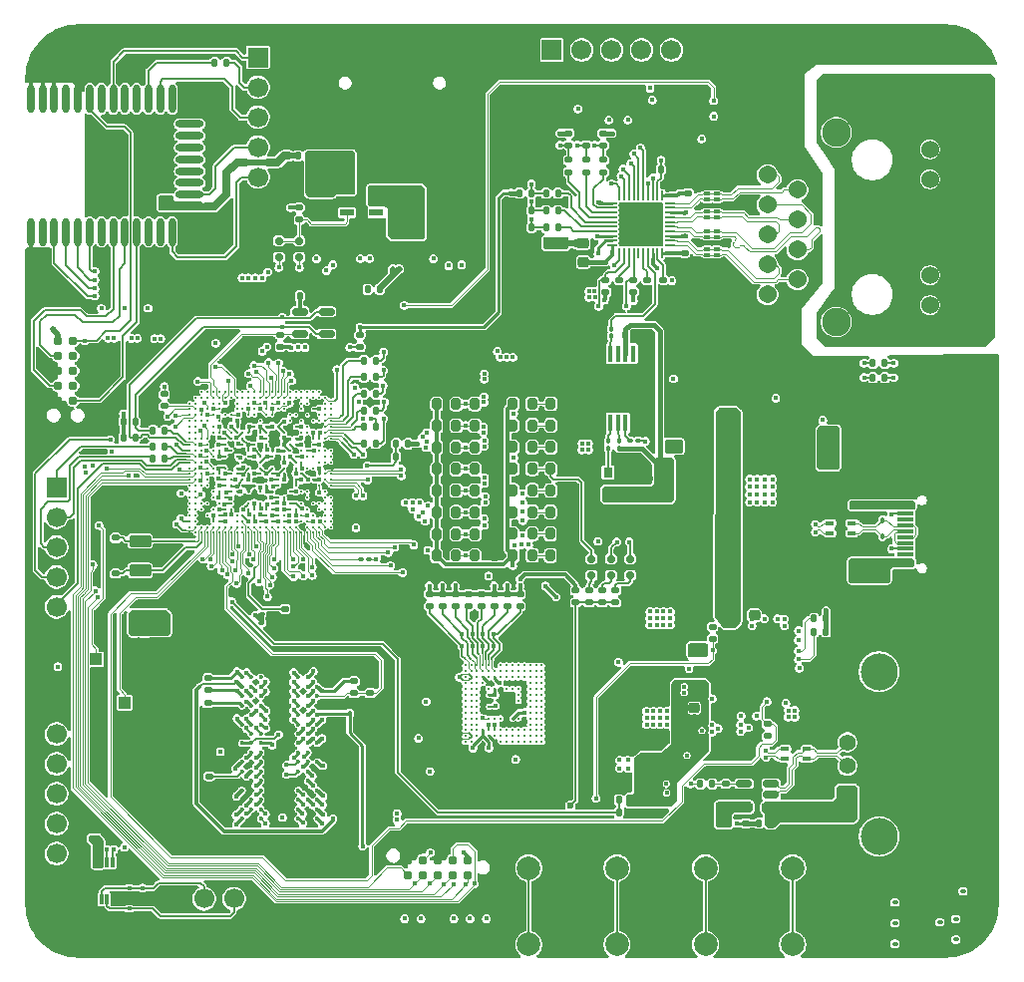
<source format=gbr>
%TF.GenerationSoftware,KiCad,Pcbnew,9.0.1*%
%TF.CreationDate,2026-01-05T16:28:52-05:00*%
%TF.ProjectId,Leonhart,4c656f6e-6861-4727-942e-6b696361645f,rev?*%
%TF.SameCoordinates,Original*%
%TF.FileFunction,Copper,L1,Top*%
%TF.FilePolarity,Positive*%
%FSLAX46Y46*%
G04 Gerber Fmt 4.6, Leading zero omitted, Abs format (unit mm)*
G04 Created by KiCad (PCBNEW 9.0.1) date 2026-01-05 16:28:52*
%MOMM*%
%LPD*%
G01*
G04 APERTURE LIST*
G04 Aperture macros list*
%AMRoundRect*
0 Rectangle with rounded corners*
0 $1 Rounding radius*
0 $2 $3 $4 $5 $6 $7 $8 $9 X,Y pos of 4 corners*
0 Add a 4 corners polygon primitive as box body*
4,1,4,$2,$3,$4,$5,$6,$7,$8,$9,$2,$3,0*
0 Add four circle primitives for the rounded corners*
1,1,$1+$1,$2,$3*
1,1,$1+$1,$4,$5*
1,1,$1+$1,$6,$7*
1,1,$1+$1,$8,$9*
0 Add four rect primitives between the rounded corners*
20,1,$1+$1,$2,$3,$4,$5,0*
20,1,$1+$1,$4,$5,$6,$7,0*
20,1,$1+$1,$6,$7,$8,$9,0*
20,1,$1+$1,$8,$9,$2,$3,0*%
G04 Aperture macros list end*
%TA.AperFunction,SMDPad,CuDef*%
%ADD10RoundRect,0.135000X0.135000X0.185000X-0.135000X0.185000X-0.135000X-0.185000X0.135000X-0.185000X0*%
%TD*%
%TA.AperFunction,SMDPad,CuDef*%
%ADD11RoundRect,0.200000X-0.200000X-0.275000X0.200000X-0.275000X0.200000X0.275000X-0.200000X0.275000X0*%
%TD*%
%TA.AperFunction,SMDPad,CuDef*%
%ADD12RoundRect,0.135000X-0.135000X-0.185000X0.135000X-0.185000X0.135000X0.185000X-0.135000X0.185000X0*%
%TD*%
%TA.AperFunction,SMDPad,CuDef*%
%ADD13RoundRect,0.075000X0.200000X-0.075000X0.200000X0.075000X-0.200000X0.075000X-0.200000X-0.075000X0*%
%TD*%
%TA.AperFunction,SMDPad,CuDef*%
%ADD14RoundRect,0.150000X-0.200000X0.150000X-0.200000X-0.150000X0.200000X-0.150000X0.200000X0.150000X0*%
%TD*%
%TA.AperFunction,SMDPad,CuDef*%
%ADD15RoundRect,0.135000X0.185000X-0.135000X0.185000X0.135000X-0.185000X0.135000X-0.185000X-0.135000X0*%
%TD*%
%TA.AperFunction,SMDPad,CuDef*%
%ADD16O,0.600000X2.400000*%
%TD*%
%TA.AperFunction,SMDPad,CuDef*%
%ADD17O,2.400000X0.600000*%
%TD*%
%TA.AperFunction,SMDPad,CuDef*%
%ADD18RoundRect,0.140000X-0.140000X-0.170000X0.140000X-0.170000X0.140000X0.170000X-0.140000X0.170000X0*%
%TD*%
%TA.AperFunction,BGAPad,CuDef*%
%ADD19C,0.360000*%
%TD*%
%TA.AperFunction,SMDPad,CuDef*%
%ADD20RoundRect,0.135000X-0.185000X0.135000X-0.185000X-0.135000X0.185000X-0.135000X0.185000X0.135000X0*%
%TD*%
%TA.AperFunction,SMDPad,CuDef*%
%ADD21RoundRect,0.225000X0.250000X-0.225000X0.250000X0.225000X-0.250000X0.225000X-0.250000X-0.225000X0*%
%TD*%
%TA.AperFunction,SMDPad,CuDef*%
%ADD22R,1.450000X0.600000*%
%TD*%
%TA.AperFunction,SMDPad,CuDef*%
%ADD23R,1.450000X0.300000*%
%TD*%
%TA.AperFunction,HeatsinkPad*%
%ADD24O,2.100000X1.000000*%
%TD*%
%TA.AperFunction,HeatsinkPad*%
%ADD25O,1.600000X1.000000*%
%TD*%
%TA.AperFunction,SMDPad,CuDef*%
%ADD26RoundRect,0.100000X-0.130000X-0.100000X0.130000X-0.100000X0.130000X0.100000X-0.130000X0.100000X0*%
%TD*%
%TA.AperFunction,ComponentPad*%
%ADD27R,1.400000X1.400000*%
%TD*%
%TA.AperFunction,ComponentPad*%
%ADD28C,1.400000*%
%TD*%
%TA.AperFunction,ComponentPad*%
%ADD29C,3.150000*%
%TD*%
%TA.AperFunction,ComponentPad*%
%ADD30C,1.540000*%
%TD*%
%TA.AperFunction,ComponentPad*%
%ADD31C,1.530000*%
%TD*%
%TA.AperFunction,ComponentPad*%
%ADD32C,2.445000*%
%TD*%
%TA.AperFunction,SMDPad,CuDef*%
%ADD33RoundRect,0.093750X0.106250X-0.093750X0.106250X0.093750X-0.106250X0.093750X-0.106250X-0.093750X0*%
%TD*%
%TA.AperFunction,HeatsinkPad*%
%ADD34R,1.600000X1.000000*%
%TD*%
%TA.AperFunction,SMDPad,CuDef*%
%ADD35RoundRect,0.045000X-0.205000X0.105000X-0.205000X-0.105000X0.205000X-0.105000X0.205000X0.105000X0*%
%TD*%
%TA.AperFunction,SMDPad,CuDef*%
%ADD36RoundRect,0.100000X-0.100000X0.130000X-0.100000X-0.130000X0.100000X-0.130000X0.100000X0.130000X0*%
%TD*%
%TA.AperFunction,SMDPad,CuDef*%
%ADD37RoundRect,0.150000X-0.512500X-0.150000X0.512500X-0.150000X0.512500X0.150000X-0.512500X0.150000X0*%
%TD*%
%TA.AperFunction,SMDPad,CuDef*%
%ADD38R,0.450000X1.475000*%
%TD*%
%TA.AperFunction,SMDPad,CuDef*%
%ADD39RoundRect,0.140000X-0.170000X0.140000X-0.170000X-0.140000X0.170000X-0.140000X0.170000X0.140000X0*%
%TD*%
%TA.AperFunction,ComponentPad*%
%ADD40C,2.000000*%
%TD*%
%TA.AperFunction,SMDPad,CuDef*%
%ADD41RoundRect,0.225000X0.225000X0.250000X-0.225000X0.250000X-0.225000X-0.250000X0.225000X-0.250000X0*%
%TD*%
%TA.AperFunction,SMDPad,CuDef*%
%ADD42RoundRect,0.045000X0.205000X-0.105000X0.205000X0.105000X-0.205000X0.105000X-0.205000X-0.105000X0*%
%TD*%
%TA.AperFunction,SMDPad,CuDef*%
%ADD43RoundRect,0.100000X-0.275000X-0.100000X0.275000X-0.100000X0.275000X0.100000X-0.275000X0.100000X0*%
%TD*%
%TA.AperFunction,ComponentPad*%
%ADD44R,1.700000X1.700000*%
%TD*%
%TA.AperFunction,ComponentPad*%
%ADD45C,1.700000*%
%TD*%
%TA.AperFunction,SMDPad,CuDef*%
%ADD46RoundRect,0.250000X0.475000X-0.250000X0.475000X0.250000X-0.475000X0.250000X-0.475000X-0.250000X0*%
%TD*%
%TA.AperFunction,SMDPad,CuDef*%
%ADD47C,0.250000*%
%TD*%
%TA.AperFunction,SMDPad,CuDef*%
%ADD48RoundRect,0.225000X-0.250000X0.225000X-0.250000X-0.225000X0.250000X-0.225000X0.250000X0.225000X0*%
%TD*%
%TA.AperFunction,SMDPad,CuDef*%
%ADD49R,1.000000X1.000000*%
%TD*%
%TA.AperFunction,SMDPad,CuDef*%
%ADD50RoundRect,0.100000X0.800000X-0.400000X0.800000X0.400000X-0.800000X0.400000X-0.800000X-0.400000X0*%
%TD*%
%TA.AperFunction,SMDPad,CuDef*%
%ADD51RoundRect,0.140000X0.170000X-0.140000X0.170000X0.140000X-0.170000X0.140000X-0.170000X-0.140000X0*%
%TD*%
%TA.AperFunction,SMDPad,CuDef*%
%ADD52RoundRect,0.250000X-0.475000X0.250000X-0.475000X-0.250000X0.475000X-0.250000X0.475000X0.250000X0*%
%TD*%
%TA.AperFunction,SMDPad,CuDef*%
%ADD53RoundRect,0.150000X0.512500X0.150000X-0.512500X0.150000X-0.512500X-0.150000X0.512500X-0.150000X0*%
%TD*%
%TA.AperFunction,SMDPad,CuDef*%
%ADD54R,0.800000X0.900000*%
%TD*%
%TA.AperFunction,SMDPad,CuDef*%
%ADD55RoundRect,0.062500X0.350000X0.062500X-0.350000X0.062500X-0.350000X-0.062500X0.350000X-0.062500X0*%
%TD*%
%TA.AperFunction,SMDPad,CuDef*%
%ADD56RoundRect,0.062500X0.062500X0.350000X-0.062500X0.350000X-0.062500X-0.350000X0.062500X-0.350000X0*%
%TD*%
%TA.AperFunction,HeatsinkPad*%
%ADD57R,3.600000X3.600000*%
%TD*%
%TA.AperFunction,ConnectorPad*%
%ADD58C,0.787400*%
%TD*%
%TA.AperFunction,SMDPad,CuDef*%
%ADD59R,0.300000X0.850000*%
%TD*%
%TA.AperFunction,SMDPad,CuDef*%
%ADD60RoundRect,0.100000X0.100000X-0.130000X0.100000X0.130000X-0.100000X0.130000X-0.100000X-0.130000X0*%
%TD*%
%TA.AperFunction,BGAPad,CuDef*%
%ADD61C,0.250000*%
%TD*%
%TA.AperFunction,SMDPad,CuDef*%
%ADD62RoundRect,0.045000X0.105000X0.205000X-0.105000X0.205000X-0.105000X-0.205000X0.105000X-0.205000X0*%
%TD*%
%TA.AperFunction,SMDPad,CuDef*%
%ADD63RoundRect,0.140000X0.140000X0.170000X-0.140000X0.170000X-0.140000X-0.170000X0.140000X-0.170000X0*%
%TD*%
%TA.AperFunction,SMDPad,CuDef*%
%ADD64R,1.200000X0.600000*%
%TD*%
%TA.AperFunction,SMDPad,CuDef*%
%ADD65RoundRect,0.218750X0.256250X-0.218750X0.256250X0.218750X-0.256250X0.218750X-0.256250X-0.218750X0*%
%TD*%
%TA.AperFunction,SMDPad,CuDef*%
%ADD66RoundRect,0.250000X0.650000X-0.325000X0.650000X0.325000X-0.650000X0.325000X-0.650000X-0.325000X0*%
%TD*%
%TA.AperFunction,SMDPad,CuDef*%
%ADD67RoundRect,0.100000X0.130000X0.100000X-0.130000X0.100000X-0.130000X-0.100000X0.130000X-0.100000X0*%
%TD*%
%TA.AperFunction,ViaPad*%
%ADD68C,0.450000*%
%TD*%
%TA.AperFunction,ViaPad*%
%ADD69C,0.400000*%
%TD*%
%TA.AperFunction,ViaPad*%
%ADD70C,0.600000*%
%TD*%
%TA.AperFunction,Conductor*%
%ADD71C,0.152400*%
%TD*%
%TA.AperFunction,Conductor*%
%ADD72C,0.100000*%
%TD*%
%TA.AperFunction,Conductor*%
%ADD73C,0.081000*%
%TD*%
%TA.AperFunction,Conductor*%
%ADD74C,0.150000*%
%TD*%
%TA.AperFunction,Conductor*%
%ADD75C,0.250000*%
%TD*%
%TA.AperFunction,Conductor*%
%ADD76C,0.200000*%
%TD*%
%TA.AperFunction,Conductor*%
%ADD77C,0.350000*%
%TD*%
%TA.AperFunction,Conductor*%
%ADD78C,0.254000*%
%TD*%
%TA.AperFunction,Conductor*%
%ADD79C,0.300000*%
%TD*%
%TA.AperFunction,Conductor*%
%ADD80C,0.102000*%
%TD*%
%TA.AperFunction,Conductor*%
%ADD81C,0.152000*%
%TD*%
%TA.AperFunction,Conductor*%
%ADD82C,0.203000*%
%TD*%
%TA.AperFunction,Conductor*%
%ADD83C,0.400000*%
%TD*%
%TA.AperFunction,Conductor*%
%ADD84C,0.156500*%
%TD*%
%TA.AperFunction,Conductor*%
%ADD85C,0.120000*%
%TD*%
%TA.AperFunction,Conductor*%
%ADD86C,0.500000*%
%TD*%
%TA.AperFunction,Conductor*%
%ADD87C,0.700000*%
%TD*%
%TA.AperFunction,Conductor*%
%ADD88C,0.600000*%
%TD*%
%TA.AperFunction,Conductor*%
%ADD89C,0.125200*%
%TD*%
%TA.AperFunction,Conductor*%
%ADD90C,0.167100*%
%TD*%
%TA.AperFunction,Conductor*%
%ADD91C,0.240300*%
%TD*%
%TA.AperFunction,Conductor*%
%ADD92C,0.124000*%
%TD*%
G04 APERTURE END LIST*
D10*
%TO.P,R3006,1*%
%TO.N,VDD_3V3*%
X192030000Y-134610000D03*
%TO.P,R3006,2*%
%TO.N,SD_VOLT_SEL*%
X191010000Y-134610000D03*
%TD*%
D11*
%TO.P,R1014,1*%
%TO.N,VDD_1V8*%
X165440000Y-120769796D03*
%TO.P,R1014,2*%
%TO.N,/Host System [1]/BOOTMODE3*%
X167090000Y-120769796D03*
%TD*%
D12*
%TO.P,R5003,1*%
%TO.N,VDD1V8_ETH*%
X166000000Y-97375000D03*
%TO.P,R5003,2*%
%TO.N,/Ethernet [5]/ETH_RD0*%
X167020000Y-97375000D03*
%TD*%
D13*
%TO.P,U5004,1,D1+*%
%TO.N,/Ethernet [5]/ETH_MD0+*%
X182725000Y-102600000D03*
%TO.P,U5004,2,D1-*%
%TO.N,/Ethernet [5]/ETH_MD0-*%
X182725000Y-102100000D03*
%TO.P,U5004,3,GND*%
%TO.N,GND*%
X182725000Y-101600000D03*
%TO.P,U5004,4,D2+*%
%TO.N,/Ethernet [5]/ETH_MD1+*%
X182725000Y-101100000D03*
%TO.P,U5004,5,D2-*%
%TO.N,/Ethernet [5]/ETH_MD1-*%
X182725000Y-100600000D03*
%TO.P,U5004,6,NC*%
X181955000Y-100600000D03*
%TO.P,U5004,7,NC*%
%TO.N,/Ethernet [5]/ETH_MD1+*%
X181955000Y-101100000D03*
%TO.P,U5004,8,GND*%
%TO.N,GND*%
X181955000Y-101600000D03*
%TO.P,U5004,9,NC*%
%TO.N,/Ethernet [5]/ETH_MD0-*%
X181955000Y-102100000D03*
%TO.P,U5004,10,NC*%
%TO.N,/Ethernet [5]/ETH_MD0+*%
X181955000Y-102600000D03*
%TD*%
D14*
%TO.P,D1003,1,K*%
%TO.N,Net-(D1003-K)*%
X175410000Y-129830000D03*
%TO.P,D1003,2,A*%
%TO.N,/Host System [1]/BOOTMODE13*%
X175410000Y-128430000D03*
%TD*%
D15*
%TO.P,R5005,1*%
%TO.N,/Ethernet [5]/ETH_RD2*%
X171650000Y-93295000D03*
%TO.P,R5005,2*%
%TO.N,GND*%
X171650000Y-92275000D03*
%TD*%
D13*
%TO.P,U5003,1,D1+*%
%TO.N,/Ethernet [5]/ETH_MD2+*%
X182725000Y-99425000D03*
%TO.P,U5003,2,D1-*%
%TO.N,/Ethernet [5]/ETH_MD2-*%
X182725000Y-98925000D03*
%TO.P,U5003,3,GND*%
%TO.N,GND*%
X182725000Y-98425000D03*
%TO.P,U5003,4,D2+*%
%TO.N,/Ethernet [5]/ETH_MD3+*%
X182725000Y-97925000D03*
%TO.P,U5003,5,D2-*%
%TO.N,/Ethernet [5]/ETH_MD3-*%
X182725000Y-97425000D03*
%TO.P,U5003,6,NC*%
X181955000Y-97425000D03*
%TO.P,U5003,7,NC*%
%TO.N,/Ethernet [5]/ETH_MD3+*%
X181955000Y-97925000D03*
%TO.P,U5003,8,GND*%
%TO.N,GND*%
X181955000Y-98425000D03*
%TO.P,U5003,9,NC*%
%TO.N,/Ethernet [5]/ETH_MD2-*%
X181955000Y-98925000D03*
%TO.P,U5003,10,NC*%
%TO.N,/Ethernet [5]/ETH_MD2+*%
X181955000Y-99425000D03*
%TD*%
D16*
%TO.P,U2001,1,GND*%
%TO.N,GND*%
X124500000Y-100650000D03*
%TO.P,U2001,2,PB04*%
%TO.N,unconnected-(U2001-PB04-Pad2)*%
X125500000Y-100650000D03*
%TO.P,U2001,3,PB03*%
%TO.N,/Zigbee+Thread [2]/MGM_UART_CTSn*%
X126500000Y-100650000D03*
%TO.P,U2001,4,PB02*%
%TO.N,/Zigbee+Thread [2]/MGM_UART_RTSn*%
X127500000Y-100650000D03*
%TO.P,U2001,5,PB01*%
%TO.N,/Zigbee+Thread [2]/MGM_UART_RXD*%
X128500000Y-100650000D03*
%TO.P,U2001,6,PB00*%
%TO.N,/Zigbee+Thread [2]/MGM_UART_TXD*%
X129500000Y-100650000D03*
%TO.P,U2001,7,PA00*%
%TO.N,unconnected-(U2001-PA00-Pad7)*%
X130500000Y-100650000D03*
%TO.P,U2001,8,PA01*%
%TO.N,/Zigbee+Thread [2]/MGM_SWCLK*%
X131500000Y-100650000D03*
%TO.P,U2001,9,PA02*%
%TO.N,/Zigbee+Thread [2]/MGM_SWDIO*%
X132500000Y-100650000D03*
%TO.P,U2001,10,PA03*%
%TO.N,/Zigbee+Thread [2]/MGM_SWO*%
X133500000Y-100650000D03*
%TO.P,U2001,11,PA04*%
%TO.N,unconnected-(U2001-PA04-Pad11)*%
X134500000Y-100650000D03*
%TO.P,U2001,12,PA05*%
%TO.N,unconnected-(U2001-PA05-Pad12)*%
X135500000Y-100650000D03*
%TO.P,U2001,13,PA06*%
%TO.N,/Zigbee+Thread [2]/MGM_SPI0_IRQ*%
X136500000Y-100650000D03*
%TO.P,U2001,14,GND*%
%TO.N,GND*%
X137500000Y-100650000D03*
D17*
%TO.P,U2001,15,VDD*%
%TO.N,VDD_MGM*%
X138000000Y-98500000D03*
%TO.P,U2001,16,PA07*%
%TO.N,/Zigbee+Thread [2]/MGM_SPI0_CS*%
X138000000Y-97500000D03*
%TO.P,U2001,17,PA08*%
%TO.N,unconnected-(U2001-PA08-Pad17)*%
X138000000Y-96500000D03*
%TO.P,U2001,18,PD03*%
%TO.N,unconnected-(U2001-PD03-Pad18)*%
X138000000Y-95500000D03*
%TO.P,U2001,19,PD02*%
%TO.N,unconnected-(U2001-PD02-Pad19)*%
X138000000Y-94500000D03*
%TO.P,U2001,20,PD01*%
%TO.N,unconnected-(U2001-PD01-Pad20)*%
X138000000Y-93500000D03*
%TO.P,U2001,21,PD00*%
%TO.N,unconnected-(U2001-PD00-Pad21)*%
X138000000Y-92500000D03*
%TO.P,U2001,22,PC00*%
%TO.N,unconnected-(U2001-PC00-Pad22)*%
X138000000Y-91500000D03*
D16*
%TO.P,U2001,23,GND*%
%TO.N,GND*%
X137500000Y-89350000D03*
%TO.P,U2001,24,PC01*%
%TO.N,unconnected-(U2001-PC01-Pad24)*%
X136500000Y-89350000D03*
%TO.P,U2001,25,PC02*%
%TO.N,/Zigbee+Thread [2]/MGM_SPI0_CLK*%
X135500000Y-89350000D03*
%TO.P,U2001,26,PC03*%
%TO.N,/Zigbee+Thread [2]/MGM_SPI0_MISO_R*%
X134500000Y-89350000D03*
%TO.P,U2001,27,PC04*%
%TO.N,unconnected-(U2001-PC04-Pad27)*%
X133500000Y-89350000D03*
%TO.P,U2001,28,PC05*%
%TO.N,unconnected-(U2001-PC05-Pad28)*%
X132500000Y-89350000D03*
%TO.P,U2001,29,PC06*%
%TO.N,/Zigbee+Thread [2]/MGM_SPI0_MOSI*%
X131500000Y-89350000D03*
%TO.P,U2001,30,PC07*%
%TO.N,unconnected-(U2001-PC07-Pad30)*%
X130500000Y-89350000D03*
%TO.P,U2001,31,RESETn*%
%TO.N,MGM_RESETn*%
X129500000Y-89350000D03*
%TO.P,U2001,32,GND*%
%TO.N,GND*%
X128500000Y-89350000D03*
%TO.P,U2001,33,RFOUT*%
%TO.N,unconnected-(U2001-RFOUT-Pad33)*%
X127500000Y-89350000D03*
%TO.P,U2001,34,GND*%
%TO.N,GND*%
X126500000Y-89350000D03*
%TO.P,U2001,35,GND*%
X125500000Y-89350000D03*
%TO.P,U2001,36,GND*%
X124500000Y-89350000D03*
%TD*%
D18*
%TO.P,C1003,1*%
%TO.N,VDD1V8_CLKBUF*%
X175010000Y-109420000D03*
%TO.P,C1003,2*%
%TO.N,GND*%
X175970000Y-109420000D03*
%TD*%
D19*
%TO.P,U4001,A1,VDDQ*%
%TO.N,VDD_1V2*%
X148833492Y-150475000D03*
%TO.P,U4001,A2,VSSQ*%
%TO.N,GND*%
X148033492Y-150475000D03*
%TO.P,U4001,A3,DQ8*%
%TO.N,/Memory [4]/DDR_DQ8*%
X147233492Y-150475000D03*
%TO.P,U4001,A7,UDQS_C*%
%TO.N,/Memory [4]/DDR_UDQS_N*%
X144033492Y-150475000D03*
%TO.P,U4001,A8,VSSQ*%
%TO.N,GND*%
X143233492Y-150475000D03*
%TO.P,U4001,A9,VDDQ*%
%TO.N,VDD_1V2*%
X142433492Y-150475000D03*
%TO.P,U4001,B1,VPP*%
%TO.N,DDR_VPP*%
X148833492Y-149675000D03*
%TO.P,U4001,B2,VSS*%
%TO.N,GND*%
X148033492Y-149675000D03*
%TO.P,U4001,B3,VDD*%
%TO.N,VDD_1V2*%
X147233492Y-149675000D03*
%TO.P,U4001,B7,UDQS_T*%
%TO.N,/Memory [4]/DDR_UDQS_P*%
X144033492Y-149675000D03*
%TO.P,U4001,B8,DQ9*%
%TO.N,/Memory [4]/DDR_DQ9*%
X143233492Y-149675000D03*
%TO.P,U4001,B9,VDD*%
%TO.N,VDD_1V2*%
X142433492Y-149675000D03*
%TO.P,U4001,C1,VDDQ*%
X148833492Y-148875000D03*
%TO.P,U4001,C2,DQ12*%
%TO.N,/Memory [4]/DDR_DQ12*%
X148033492Y-148875000D03*
%TO.P,U4001,C3,DQ10*%
%TO.N,/Memory [4]/DDR_DQ10*%
X147233492Y-148875000D03*
%TO.P,U4001,C7,DQ11*%
%TO.N,/Memory [4]/DDR_DQ11*%
X144033492Y-148875000D03*
%TO.P,U4001,C8,DQ13*%
%TO.N,/Memory [4]/DDR_DQ13*%
X143233492Y-148875000D03*
%TO.P,U4001,C9,VSSQ*%
%TO.N,GND*%
X142433492Y-148875000D03*
%TO.P,U4001,D1,VDD*%
%TO.N,VDD_1V2*%
X148833492Y-148075000D03*
%TO.P,U4001,D2,VSSQ*%
%TO.N,GND*%
X148033492Y-148075000D03*
%TO.P,U4001,D3,DQ14*%
%TO.N,/Memory [4]/DDR_DQ14*%
X147233492Y-148075000D03*
%TO.P,U4001,D7,DQ15*%
%TO.N,/Memory [4]/DDR_DQ15*%
X144033492Y-148075000D03*
%TO.P,U4001,D8,VSSQ*%
%TO.N,GND*%
X143233492Y-148075000D03*
%TO.P,U4001,D9,VDDQ*%
%TO.N,VDD_1V2*%
X142433492Y-148075000D03*
%TO.P,U4001,E1,VSS*%
%TO.N,GND*%
X148833492Y-147275000D03*
%TO.P,U4001,E2,NF/UDM_N/UDBI_N*%
%TO.N,/Memory [4]/DDR_UDM*%
X148033492Y-147275000D03*
%TO.P,U4001,E3,VSSQ*%
%TO.N,GND*%
X147233492Y-147275000D03*
%TO.P,U4001,E7,NF/LDM_N/LDBI_N*%
%TO.N,/Memory [4]/DDR_LDM*%
X144033492Y-147275000D03*
%TO.P,U4001,E8,VSSQ*%
%TO.N,GND*%
X143233492Y-147275000D03*
%TO.P,U4001,E9,VSS*%
X142433492Y-147275000D03*
%TO.P,U4001,F1,VSSQ*%
X148833492Y-146475000D03*
%TO.P,U4001,F2,VDDQ*%
%TO.N,VDD_1V2*%
X148033492Y-146475000D03*
%TO.P,U4001,F3,LDQS_C*%
%TO.N,/Memory [4]/DDR_LDQS_N*%
X147233492Y-146475000D03*
%TO.P,U4001,F7,DQ1*%
%TO.N,/Memory [4]/DDR_DQ1*%
X144033492Y-146475000D03*
%TO.P,U4001,F8,VDDQ*%
%TO.N,VDD_1V2*%
X143233492Y-146475000D03*
%TO.P,U4001,F9,ZQ*%
%TO.N,/Memory [4]/DDR_ZQ*%
X142433492Y-146475000D03*
%TO.P,U4001,G1,VDDQ*%
%TO.N,VDD_1V2*%
X148833492Y-145675000D03*
%TO.P,U4001,G2,DQ0*%
%TO.N,/Memory [4]/DDR_DQ0*%
X148033492Y-145675000D03*
%TO.P,U4001,G3,LDQS_T*%
%TO.N,/Memory [4]/DDR_LDQS_P*%
X147233492Y-145675000D03*
%TO.P,U4001,G7,VDD*%
%TO.N,VDD_1V2*%
X144033492Y-145675000D03*
%TO.P,U4001,G8,VSS*%
%TO.N,GND*%
X143233492Y-145675000D03*
%TO.P,U4001,G9,VDDQ*%
%TO.N,VDD_1V2*%
X142433492Y-145675000D03*
%TO.P,U4001,H1,VSSQ*%
%TO.N,GND*%
X148833492Y-144875000D03*
%TO.P,U4001,H2,DQ4*%
%TO.N,/Memory [4]/DDR_DQ4*%
X148033492Y-144875000D03*
%TO.P,U4001,H3,DQ2*%
%TO.N,/Memory [4]/DDR_DQ2*%
X147233492Y-144875000D03*
%TO.P,U4001,H7,DQ3*%
%TO.N,/Memory [4]/DDR_DQ3*%
X144033492Y-144875000D03*
%TO.P,U4001,H8,DQ5*%
%TO.N,/Memory [4]/DDR_DQ5*%
X143233492Y-144875000D03*
%TO.P,U4001,H9,VSSQ*%
%TO.N,GND*%
X142433492Y-144875000D03*
%TO.P,U4001,J1,VDD*%
%TO.N,VDD_1V2*%
X148833492Y-144075000D03*
%TO.P,U4001,J2,VDDQ*%
X148033492Y-144075000D03*
%TO.P,U4001,J3,DQ6*%
%TO.N,/Memory [4]/DDR_DQ6*%
X147233492Y-144075000D03*
%TO.P,U4001,J7,DQ7*%
%TO.N,/Memory [4]/DDR_DQ7*%
X144033492Y-144075000D03*
%TO.P,U4001,J8,VDDQ*%
%TO.N,VDD_1V2*%
X143233492Y-144075000D03*
%TO.P,U4001,J9,VDD*%
X142433492Y-144075000D03*
%TO.P,U4001,K1,VSS*%
%TO.N,GND*%
X148833492Y-143275000D03*
%TO.P,U4001,K2,CKE*%
%TO.N,/Memory [4]/DDR_CKE*%
X148033492Y-143275000D03*
%TO.P,U4001,K3,ODT*%
%TO.N,/Memory [4]/DDR_ODT*%
X147233492Y-143275000D03*
%TO.P,U4001,K7,CK_T*%
%TO.N,/Memory [4]/DDR_CLKP*%
X144033492Y-143275000D03*
%TO.P,U4001,K8,CK_C*%
%TO.N,/Memory [4]/DDR_CLKN*%
X143233492Y-143275000D03*
%TO.P,U4001,K9,VSS*%
%TO.N,GND*%
X142433492Y-143275000D03*
%TO.P,U4001,L1,VDD*%
%TO.N,VDD_1V2*%
X148833492Y-142475000D03*
%TO.P,U4001,L2,WE_N/A14*%
%TO.N,/Memory [4]/DDR_A14_WEn*%
X148033492Y-142475000D03*
%TO.P,U4001,L3,ACT_N*%
%TO.N,/Memory [4]/DDR_ACTn*%
X147233492Y-142475000D03*
%TO.P,U4001,L7,CS_N*%
%TO.N,/Memory [4]/DDR_CSn*%
X144033492Y-142475000D03*
%TO.P,U4001,L8,RAS_N/A16*%
%TO.N,/Memory [4]/DDR_A16_RAS*%
X143233492Y-142475000D03*
%TO.P,U4001,L9,VDD*%
%TO.N,VDD_1V2*%
X142433492Y-142475000D03*
%TO.P,U4001,M1,VREFCA*%
%TO.N,DDR_VREFCA*%
X148833492Y-141675000D03*
%TO.P,U4001,M2,BG0*%
%TO.N,/Memory [4]/DDR_BG0*%
X148033492Y-141675000D03*
%TO.P,U4001,M3,A10/AP*%
%TO.N,/Memory [4]/DDR_A10*%
X147233492Y-141675000D03*
%TO.P,U4001,M7,A12/BC_N*%
%TO.N,/Memory [4]/DDR_A12*%
X144033492Y-141675000D03*
%TO.P,U4001,M8,CAS_N/A15*%
%TO.N,/Memory [4]/DDR_A15_CAS*%
X143233492Y-141675000D03*
%TO.P,U4001,M9,VSS*%
%TO.N,GND*%
X142433492Y-141675000D03*
%TO.P,U4001,N1,VSS*%
X148833492Y-140875000D03*
%TO.P,U4001,N2,BA0*%
%TO.N,/Memory [4]/DDR_BA0*%
X148033492Y-140875000D03*
%TO.P,U4001,N3,A4*%
%TO.N,/Memory [4]/DDR_A4*%
X147233492Y-140875000D03*
%TO.P,U4001,N7,A3*%
%TO.N,/Memory [4]/DDR_A3*%
X144033492Y-140875000D03*
%TO.P,U4001,N8,BA1*%
%TO.N,/Memory [4]/DDR_BA1*%
X143233492Y-140875000D03*
%TO.P,U4001,N9,TEN*%
%TO.N,/Memory [4]/DDR_TEN*%
X142433492Y-140875000D03*
%TO.P,U4001,P1,RESET_N*%
%TO.N,/Memory [4]/DDR_RESET#*%
X148833492Y-140075000D03*
%TO.P,U4001,P2,A6*%
%TO.N,/Memory [4]/DDR_A6*%
X148033492Y-140075000D03*
%TO.P,U4001,P3,A0*%
%TO.N,/Memory [4]/DDR_A0*%
X147233492Y-140075000D03*
%TO.P,U4001,P7,A1*%
%TO.N,/Memory [4]/DDR_A1*%
X144033492Y-140075000D03*
%TO.P,U4001,P8,A5*%
%TO.N,/Memory [4]/DDR_A5*%
X143233492Y-140075000D03*
%TO.P,U4001,P9,ALERT_N*%
%TO.N,/Memory [4]/DDR_ALERTn*%
X142433492Y-140075000D03*
%TO.P,U4001,R1,VDD*%
%TO.N,VDD_1V2*%
X148833492Y-139275000D03*
%TO.P,U4001,R2,A8*%
%TO.N,/Memory [4]/DDR_A8*%
X148033492Y-139275000D03*
%TO.P,U4001,R3,A2*%
%TO.N,/Memory [4]/DDR_A2*%
X147233492Y-139275000D03*
%TO.P,U4001,R7,A9*%
%TO.N,/Memory [4]/DDR_A9*%
X144033492Y-139275000D03*
%TO.P,U4001,R8,A7*%
%TO.N,/Memory [4]/DDR_A7*%
X143233492Y-139275000D03*
%TO.P,U4001,R9,VPP*%
%TO.N,DDR_VPP*%
X142433492Y-139275000D03*
%TO.P,U4001,T1,VSS*%
%TO.N,GND*%
X148833492Y-138475000D03*
%TO.P,U4001,T2,A11*%
%TO.N,/Memory [4]/DDR_A11*%
X148033492Y-138475000D03*
%TO.P,U4001,T3,PAR*%
%TO.N,/Memory [4]/DDR_PARITY*%
X147233492Y-138475000D03*
%TO.P,U4001,T7,NF/NC*%
%TO.N,unconnected-(U4001-NF{slash}NC-PadT7)*%
X144033492Y-138475000D03*
%TO.P,U4001,T8,A13*%
%TO.N,/Memory [4]/DDR_A13*%
X143233492Y-138475000D03*
%TO.P,U4001,T9,VDD*%
%TO.N,VDD_1V2*%
X142433492Y-138475000D03*
%TD*%
D20*
%TO.P,FB1001,1*%
%TO.N,VDD_1V8*%
X178700000Y-119145000D03*
%TO.P,FB1001,2*%
%TO.N,VDD1V8_CLKBUF*%
X178700000Y-120165000D03*
%TD*%
D21*
%TO.P,C3004,1*%
%TO.N,VSYS_5V*%
X180850000Y-136125000D03*
%TO.P,C3004,2*%
%TO.N,GND*%
X180850000Y-134575000D03*
%TD*%
D22*
%TO.P,J6001,A1,GND*%
%TO.N,GND*%
X198730000Y-129570000D03*
%TO.P,J6001,A4,VBUS*%
%TO.N,VSYS_5V*%
X198730000Y-128770000D03*
D23*
%TO.P,J6001,A5,CC1*%
%TO.N,/USB and SD [6]/USB_C_CC1*%
X198730000Y-127570000D03*
%TO.P,J6001,A6,D+*%
%TO.N,/USB and SD [6]/USB_C_DP*%
X198730000Y-126570000D03*
%TO.P,J6001,A7,D-*%
%TO.N,/USB and SD [6]/USB_C_DN*%
X198730000Y-126070000D03*
%TO.P,J6001,A8,SBU1*%
%TO.N,unconnected-(J6001-SBU1-PadA8)*%
X198730000Y-125070000D03*
D22*
%TO.P,J6001,A9,VBUS*%
%TO.N,VSYS_5V*%
X198730000Y-123870000D03*
%TO.P,J6001,A12,GND*%
%TO.N,GND*%
X198730000Y-123070000D03*
%TO.P,J6001,B1,GND*%
X198730000Y-123070000D03*
%TO.P,J6001,B4,VBUS*%
%TO.N,VSYS_5V*%
X198730000Y-123870000D03*
D23*
%TO.P,J6001,B5,CC2*%
%TO.N,/USB and SD [6]/USB_C_CC2*%
X198730000Y-124570000D03*
%TO.P,J6001,B6,D+*%
%TO.N,/USB and SD [6]/USB_C_DP*%
X198730000Y-125570000D03*
%TO.P,J6001,B7,D-*%
%TO.N,/USB and SD [6]/USB_C_DN*%
X198730000Y-127070000D03*
%TO.P,J6001,B8,SBU2*%
%TO.N,unconnected-(J6001-SBU2-PadB8)*%
X198730000Y-128070000D03*
D22*
%TO.P,J6001,B9,VBUS*%
%TO.N,VSYS_5V*%
X198730000Y-128770000D03*
%TO.P,J6001,B12,GND*%
%TO.N,GND*%
X198730000Y-129570000D03*
D24*
%TO.P,J6001,S1,SHIELD*%
X199645000Y-130640000D03*
D25*
X203825000Y-130640000D03*
D24*
X199645000Y-122000000D03*
D25*
X203825000Y-122000000D03*
%TD*%
D11*
%TO.P,R1010,1*%
%TO.N,VDD_1V8*%
X165430000Y-128128571D03*
%TO.P,R1010,2*%
%TO.N,/Host System [1]/BOOTMODE7*%
X167080000Y-128128571D03*
%TD*%
D12*
%TO.P,R2001,1*%
%TO.N,/Zigbee+Thread [2]/MGM_SPI0_MISO_R*%
X140100000Y-86270000D03*
%TO.P,R2001,2*%
%TO.N,/Zigbee+Thread [2]/MGM_SPI0_MISO*%
X141120000Y-86270000D03*
%TD*%
D20*
%TO.P,R1001,1*%
%TO.N,VDD_1V8*%
X170780000Y-131100000D03*
%TO.P,R1001,2*%
%TO.N,USER_BTN*%
X170780000Y-132120000D03*
%TD*%
D26*
%TO.P,R6001,1*%
%TO.N,/USB and SD [6]/SoC_EMMC_CLK*%
X152535000Y-128425000D03*
%TO.P,R6001,2*%
%TO.N,/USB and SD [6]/EMMC_CLK*%
X153175000Y-128425000D03*
%TD*%
D12*
%TO.P,R6023,1*%
%TO.N,/USB and SD [6]/USB1_DRVVBUS*%
X181360000Y-147525000D03*
%TO.P,R6023,2*%
%TO.N,/USB and SD [6]/USB_A_LS_EN*%
X182380000Y-147525000D03*
%TD*%
D18*
%TO.P,C5020,1*%
%TO.N,/Ethernet [5]/ETH_PHYRSTB*%
X178020000Y-95350000D03*
%TO.P,C5020,2*%
%TO.N,GND*%
X178980000Y-95350000D03*
%TD*%
D27*
%TO.P,J6002,1,VBUS*%
%TO.N,/USB and SD [6]/USB_A_VBUS*%
X193835000Y-148500000D03*
D28*
%TO.P,J6002,2,D-*%
%TO.N,/USB and SD [6]/USB_A_DN*%
X193835000Y-146000000D03*
%TO.P,J6002,3,D+*%
%TO.N,/USB and SD [6]/USB_A_DP*%
X193835000Y-144000000D03*
%TO.P,J6002,4,GND*%
%TO.N,GND*%
X193835000Y-141500000D03*
D29*
%TO.P,J6002,MH1*%
%TO.N,N/C*%
X196545000Y-152000000D03*
%TO.P,J6002,MH2*%
X196545000Y-138000000D03*
%TD*%
D12*
%TO.P,R5025,1*%
%TO.N,/Ethernet [5]/ETH_CFG_EXIT{slash}LED0*%
X196000000Y-113030000D03*
%TO.P,R5025,2*%
%TO.N,/Ethernet [5]/ETH_LED_GREEN_K*%
X197020000Y-113030000D03*
%TD*%
D11*
%TO.P,R1038,1*%
%TO.N,/Host System [1]/BOOTMODE4*%
X168650000Y-122614898D03*
%TO.P,R1038,2*%
%TO.N,GND*%
X170300000Y-122614898D03*
%TD*%
D10*
%TO.P,R3004,1*%
%TO.N,VDD_3V3*%
X192030000Y-133490000D03*
%TO.P,R3004,2*%
%TO.N,EXTINTn*%
X191010000Y-133490000D03*
%TD*%
D30*
%TO.P,U5001,1,VCC*%
%TO.N,unconnected-(U5001-VCC-Pad1)*%
X187060000Y-105980000D03*
%TO.P,U5001,2,MD0+*%
%TO.N,/Ethernet [5]/ETH_MD0+*%
X189600000Y-104710000D03*
%TO.P,U5001,3,MD0-*%
%TO.N,/Ethernet [5]/ETH_MD0-*%
X187060000Y-103440000D03*
%TO.P,U5001,4,MD1+*%
%TO.N,/Ethernet [5]/ETH_MD1+*%
X189600000Y-102170000D03*
%TO.P,U5001,5,MD2+*%
%TO.N,/Ethernet [5]/ETH_MD2+*%
X187060000Y-100900000D03*
%TO.P,U5001,6,MD2-*%
%TO.N,/Ethernet [5]/ETH_MD2-*%
X189600000Y-99630000D03*
%TO.P,U5001,7,MD1-*%
%TO.N,/Ethernet [5]/ETH_MD1-*%
X187060000Y-98360000D03*
%TO.P,U5001,8,MD3+*%
%TO.N,/Ethernet [5]/ETH_MD3+*%
X189600000Y-97090000D03*
%TO.P,U5001,9,MD3-*%
%TO.N,/Ethernet [5]/ETH_MD3-*%
X187060000Y-95820000D03*
%TO.P,U5001,10,GND*%
%TO.N,GND*%
X189600000Y-94550000D03*
D31*
%TO.P,U5001,11,LED_GREEN_A*%
%TO.N,VDD_3V3*%
X200850000Y-93640000D03*
%TO.P,U5001,12,LED_GREEN_K*%
%TO.N,/Ethernet [5]/ETH_LED_GREEN_K*%
X200850000Y-96180000D03*
%TO.P,U5001,13,LED_YELLOW_K*%
%TO.N,/Ethernet [5]/ETH_LED_YELLOW_K*%
X200850000Y-104350000D03*
%TO.P,U5001,14,LED_YELLOW_A*%
%TO.N,VDD_3V3*%
X200850000Y-106890000D03*
D32*
%TO.P,U5001,15*%
%TO.N,N/C*%
X192900000Y-92215000D03*
%TO.P,U5001,16*%
X192900000Y-108315000D03*
%TD*%
D20*
%TO.P,R5011,1*%
%TO.N,/Ethernet [5]/ETH_RD3*%
X173113000Y-94550000D03*
%TO.P,R5011,2*%
%TO.N,/Ethernet [5]/ETH_PHY_RD3*%
X173113000Y-95570000D03*
%TD*%
D33*
%TO.P,U6001,1,GND*%
%TO.N,GND*%
X194950000Y-132075000D03*
%TO.P,U6001,2,GND1*%
X195600000Y-132075000D03*
%TO.P,U6001,3,GND2*%
X196250000Y-132075000D03*
%TO.P,U6001,4,IN*%
%TO.N,VSYS_5V*%
X196250000Y-130300000D03*
%TO.P,U6001,5,IN1*%
X195600000Y-130300000D03*
%TO.P,U6001,6,IN2*%
X194950000Y-130300000D03*
D34*
%TO.P,U6001,7,PAD*%
%TO.N,GND*%
X195600000Y-131187500D03*
%TD*%
D10*
%TO.P,R6002,1*%
%TO.N,GND*%
X156530000Y-119760000D03*
%TO.P,R6002,2*%
%TO.N,/USB and SD [6]/USB0_VBUS*%
X155510000Y-119760000D03*
%TD*%
D35*
%TO.P,D1005,1,A1*%
%TO.N,GND*%
X132860000Y-158830000D03*
%TO.P,D1005,2,A2*%
%TO.N,/Host System [1]/UART0_TXD_HEADER*%
X132860000Y-158130000D03*
%TD*%
D36*
%TO.P,C3089,1*%
%TO.N,VDD_1V2*%
X133690000Y-134705000D03*
%TO.P,C3089,2*%
%TO.N,GND*%
X133690000Y-135345000D03*
%TD*%
%TO.P,C3087,1*%
%TO.N,VDD_1V2*%
X134980000Y-134695000D03*
%TO.P,C3087,2*%
%TO.N,GND*%
X134980000Y-135335000D03*
%TD*%
D20*
%TO.P,R6010,1*%
%TO.N,VDD_1V8*%
X162750000Y-131425000D03*
%TO.P,R6010,2*%
%TO.N,/USB and SD [6]/EMMC_D1*%
X162750000Y-132445000D03*
%TD*%
D37*
%TO.P,U6003,1,EN*%
%TO.N,/USB and SD [6]/USB_A_LS_EN*%
X185075000Y-147525000D03*
%TO.P,U6003,2,GND*%
%TO.N,GND*%
X185075000Y-148475000D03*
%TO.P,U6003,3,IN*%
%TO.N,VSYS_5V*%
X185075000Y-149425000D03*
%TO.P,U6003,4,OUT*%
%TO.N,/USB and SD [6]/USB_A_VBUS*%
X187350000Y-149425000D03*
%TO.P,U6003,5,D1*%
%TO.N,/USB and SD [6]/USB_A_DN*%
X187350000Y-148475000D03*
%TO.P,U6003,6,D2*%
%TO.N,/USB and SD [6]/USB_A_DP*%
X187350000Y-147525000D03*
%TD*%
D20*
%TO.P,R5009,1*%
%TO.N,/Ethernet [5]/ETH_RD1*%
X170187000Y-94550000D03*
%TO.P,R5009,2*%
%TO.N,/Ethernet [5]/ETH_PHY_RD1*%
X170187000Y-95570000D03*
%TD*%
D38*
%TO.P,U1001,1,CLKIN*%
%TO.N,/Host System [1]/CLKOUT*%
X173710000Y-116876000D03*
%TO.P,U1001,2,1G*%
%TO.N,/Host System [1]/CLKBUF_1G*%
X174360000Y-116876000D03*
%TO.P,U1001,3,Y0*%
%TO.N,/Host System [1]/SoC_CLK_BUF*%
X175010000Y-116876000D03*
%TO.P,U1001,4,GND*%
%TO.N,GND*%
X175660000Y-116876000D03*
%TO.P,U1001,5,NC2*%
%TO.N,unconnected-(U1001-NC2-Pad5)*%
X175660000Y-111000000D03*
%TO.P,U1001,6,VDD*%
%TO.N,VDD1V8_CLKBUF*%
X175010000Y-111000000D03*
%TO.P,U1001,7,NC1*%
%TO.N,unconnected-(U1001-NC1-Pad7)*%
X174360000Y-111000000D03*
%TO.P,U1001,8,Y1*%
%TO.N,/Host System [1]/ETH_CLK_BUF*%
X173710000Y-111000000D03*
%TD*%
D11*
%TO.P,R1004,1*%
%TO.N,VDD_1V8*%
X158970000Y-118949388D03*
%TO.P,R1004,2*%
%TO.N,/Host System [1]/BOOTMODE13*%
X160620000Y-118949388D03*
%TD*%
D39*
%TO.P,C5019,1*%
%TO.N,VDD1V0_ETH*%
X169875000Y-101645000D03*
%TO.P,C5019,2*%
%TO.N,GND*%
X169875000Y-102605000D03*
%TD*%
D40*
%TO.P,SW7001,1,1*%
%TO.N,GND*%
X178780000Y-154675000D03*
%TO.P,SW7001,2,2*%
X178780000Y-161175000D03*
%TO.P,SW7001,3,K*%
%TO.N,PWR_BTN*%
X174280000Y-154675000D03*
%TO.P,SW7001,4,A*%
X174280000Y-161175000D03*
%TD*%
D11*
%TO.P,R1011,1*%
%TO.N,VDD_1V8*%
X165440000Y-126288877D03*
%TO.P,R1011,2*%
%TO.N,/Host System [1]/BOOTMODE6*%
X167090000Y-126288877D03*
%TD*%
D41*
%TO.P,C3019,1*%
%TO.N,VSYS_5V*%
X191800625Y-120334000D03*
%TO.P,C3019,2*%
%TO.N,GND*%
X190250625Y-120334000D03*
%TD*%
D40*
%TO.P,SW7003,1,1*%
%TO.N,GND*%
X186300000Y-154675000D03*
%TO.P,SW7003,2,2*%
X186300000Y-161175000D03*
%TO.P,SW7003,3,K*%
%TO.N,USER_BTN*%
X181800000Y-154675000D03*
%TO.P,SW7003,4,A*%
X181800000Y-161175000D03*
%TD*%
D42*
%TO.P,D1006,1,A1*%
%TO.N,GND*%
X132860000Y-155690000D03*
%TO.P,D1006,2,A2*%
%TO.N,/Host System [1]/UART0_RXD_HEADER*%
X132860000Y-156390000D03*
%TD*%
D15*
%TO.P,R4006,1*%
%TO.N,/Memory [4]/DDR_ZQ*%
X139660000Y-146880000D03*
%TO.P,R4006,2*%
%TO.N,GND*%
X139660000Y-145860000D03*
%TD*%
D21*
%TO.P,C3001,1*%
%TO.N,VSYS_5V*%
X185950000Y-133200000D03*
%TO.P,C3001,2*%
%TO.N,GND*%
X185950000Y-131650000D03*
%TD*%
D20*
%TO.P,R6009,1*%
%TO.N,VDD_1V8*%
X164950000Y-131425000D03*
%TO.P,R6009,2*%
%TO.N,/USB and SD [6]/EMMC_D2*%
X164950000Y-132445000D03*
%TD*%
D11*
%TO.P,R1017,1*%
%TO.N,VDD_1V8*%
X165440000Y-115250714D03*
%TO.P,R1017,2*%
%TO.N,ETH_RSTn*%
X167090000Y-115250714D03*
%TD*%
D26*
%TO.P,C3049,1*%
%TO.N,VDD_CORE*%
X197880000Y-159360000D03*
%TO.P,C3049,2*%
%TO.N,GND*%
X198520000Y-159360000D03*
%TD*%
D11*
%TO.P,R1030,1*%
%TO.N,/Host System [1]/BOOTMODE12*%
X162225000Y-120791225D03*
%TO.P,R1030,2*%
%TO.N,GND*%
X163875000Y-120791225D03*
%TD*%
%TO.P,R1003,1*%
%TO.N,VDD_1V8*%
X158970000Y-117109694D03*
%TO.P,R1003,2*%
%TO.N,/Host System [1]/BOOTMODE14*%
X160620000Y-117109694D03*
%TD*%
%TO.P,R1015,1*%
%TO.N,VDD_1V8*%
X165440000Y-118930102D03*
%TO.P,R1015,2*%
%TO.N,/Host System [1]/BOOTMODE2*%
X167090000Y-118930102D03*
%TD*%
%TO.P,R1007,1*%
%TO.N,VDD_1V8*%
X158970000Y-124468469D03*
%TO.P,R1007,2*%
%TO.N,/Host System [1]/BOOTMODE10*%
X160620000Y-124468469D03*
%TD*%
D20*
%TO.P,R6011,1*%
%TO.N,VDD_1V8*%
X160550000Y-131425000D03*
%TO.P,R6011,2*%
%TO.N,/USB and SD [6]/EMMC_D0*%
X160550000Y-132445000D03*
%TD*%
D10*
%TO.P,R1049,1*%
%TO.N,/Host System [1]/SoC_SPI0_CLK*%
X135880000Y-119920000D03*
%TO.P,R1049,2*%
%TO.N,/Host System [1]/SPI0_CLK*%
X134860000Y-119920000D03*
%TD*%
D20*
%TO.P,R4008,1*%
%TO.N,/Memory [4]/DDR_TEN*%
X139543492Y-140689984D03*
%TO.P,R4008,2*%
%TO.N,GND*%
X139543492Y-141709984D03*
%TD*%
D43*
%TO.P,L6001,1*%
%TO.N,/USB and SD [6]/USB0_DN*%
X192370000Y-126245000D03*
%TO.P,L6001,2*%
%TO.N,/USB and SD [6]/USB_C_DN*%
X194220000Y-126245000D03*
%TO.P,L6001,3*%
%TO.N,/USB and SD [6]/USB_C_DP*%
X194220000Y-125395000D03*
%TO.P,L6001,4*%
%TO.N,/USB and SD [6]/USB0_DP*%
X192370000Y-125395000D03*
%TD*%
D12*
%TO.P,R5026,1*%
%TO.N,/Ethernet [5]/ETH_CFG_LDO1{slash}LED2*%
X196000000Y-111800000D03*
%TO.P,R5026,2*%
%TO.N,/Ethernet [5]/ETH_LED_YELLOW_K*%
X197020000Y-111800000D03*
%TD*%
%TO.P,R5016,1*%
%TO.N,/Ethernet [5]/ETH_TD2*%
X152780000Y-118620000D03*
%TO.P,R5016,2*%
%TO.N,/Ethernet [5]/ETH_PHY_TD2*%
X153800000Y-118620000D03*
%TD*%
%TO.P,R5015,1*%
%TO.N,/Ethernet [5]/ETH_TD1*%
X152795000Y-111600000D03*
%TO.P,R5015,2*%
%TO.N,/Ethernet [5]/ETH_PHY_TD1*%
X153815000Y-111600000D03*
%TD*%
D15*
%TO.P,R1026,1*%
%TO.N,USER_BTN*%
X174130000Y-132120000D03*
%TO.P,R1026,2*%
%TO.N,Net-(D1003-K)*%
X174130000Y-131100000D03*
%TD*%
D20*
%TO.P,R5004,1*%
%TO.N,VDD1V8_ETH*%
X152450000Y-109415000D03*
%TO.P,R5004,2*%
%TO.N,ETH_MDIO*%
X152450000Y-110435000D03*
%TD*%
D15*
%TO.P,R1024,1*%
%TO.N,USER_BTN*%
X171896667Y-132120000D03*
%TO.P,R1024,2*%
%TO.N,Net-(D1001-K)*%
X171896667Y-131100000D03*
%TD*%
D10*
%TO.P,R3001,1*%
%TO.N,VSYS_5V*%
X175470000Y-148900000D03*
%TO.P,R3001,2*%
%TO.N,/Power Circuitry [3]/VDDA_SYS_MON*%
X174450000Y-148900000D03*
%TD*%
D44*
%TO.P,J2003,1,Pin_1*%
%TO.N,/Zigbee+Thread [2]/MGM_SPI0_MOSI*%
X143800000Y-85840000D03*
D45*
%TO.P,J2003,2,Pin_2*%
%TO.N,/Zigbee+Thread [2]/MGM_SPI0_MISO*%
X143800000Y-88380000D03*
%TO.P,J2003,3,Pin_3*%
%TO.N,/Zigbee+Thread [2]/MGM_SPI0_CLK*%
X143800000Y-90920000D03*
%TO.P,J2003,4,Pin_4*%
%TO.N,/Zigbee+Thread [2]/MGM_SPI0_CS*%
X143800000Y-93460000D03*
%TO.P,J2003,5,Pin_5*%
%TO.N,/Zigbee+Thread [2]/MGM_SPI0_IRQ*%
X143800000Y-96000000D03*
%TO.P,J2003,6,Pin_6*%
%TO.N,GND*%
X143800000Y-98540000D03*
%TD*%
D46*
%TO.P,C6017,1*%
%TO.N,VDD_3V3_SD*%
X155830000Y-97870000D03*
%TO.P,C6017,2*%
%TO.N,GND*%
X155830000Y-95970000D03*
%TD*%
D26*
%TO.P,C3084,1*%
%TO.N,VDD_1V2*%
X144120000Y-133115000D03*
%TO.P,C3084,2*%
%TO.N,GND*%
X144760000Y-133115000D03*
%TD*%
D10*
%TO.P,R5007,1*%
%TO.N,/Ethernet [5]/ETH_RX_CTL*%
X167020000Y-98838000D03*
%TO.P,R5007,2*%
%TO.N,GND*%
X166000000Y-98838000D03*
%TD*%
D11*
%TO.P,R1041,1*%
%TO.N,EMMC_RSTn*%
X168650000Y-117091224D03*
%TO.P,R1041,2*%
%TO.N,GND*%
X170300000Y-117091224D03*
%TD*%
D39*
%TO.P,C5018,1*%
%TO.N,VDD1V0_ETH*%
X168550000Y-101645000D03*
%TO.P,C5018,2*%
%TO.N,GND*%
X168550000Y-102605000D03*
%TD*%
D47*
%TO.P,U1002,A1,VSS*%
%TO.N,GND*%
X138000000Y-126215000D03*
%TO.P,U1002,A2,VSENSE*%
%TO.N,unconnected-(U1002R-VSENSE-PadA2)*%
X138000000Y-125715000D03*
%TO.P,U1002,A3,MCU_SPI0_OSC0_XO*%
%TO.N,/Host System [1]/MCU_OSC0_XO*%
X138000000Y-125215000D03*
%TO.P,U1002,A4,WKUP_UART0_RTSN*%
%TO.N,unconnected-(U1002J-WKUP_UART0_RTSN-PadA4)*%
X138000000Y-124715000D03*
%TO.P,U1002,A5,MCU_UART0_TXD*%
%TO.N,unconnected-(U1002L-MCU_UART0_TXD-PadA5)*%
X138000000Y-124215000D03*
%TO.P,U1002,A6,MCU_UART0_CTSN*%
%TO.N,unconnected-(U1002L-MCU_UART0_CTSN-PadA6)*%
X138000000Y-123715000D03*
%TO.P,U1002,A7,MCU_SPI0_CLK*%
%TO.N,unconnected-(U1002L-MCU_SPI0_CLK-PadA7)*%
X138000000Y-123215000D03*
%TO.P,U1002,A8,MCU_I2C0_SCL*%
%TO.N,unconnected-(U1002L-MCU_I2C0_SCL-PadA8)*%
X138000000Y-122715000D03*
%TO.P,U1002,A9,WKUP_I2C0_SDA*%
%TO.N,unconnected-(U1002J-WKUP_I2C0_SDA-PadA9)*%
X138000000Y-122215000D03*
%TO.P,U1002,A10,TCK*%
%TO.N,/Host System [1]/SOC_TCK*%
X138000000Y-121715000D03*
%TO.P,U1002,A11,TDI*%
%TO.N,/Host System [1]/SOC_TDI*%
X138000000Y-121215000D03*
%TO.P,U1002,A12,WKUP_CLKOUT0*%
%TO.N,unconnected-(U1002J-WKUP_CLKOUT0-PadA12)*%
X138000000Y-120715000D03*
%TO.P,U1002,A13,SPI0_CS0*%
%TO.N,/Host System [1]/SPI0_CS*%
X138000000Y-120215000D03*
%TO.P,U1002,A14,SPI0_CLK*%
%TO.N,/Host System [1]/SoC_SPI0_CLK*%
X138000000Y-119715000D03*
%TO.P,U1002,A15,UART0_CTSN*%
%TO.N,/Host System [1]/SPI0_IRQ*%
X138000000Y-119215000D03*
%TO.P,U1002,A16,I2C0_SDA*%
%TO.N,I2C0_SDA*%
X138000000Y-118715000D03*
%TO.P,U1002,A17,I2C1_SDA*%
%TO.N,unconnected-(U1002R-I2C1_SDA-PadA17)*%
X138000000Y-118215000D03*
%TO.P,U1002,A18,EXT_REFCLK1*%
%TO.N,unconnected-(U1002R-EXT_REFCLK1-PadA18)*%
X138000000Y-117715000D03*
%TO.P,U1002,A19,MCASP0_AXR2*%
%TO.N,unconnected-(U1002K-MCASP0_AXR2-PadA19)*%
X138000000Y-117215000D03*
%TO.P,U1002,A20,MCASP0_ACLKR*%
%TO.N,unconnected-(U1002K-MCASP0_ACLKR-PadA20)*%
X138000000Y-116715000D03*
%TO.P,U1002,A21,MMC1_CMD*%
%TO.N,/USB and SD [6]/SD_CMD*%
X138000000Y-116215000D03*
%TO.P,U1002,A22,MMC1_DAT0*%
%TO.N,/USB and SD [6]/SD_D0*%
X138000000Y-115715000D03*
%TO.P,U1002,A23,MMC2_SDCD*%
%TO.N,unconnected-(U1002E-MMC2_SDCD-PadA23)*%
X138000000Y-115215000D03*
%TO.P,U1002,A24,VSS*%
%TO.N,GND*%
X138000000Y-114715000D03*
%TO.P,U1002,A25,VSS*%
X138000000Y-114215000D03*
%TO.P,U1002,AA1,MMC0_DAT1*%
%TO.N,/USB and SD [6]/EMMC_D1*%
X148000000Y-126215000D03*
%TO.P,U1002,AA2,MMC0_DAT0*%
%TO.N,/USB and SD [6]/EMMC_D0*%
X148000000Y-125715000D03*
%TO.P,U1002,AA3,MMC0_DAT2*%
%TO.N,/USB and SD [6]/EMMC_D2*%
X148000000Y-125215000D03*
%TO.P,U1002,AA5,OLDI0_A0N*%
%TO.N,unconnected-(U1002N-OLDI0_A0N-PadAA5)*%
X148000000Y-124215000D03*
%TO.P,U1002,AA7,OLDI0_A3P*%
%TO.N,unconnected-(U1002N-OLDI0_A3P-PadAA7)*%
X148000000Y-123215000D03*
%TO.P,U1002,AA8,OLDI0_A2P*%
%TO.N,unconnected-(U1002N-OLDI0_A2P-PadAA8)*%
X148000000Y-122715000D03*
%TO.P,U1002,AA11,VSS*%
%TO.N,GND*%
X148000000Y-121215000D03*
%TO.P,U1002,AA12,RESERVED1*%
%TO.N,unconnected-(U1002O-RESERVED1-PadAA12)*%
X148000000Y-120715000D03*
%TO.P,U1002,AA14,CSI0_RXRCALIB*%
%TO.N,unconnected-(U1002O-CSI0_RXRCALIB-PadAA14)*%
X148000000Y-119715000D03*
%TO.P,U1002,AA15,RGMII1_RD3*%
%TO.N,/Ethernet [5]/ETH_RD3*%
X148000000Y-119215000D03*
%TO.P,U1002,AA18,RGMII2_TD1*%
%TO.N,unconnected-(U1002G-RGMII2_TD1-PadAA18)*%
X148000000Y-117715000D03*
%TO.P,U1002,AA19,RGMII2_TX_CTL*%
%TO.N,unconnected-(U1002G-RGMII2_TX_CTL-PadAA19)*%
X148000000Y-117215000D03*
%TO.P,U1002,AA21,VOUT0_DATA15*%
%TO.N,unconnected-(U1002P-VOUT0_DATA15-PadAA21)*%
X148000000Y-116215000D03*
%TO.P,U1002,AA23,VOUT0_DATA11*%
%TO.N,unconnected-(U1002P-VOUT0_DATA11-PadAA23)*%
X148000000Y-115215000D03*
%TO.P,U1002,AA24,VOUT0_DATA13*%
%TO.N,unconnected-(U1002P-VOUT0_DATA13-PadAA24)*%
X148000000Y-114715000D03*
%TO.P,U1002,AA25,VOUT0_DATA7*%
%TO.N,unconnected-(U1002P-VOUT0_DATA7-PadAA25)*%
X148000000Y-114215000D03*
%TO.P,U1002,AB1,MMC0_CLK*%
%TO.N,/USB and SD [6]/SoC_EMMC_CLK*%
X148500000Y-126215000D03*
%TO.P,U1002,AB2,MMC0_DAT4*%
%TO.N,/USB and SD [6]/EMMC_D4*%
X148500000Y-125715000D03*
%TO.P,U1002,AB4,OLDI0_A1P*%
%TO.N,unconnected-(U1002N-OLDI0_A1P-PadAB4)*%
X148500000Y-124715000D03*
%TO.P,U1002,AB6,OLDI0_A3P*%
%TO.N,unconnected-(U1002N-OLDI0_A3P-PadAB6)*%
X148500000Y-123715000D03*
%TO.P,U1002,AB9,VSS*%
%TO.N,GND*%
X148500000Y-122215000D03*
%TO.P,U1002,AB10,USB1_VBUS*%
%TO.N,/USB and SD [6]/USB1_VBUS*%
X148500000Y-121715000D03*
%TO.P,U1002,AB12,CSI0_RXN3*%
%TO.N,unconnected-(U1002O-CSI0_RXN3-PadAB12)*%
X148500000Y-120715000D03*
%TO.P,U1002,AB14,CSI0_RXN0*%
%TO.N,unconnected-(U1002O-CSI0_RXN0-PadAB14)*%
X148500000Y-119715000D03*
%TO.P,U1002,AB16,RGMII1_RD2*%
%TO.N,/Ethernet [5]/ETH_RD2*%
X148500000Y-118715000D03*
%TO.P,U1002,AB17,RGMII1_RD0*%
%TO.N,/Ethernet [5]/ETH_RD0*%
X148500000Y-118215000D03*
%TO.P,U1002,AB20,RGMII2_RD1*%
%TO.N,unconnected-(U1002G-RGMII2_RD1-PadAB20)*%
X148500000Y-116715000D03*
%TO.P,U1002,AB22,MDIO0_MDIO*%
%TO.N,ETH_MDIO*%
X148500000Y-115715000D03*
%TO.P,U1002,AB24,VOUT0_HSYNC*%
%TO.N,unconnected-(U1002P-VOUT0_HSYNC-PadAB24)*%
X148500000Y-114715000D03*
%TO.P,U1002,AB25,VOUT0_DATA12*%
%TO.N,unconnected-(U1002P-VOUT0_DATA12-PadAB25)*%
X148500000Y-114215000D03*
%TO.P,U1002,AC1,MMC0_DAT5*%
%TO.N,/USB and SD [6]/EMMC_D5*%
X149000000Y-126215000D03*
%TO.P,U1002,AC2,MMC0_DAT7*%
%TO.N,/USB and SD [6]/EMMC_D7*%
X149000000Y-125715000D03*
%TO.P,U1002,AC5,OLDI0_A4P*%
%TO.N,unconnected-(U1002N-OLDI0_A4P-PadAC5)*%
X149000000Y-124215000D03*
%TO.P,U1002,AC6,OLDI0_A4N*%
%TO.N,unconnected-(U1002N-OLDI0_A4N-PadAC6)*%
X149000000Y-123715000D03*
%TO.P,U1002,AC9,USB1_RCALIB*%
%TO.N,/USB and SD [6]/USB1_RCALIB*%
X149000000Y-122215000D03*
%TO.P,U1002,AC11,USB0_VBUS*%
%TO.N,/USB and SD [6]/USB0_VBUS*%
X149000000Y-121215000D03*
%TO.P,U1002,AC13,CSI0_RXP3*%
%TO.N,unconnected-(U1002O-CSI0_RXP3-PadAC13)*%
X149000000Y-120215000D03*
%TO.P,U1002,AC15,CSI0_RXP0*%
%TO.N,unconnected-(U1002O-CSI0_RXP0-PadAC15)*%
X149000000Y-119215000D03*
%TO.P,U1002,AC17,RGMII1_RD1*%
%TO.N,/Ethernet [5]/ETH_RD1*%
X149000000Y-118215000D03*
%TO.P,U1002,AC20,RGMII2_TD3*%
%TO.N,unconnected-(U1002G-RGMII2_TD3-PadAC20)*%
X149000000Y-116715000D03*
%TO.P,U1002,AC21,RGMII2_RD2*%
%TO.N,unconnected-(U1002G-RGMII2_RD2-PadAC21)*%
X149000000Y-116215000D03*
%TO.P,U1002,AC24,VOUT0_PCLK*%
%TO.N,unconnected-(U1002P-VOUT0_PCLK-PadAC24)*%
X149000000Y-114715000D03*
%TO.P,U1002,AC25,VOUT0_VSYNC*%
%TO.N,unconnected-(U1002P-VOUT0_VSYNC-PadAC25)*%
X149000000Y-114215000D03*
%TO.P,U1002,AD1,VSS*%
%TO.N,GND*%
X149500000Y-126215000D03*
%TO.P,U1002,AD2,MMC0_DAT6*%
%TO.N,/USB and SD [6]/EMMC_D6*%
X149500000Y-125715000D03*
%TO.P,U1002,AD3,OLDI0_A1N*%
%TO.N,unconnected-(U1002N-OLDI0_A1N-PadAD3)*%
X149500000Y-125215000D03*
%TO.P,U1002,AD4,OLDI0_CLK0N*%
%TO.N,unconnected-(U1002N-OLDI0_CLK0N-PadAD4)*%
X149500000Y-124715000D03*
%TO.P,U1002,AD5,OLDI0_CLK1P*%
%TO.N,unconnected-(U1002N-OLDI0_CLK1P-PadAD5)*%
X149500000Y-124215000D03*
%TO.P,U1002,AD6,OLDI0_A5P*%
%TO.N,unconnected-(U1002N-OLDI0_A5P-PadAD6)*%
X149500000Y-123715000D03*
%TO.P,U1002,AD7,OLDI0_A6P*%
%TO.N,unconnected-(U1002N-OLDI0_A6P-PadAD7)*%
X149500000Y-123215000D03*
%TO.P,U1002,AD8,OLDI0_A7N*%
%TO.N,unconnected-(U1002N-OLDI0_A7N-PadAD8)*%
X149500000Y-122715000D03*
%TO.P,U1002,AD9,VSS*%
%TO.N,GND*%
X149500000Y-122215000D03*
%TO.P,U1002,AD10,USB1_DM*%
%TO.N,/USB and SD [6]/USB1_DN*%
X149500000Y-121715000D03*
%TO.P,U1002,AD11,USB0_DP*%
%TO.N,/USB and SD [6]/USB0_DP*%
X149500000Y-121215000D03*
%TO.P,U1002,AD12,VSS*%
%TO.N,GND*%
X149500000Y-120715000D03*
%TO.P,U1002,AD13,CSI0_RXN2*%
%TO.N,unconnected-(U1002O-CSI0_RXN2-PadAD13)*%
X149500000Y-120215000D03*
%TO.P,U1002,AD14,CSI0_RXN1*%
%TO.N,unconnected-(U1002O-CSI0_RXN1-PadAD14)*%
X149500000Y-119715000D03*
%TO.P,U1002,AD15,CSI0_RXCLKN*%
%TO.N,unconnected-(U1002O-CSI0_RXCLKN-PadAD15)*%
X149500000Y-119215000D03*
%TO.P,U1002,AD16,VSS*%
%TO.N,GND*%
X149500000Y-118715000D03*
%TO.P,U1002,AD17,RGMII1_RXC*%
%TO.N,/Ethernet [5]/ETH_RXC*%
X149500000Y-118215000D03*
%TO.P,U1002,AD18,RGMII1_TD3*%
%TO.N,/Ethernet [5]/ETH_TD3*%
X149500000Y-117715000D03*
%TO.P,U1002,AD19,RGMII1_TX_CTL*%
%TO.N,/Ethernet [5]/ETH_TX_CTL*%
X149500000Y-117215000D03*
%TO.P,U1002,AD20,RGMII1_TD1*%
%TO.N,/Ethernet [5]/ETH_TD1*%
X149500000Y-116715000D03*
%TO.P,U1002,AD21,RGMII2_TD2*%
%TO.N,unconnected-(U1002G-RGMII2_TD2-PadAD21)*%
X149500000Y-116215000D03*
%TO.P,U1002,AD22,RGMII2_RX_CTL*%
%TO.N,unconnected-(U1002G-RGMII2_RX_CTL-PadAD22)*%
X149500000Y-115715000D03*
%TO.P,U1002,AD23,RGMII2_RXC*%
%TO.N,unconnected-(U1002G-RGMII2_RXC-PadAD23)*%
X149500000Y-115215000D03*
%TO.P,U1002,AD24,MDIO0_MDC*%
%TO.N,ETH_MDC*%
X149500000Y-114715000D03*
%TO.P,U1002,AD25,VSS*%
%TO.N,GND*%
X149500000Y-114215000D03*
%TO.P,U1002,AE1,VSS*%
X150000000Y-126215000D03*
%TO.P,U1002,AE2,ATEST1*%
%TO.N,unconnected-(U1002R-ATEST1-PadAE2)*%
X150000000Y-125715000D03*
%TO.P,U1002,AE3,OLDI0_CLK0P*%
%TO.N,unconnected-(U1002N-OLDI0_CLK0P-PadAE3)*%
X150000000Y-125215000D03*
%TO.P,U1002,AE4,OLDI0_CLK1N*%
%TO.N,unconnected-(U1002N-OLDI0_CLK1N-PadAE4)*%
X150000000Y-124715000D03*
%TO.P,U1002,AE5,OLDI0_A5N*%
%TO.N,unconnected-(U1002N-OLDI0_A5N-PadAE5)*%
X150000000Y-124215000D03*
%TO.P,U1002,AE6,OLDI0_A6N*%
%TO.N,unconnected-(U1002N-OLDI0_A6N-PadAE6)*%
X150000000Y-123715000D03*
%TO.P,U1002,AE7,OLDI0_A7P*%
%TO.N,unconnected-(U1002N-OLDI0_A7P-PadAE7)*%
X150000000Y-123215000D03*
%TO.P,U1002,AE8,VSS*%
%TO.N,GND*%
X150000000Y-122715000D03*
%TO.P,U1002,AE9,USB1_DP*%
%TO.N,/USB and SD [6]/USB1_DP*%
X150000000Y-122215000D03*
%TO.P,U1002,AE10,USB0_RCALIB*%
%TO.N,/USB and SD [6]/USB0_RCALIB*%
X150000000Y-121715000D03*
%TO.P,U1002,AE11,USB0_DM*%
%TO.N,/USB and SD [6]/USB0_DN*%
X150000000Y-121215000D03*
%TO.P,U1002,AE12,VSS*%
%TO.N,GND*%
X150000000Y-120715000D03*
%TO.P,U1002,AE13,CSI0_RXP2*%
%TO.N,unconnected-(U1002O-CSI0_RXP2-PadAE13)*%
X150000000Y-120215000D03*
%TO.P,U1002,AE14,CSI0_RXP1*%
%TO.N,unconnected-(U1002O-CSI0_RXP1-PadAE14)*%
X150000000Y-119715000D03*
%TO.P,U1002,AE15,CSI0_RXCLKP*%
%TO.N,unconnected-(U1002O-CSI0_RXCLKP-PadAE15)*%
X150000000Y-119215000D03*
%TO.P,U1002,AE16,VSS*%
%TO.N,GND*%
X150000000Y-118715000D03*
%TO.P,U1002,AE17,RGMII1_RX_CTL*%
%TO.N,/Ethernet [5]/ETH_RX_CTL*%
X150000000Y-118215000D03*
%TO.P,U1002,AE18,RGMII1_TD2*%
%TO.N,/Ethernet [5]/ETH_TD2*%
X150000000Y-117715000D03*
%TO.P,U1002,AE19,RGMII1_TXC*%
%TO.N,/Ethernet [5]/ETH_TXC*%
X150000000Y-117215000D03*
%TO.P,U1002,AE20,RGMII1_TD0*%
%TO.N,/Ethernet [5]/ETH_TD0*%
X150000000Y-116715000D03*
%TO.P,U1002,AE21,RGMII2_TXC*%
%TO.N,unconnected-(U1002G-RGMII2_TXC-PadAE21)*%
X150000000Y-116215000D03*
%TO.P,U1002,AE22,RGMII2_RD3*%
%TO.N,unconnected-(U1002G-RGMII2_RD3-PadAE22)*%
X150000000Y-115715000D03*
%TO.P,U1002,AE23,RGMII2_RD0*%
%TO.N,unconnected-(U1002G-RGMII2_RD0-PadAE23)*%
X150000000Y-115215000D03*
%TO.P,U1002,AE24,VSS*%
%TO.N,GND*%
X150000000Y-114715000D03*
%TO.P,U1002,AE25,VSS*%
X150000000Y-114215000D03*
%TO.P,U1002,B1,IFORCE*%
%TO.N,unconnected-(U1002R-IFORCE-PadB1)*%
X138500000Y-126215000D03*
%TO.P,U1002,B2,MCU_SPI0_OSC0_XI*%
%TO.N,/Host System [1]/MCU_OSC0_XI*%
X138500000Y-125715000D03*
%TO.P,U1002,B3,MCU_MCAN0_RX*%
%TO.N,unconnected-(U1002L-MCU_MCAN0_RX-PadB3)*%
X138500000Y-125215000D03*
%TO.P,U1002,B4,WKUP_UART0_RXD*%
%TO.N,unconnected-(U1002J-WKUP_UART0_RXD-PadB4)*%
X138500000Y-124715000D03*
%TO.P,U1002,B5,MCU_UART0_RXD*%
%TO.N,unconnected-(U1002L-MCU_UART0_RXD-PadB5)*%
X138500000Y-124215000D03*
%TO.P,U1002,B6,MCU_UART0_RTSN*%
%TO.N,unconnected-(U1002L-MCU_UART0_RTSN-PadB6)*%
X138500000Y-123715000D03*
%TO.P,U1002,B7,PMIC_LPM_EN0*%
%TO.N,PMIC_LPM_EN0*%
X138500000Y-123215000D03*
%TO.P,U1002,B8,MCU_SPI0_CS1*%
%TO.N,unconnected-(U1002L-MCU_SPI0_CS1-PadB8)*%
X138500000Y-122715000D03*
%TO.P,U1002,B9,WKUP_I2C0_SCL*%
%TO.N,unconnected-(U1002J-WKUP_I2C0_SCL-PadB9)*%
X138500000Y-122215000D03*
%TO.P,U1002,B10,TRSTN*%
%TO.N,/Host System [1]/SOC_TRST#*%
X138500000Y-121715000D03*
%TO.P,U1002,B11,TMS*%
%TO.N,/Host System [1]/SOC_TMS*%
X138500000Y-121215000D03*
%TO.P,U1002,B12,MCU_RESETSTATZ*%
%TO.N,/Host System [1]/MCU_RESETSTATz*%
X138500000Y-120715000D03*
%TO.P,U1002,B13,SPI0_D0*%
%TO.N,/Host System [1]/SPI0_MISO*%
X138500000Y-120215000D03*
%TO.P,U1002,B14,SPI0_D1*%
%TO.N,/Host System [1]/SoC_SPI0_MOSI*%
X138500000Y-119715000D03*
%TO.P,U1002,B15,UART0_RTSN*%
%TO.N,unconnected-(U1002R-UART0_RTSN-PadB15)*%
X138500000Y-119215000D03*
%TO.P,U1002,B16,I2C0_SCL*%
%TO.N,/Host System [1]/I2C_SCL_SoC*%
X138500000Y-118715000D03*
%TO.P,U1002,B17,I2C1_SCL*%
%TO.N,unconnected-(U1002R-I2C1_SCL-PadB17)*%
X138500000Y-118215000D03*
%TO.P,U1002,B18,MCASP0_AXR1*%
%TO.N,unconnected-(U1002K-MCASP0_AXR1-PadB18)*%
X138500000Y-117715000D03*
%TO.P,U1002,B19,MCASP0_AXR3*%
%TO.N,unconnected-(U1002K-MCASP0_AXR3-PadB19)*%
X138500000Y-117215000D03*
%TO.P,U1002,B20,MCASP0_ACLKX*%
%TO.N,unconnected-(U1002K-MCASP0_ACLKX-PadB20)*%
X138500000Y-116715000D03*
%TO.P,U1002,B21,MMC1_DAT1*%
%TO.N,/USB and SD [6]/SD_D1*%
X138500000Y-116215000D03*
%TO.P,U1002,B22,MMC1_CLK*%
%TO.N,/USB and SD [6]/SD_SoC_CLK*%
X138500000Y-115715000D03*
%TO.P,U1002,B23,MMC2_SDWP*%
%TO.N,unconnected-(U1002E-MMC2_SDWP-PadB23)*%
X138500000Y-115215000D03*
%TO.P,U1002,B24,MMC2_DAT0*%
%TO.N,unconnected-(U1002E-MMC2_DAT0-PadB24)*%
X138500000Y-114715000D03*
%TO.P,U1002,B25,VSS*%
%TO.N,GND*%
X138500000Y-114215000D03*
%TO.P,U1002,C1,WKUP_LFOSC0_XO*%
%TO.N,/Host System [1]/WKUP_LFOSC0_XO*%
X139000000Y-126215000D03*
%TO.P,U1002,C2,WKUP_LFOSC0_XI*%
%TO.N,/Host System [1]/WKUP_LFOSC0_XI*%
X139000000Y-125715000D03*
%TO.P,U1002,C5,WKUP_UART0_TXD*%
%TO.N,unconnected-(U1002J-WKUP_UART0_TXD-PadC5)*%
X139000000Y-124215000D03*
%TO.P,U1002,C6,WKUP_UART0_CTSN*%
%TO.N,unconnected-(U1002J-WKUP_UART0_CTSN-PadC6)*%
X139000000Y-123715000D03*
%TO.P,U1002,C9,MCU_SPI0_D1*%
%TO.N,unconnected-(U1002L-MCU_SPI0_D1-PadC9)*%
X139000000Y-122215000D03*
%TO.P,U1002,C11,EMU1*%
%TO.N,/Host System [1]/SOC_EMU1*%
X139000000Y-121215000D03*
%TO.P,U1002,C13,SPI0_CS1*%
%TO.N,unconnected-(U1002R-SPI0_CS1-PadC13)*%
X139000000Y-120215000D03*
%TO.P,U1002,C15,MCAN0_TX*%
%TO.N,unconnected-(U1002R-MCAN0_TX-PadC15)*%
X139000000Y-119215000D03*
%TO.P,U1002,C17,MMC1_SDWP*%
%TO.N,SD_VOLT_SEL*%
X139000000Y-118215000D03*
%TO.P,U1002,C20,USB0_DRVVBUS*%
%TO.N,unconnected-(U1002M-USB0_DRVVBUS-PadC20)*%
X139000000Y-116715000D03*
%TO.P,U1002,C21,MMC1_DAT2*%
%TO.N,/USB and SD [6]/SD_D2*%
X139000000Y-116215000D03*
%TO.P,U1002,C24,MMC2_CMD*%
%TO.N,unconnected-(U1002E-MMC2_CMD-PadC24)*%
X139000000Y-114715000D03*
%TO.P,U1002,C25,MMC2_DAT1*%
%TO.N,unconnected-(U1002E-MMC2_DAT1-PadC25)*%
X139000000Y-114215000D03*
%TO.P,U1002,D1,MCU_ERRORN*%
%TO.N,/Host System [1]/MCU_ERRORN*%
X139500000Y-126215000D03*
%TO.P,U1002,D2,MCU_PORZ*%
%TO.N,MCU_PORz*%
X139500000Y-125715000D03*
%TO.P,U1002,D4,MCU_MCAN1_RX*%
%TO.N,unconnected-(U1002L-MCU_MCAN1_RX-PadD4)*%
X139500000Y-124715000D03*
%TO.P,U1002,D6,MCU_MCAN0_TX*%
%TO.N,unconnected-(U1002L-MCU_MCAN0_TX-PadD6)*%
X139500000Y-123715000D03*
%TO.P,U1002,D9,MCU_SPI0_D0*%
%TO.N,unconnected-(U1002L-MCU_SPI0_D0-PadD9)*%
X139500000Y-122215000D03*
%TO.P,U1002,D10,MCU_I2C0_SDA*%
%TO.N,unconnected-(U1002L-MCU_I2C0_SDA-PadD10)*%
X139500000Y-121715000D03*
%TO.P,U1002,D12,TDO*%
%TO.N,/Host System [1]/SOC_TDO*%
X139500000Y-120715000D03*
%TO.P,U1002,D14,UART0_RXD*%
%TO.N,/Host System [1]/UART0_RXD*%
X139500000Y-119715000D03*
%TO.P,U1002,D16,EXTINTN*%
%TO.N,EXTINTn*%
X139500000Y-118715000D03*
%TO.P,U1002,D17,MMC1_SDCD*%
%TO.N,/USB and SD [6]/SD_CD*%
X139500000Y-118215000D03*
%TO.P,U1002,D20,MCASP0_AFSX*%
%TO.N,unconnected-(U1002K-MCASP0_AFSX-PadD20)*%
X139500000Y-116715000D03*
%TO.P,U1002,D22,MMC1_DAT3*%
%TO.N,/USB and SD [6]/SD_D3*%
X139500000Y-115715000D03*
%TO.P,U1002,D24,MMC2_DAT3*%
%TO.N,unconnected-(U1002E-MMC2_DAT3-PadD24)*%
X139500000Y-114715000D03*
%TO.P,U1002,D25,MMC2_CLK*%
%TO.N,unconnected-(U1002E-MMC2_CLK-PadD25)*%
X139500000Y-114215000D03*
%TO.P,U1002,E1,DDR0_DQS0*%
%TO.N,/Memory [4]/DDR_LDQS_P*%
X140000000Y-126215000D03*
%TO.P,U1002,E2,DDR0_DQS0_N*%
%TO.N,/Memory [4]/DDR_LDQS_N*%
X140000000Y-125715000D03*
%TO.P,U1002,E3,DDR0_DQ4*%
%TO.N,/Memory [4]/DDR_DQ2*%
X140000000Y-125215000D03*
%TO.P,U1002,E5,MCU_MCAN1_TX*%
%TO.N,unconnected-(U1002L-MCU_MCAN1_TX-PadE5)*%
X140000000Y-124215000D03*
%TO.P,U1002,E7,TEMP_DIODE_P*%
%TO.N,unconnected-(U1002A-TEMP_DIODE_P-PadE7)*%
X140000000Y-123215000D03*
%TO.P,U1002,E8,MCU_SPI0_CS0*%
%TO.N,unconnected-(U1002L-MCU_SPI0_CS0-PadE8)*%
X140000000Y-122715000D03*
%TO.P,U1002,E11,MCU_RESETZ*%
%TO.N,/Host System [1]/MCU_RESETZ*%
X140000000Y-121215000D03*
%TO.P,U1002,E12,EMU0*%
%TO.N,/Host System [1]/SOC_EMU0*%
X140000000Y-120715000D03*
%TO.P,U1002,E14,UART0_TXD*%
%TO.N,/Host System [1]/UART0_TXD*%
X140000000Y-119715000D03*
%TO.P,U1002,E15,MCAN0_RX*%
%TO.N,unconnected-(U1002R-MCAN0_RX-PadE15)*%
X140000000Y-119215000D03*
%TO.P,U1002,E18,MCASP0_AXR0*%
%TO.N,unconnected-(U1002K-MCASP0_AXR0-PadE18)*%
X140000000Y-117715000D03*
%TO.P,U1002,E19,MCASP0_AFSR*%
%TO.N,unconnected-(U1002K-MCASP0_AFSR-PadE19)*%
X140000000Y-117215000D03*
%TO.P,U1002,E21,PORZ_OUT*%
%TO.N,PORz_OUT*%
X140000000Y-116215000D03*
%TO.P,U1002,E23,MMC2_DAT2*%
%TO.N,unconnected-(U1002E-MMC2_DAT2-PadE23)*%
X140000000Y-115215000D03*
%TO.P,U1002,E24,OSPI0_CSN3*%
%TO.N,/Host System [1]/UART5_TXD*%
X140000000Y-114715000D03*
%TO.P,U1002,E25,OSPI0_D0*%
%TO.N,unconnected-(U1002F-OSPI0_D0-PadE25)*%
X140000000Y-114215000D03*
%TO.P,U1002,F1,DDR0_DQ7*%
%TO.N,/Memory [4]/DDR_DQ4*%
X140500000Y-126215000D03*
%TO.P,U1002,F2,DDR0_DQ6*%
%TO.N,/Memory [4]/DDR_DQ7*%
X140500000Y-125715000D03*
%TO.P,U1002,F3,DDR0_DQ2*%
%TO.N,/Memory [4]/DDR_DQ3*%
X140500000Y-125215000D03*
%TO.P,U1002,F4,DDR0_DQ0*%
%TO.N,/Memory [4]/DDR_DQ0*%
X140500000Y-124715000D03*
%TO.P,U1002,F6,ATEST0*%
%TO.N,unconnected-(U1002R-ATEST0-PadF6)*%
X140500000Y-123715000D03*
%TO.P,U1002,F8,VDD_CANUART*%
%TO.N,VDD_CANUART*%
X140500000Y-122715000D03*
%TO.P,U1002,F11,VDDSHV_MCU*%
%TO.N,VDD_1V8*%
X140500000Y-121215000D03*
%TO.P,U1002,F13,VSS*%
%TO.N,GND*%
X140500000Y-120215000D03*
%TO.P,U1002,F15,VDDSHV0*%
%TO.N,VDD_3V3*%
X140500000Y-119215000D03*
%TO.P,U1002,F18,USB1_DRVVBUS*%
%TO.N,/USB and SD [6]/USB1_DRVVBUS*%
X140500000Y-117715000D03*
%TO.P,U1002,F20,RESET_REQZ*%
%TO.N,/Host System [1]/RESET_REQZ*%
X140500000Y-116715000D03*
%TO.P,U1002,F22,RESETSTATZ*%
%TO.N,RESETSTATz*%
X140500000Y-115715000D03*
%TO.P,U1002,F23,OSPI0_CSN0*%
%TO.N,unconnected-(U1002F-OSPI0_CSN0-PadF23)*%
X140500000Y-115215000D03*
%TO.P,U1002,F24,OSPI0_D3*%
%TO.N,/Host System [1]/EEP_WP*%
X140500000Y-114715000D03*
%TO.P,U1002,F25,OSPI0_D2*%
%TO.N,unconnected-(U1002F-OSPI0_D2-PadF25)*%
X140500000Y-114215000D03*
%TO.P,U1002,G1,DDR0_RESET0_N*%
%TO.N,/Memory [4]/DDR_RESET#*%
X141000000Y-126215000D03*
%TO.P,U1002,G2,DDR0_DQ5*%
%TO.N,/Memory [4]/DDR_DQ6*%
X141000000Y-125715000D03*
%TO.P,U1002,G5,DDR0_DQ1*%
%TO.N,/Memory [4]/DDR_DQ5*%
X141000000Y-124215000D03*
%TO.P,U1002,G7,VDDS_OSC0*%
%TO.N,VDDA_1V8*%
X141000000Y-123215000D03*
%TO.P,U1002,G9,CAP_VDDS_CANUART*%
%TO.N,/Power Circuitry [3]/CAP_VDDS_CANUART*%
X141000000Y-122215000D03*
%TO.P,U1002,G10,VMON_1P8_SOC*%
%TO.N,VDD_1V8*%
X141000000Y-121715000D03*
%TO.P,U1002,G12,VDDSHV_MCU*%
X141000000Y-120715000D03*
%TO.P,U1002,G13,VSS*%
%TO.N,GND*%
X141000000Y-120215000D03*
%TO.P,U1002,G14,VDDSHV0*%
%TO.N,VDD_3V3*%
X141000000Y-119715000D03*
%TO.P,U1002,G16,VDDA_TEMP1*%
%TO.N,VDDA_1V8*%
X141000000Y-118715000D03*
%TO.P,U1002,G17,VDDSHV5*%
%TO.N,VDDSHV5_SDIO*%
X141000000Y-118215000D03*
%TO.P,U1002,G19,VSS*%
%TO.N,GND*%
X141000000Y-117215000D03*
%TO.P,U1002,G21,OSPI0_CSN1*%
%TO.N,unconnected-(U1002F-OSPI0_CSN1-PadG21)*%
X141000000Y-116215000D03*
%TO.P,U1002,G24,OSPI0_D1*%
%TO.N,SD_PWR_EN*%
X141000000Y-114715000D03*
%TO.P,U1002,G25,OSPI0_LBCLKO*%
%TO.N,/Host System [1]/UART5_RTSn*%
X141000000Y-114215000D03*
%TO.P,U1002,H1,DDR0_ODT0*%
%TO.N,/Memory [4]/DDR_ODT*%
X141500000Y-126215000D03*
%TO.P,U1002,H2,DDR0_CKE0*%
%TO.N,/Memory [4]/DDR_CKE*%
X141500000Y-125715000D03*
%TO.P,U1002,H5,DDR0_DM0*%
%TO.N,/Memory [4]/DDR_LDM*%
X141500000Y-124215000D03*
%TO.P,U1002,H6,DDR0_DQ3*%
%TO.N,/Memory [4]/DDR_DQ1*%
X141500000Y-123715000D03*
%TO.P,U1002,H8,VDD_CORE*%
%TO.N,VDD_CORE*%
X141500000Y-122715000D03*
%TO.P,U1002,H9,VDDSHV_CANUART*%
%TO.N,VDD_3V3*%
X141500000Y-122215000D03*
%TO.P,U1002,H10,VMON_ER_VSYS*%
%TO.N,/Power Circuitry [3]/VDDA_SYS_MON*%
X141500000Y-121715000D03*
%TO.P,U1002,H11,CAP_VDDS_MCU*%
%TO.N,/Power Circuitry [3]/CAP_VDDS_MCU*%
X141500000Y-121215000D03*
%TO.P,U1002,H13,VSS*%
%TO.N,GND*%
X141500000Y-120215000D03*
%TO.P,U1002,H15,CAP_VDDS0*%
%TO.N,/Power Circuitry [3]/CAP_VDDS0*%
X141500000Y-119215000D03*
%TO.P,U1002,H16,VSS*%
%TO.N,GND*%
X141500000Y-118715000D03*
%TO.P,U1002,H17,CAP_VDDS5*%
%TO.N,/Power Circuitry [3]/CAP_VDDS5*%
X141500000Y-118215000D03*
%TO.P,U1002,H18,VSS*%
%TO.N,GND*%
X141500000Y-117715000D03*
%TO.P,U1002,H20,VSS*%
X141500000Y-116715000D03*
%TO.P,U1002,H21,OSPI0_CSN2*%
%TO.N,/Host System [1]/UART5_RXD*%
X141500000Y-116215000D03*
%TO.P,U1002,H24,OSPI0_CLK*%
%TO.N,unconnected-(U1002F-OSPI0_CLK-PadH24)*%
X141500000Y-114715000D03*
%TO.P,U1002,H25,OSPI0_D6*%
%TO.N,unconnected-(U1002F-OSPI0_D6-PadH25)*%
X141500000Y-114215000D03*
%TO.P,U1002,J1,DDR0_A0*%
%TO.N,/Memory [4]/DDR_A0*%
X142000000Y-126215000D03*
%TO.P,U1002,J2,DDR0_A1*%
%TO.N,/Memory [4]/DDR_A1*%
X142000000Y-125715000D03*
%TO.P,U1002,J3,DDR0_ODT1*%
%TO.N,unconnected-(U1002D-DDR0_ODT1-PadJ3)*%
X142000000Y-125215000D03*
%TO.P,U1002,J4,DDR0_CKE1*%
%TO.N,unconnected-(U1002D-DDR0_CKE1-PadJ4)*%
X142000000Y-124715000D03*
%TO.P,U1002,J7,VSS*%
%TO.N,GND*%
X142000000Y-123215000D03*
%TO.P,U1002,J8,VPP*%
%TO.N,/Power Circuitry [3]/VDD_SoC_VPP*%
X142000000Y-122715000D03*
%TO.P,U1002,J11,VDD_CORE*%
%TO.N,VDD_CORE*%
X142000000Y-121215000D03*
%TO.P,U1002,J12,VDDR_CORE*%
%TO.N,VDDR_CORE*%
X142000000Y-120715000D03*
%TO.P,U1002,J13,VSS*%
%TO.N,GND*%
X142000000Y-120215000D03*
%TO.P,U1002,J14,VDD_CORE*%
%TO.N,VDD_CORE*%
X142000000Y-119715000D03*
%TO.P,U1002,J18,VDDSHV6*%
%TO.N,VDD_1V8*%
X142000000Y-117715000D03*
%TO.P,U1002,J19,CAP_VDDS6*%
%TO.N,/Power Circuitry [3]/CAP_VDDS6*%
X142000000Y-117215000D03*
%TO.P,U1002,J22,OSPI0_D7*%
%TO.N,unconnected-(U1002F-OSPI0_D7-PadJ22)*%
X142000000Y-115715000D03*
%TO.P,U1002,J23,OSPI0_D4*%
%TO.N,unconnected-(U1002F-OSPI0_D4-PadJ23)*%
X142000000Y-115215000D03*
%TO.P,U1002,J24,OSPI0_DQS*%
%TO.N,/Host System [1]/UART5_CTSn*%
X142000000Y-114715000D03*
%TO.P,U1002,J25,OSPI0_D5*%
%TO.N,unconnected-(U1002F-OSPI0_D5-PadJ25)*%
X142000000Y-114215000D03*
%TO.P,U1002,K1,DDR0_A5*%
%TO.N,/Memory [4]/DDR_A5*%
X142500000Y-126215000D03*
%TO.P,U1002,K2,DDR0_CS1_N*%
%TO.N,unconnected-(U1002D-DDR0_CS1_N-PadK2)*%
X142500000Y-125715000D03*
%TO.P,U1002,K3,DDR0_A2*%
%TO.N,/Memory [4]/DDR_A2*%
X142500000Y-125215000D03*
%TO.P,U1002,K4,DDR0_A4*%
%TO.N,/Memory [4]/DDR_A4*%
X142500000Y-124715000D03*
%TO.P,U1002,K7,VSS*%
%TO.N,GND*%
X142500000Y-123215000D03*
%TO.P,U1002,K9,VDDS_DDR*%
%TO.N,VDD_1V2*%
X142500000Y-122215000D03*
%TO.P,U1002,K10,VMON_3P3_SOC*%
%TO.N,VDD_3V3*%
X142500000Y-121715000D03*
%TO.P,U1002,K13,VSS*%
%TO.N,GND*%
X142500000Y-120215000D03*
%TO.P,U1002,K15,VSS*%
X142500000Y-119215000D03*
%TO.P,U1002,K16,VDDR_CORE*%
%TO.N,VDDR_CORE*%
X142500000Y-118715000D03*
%TO.P,U1002,K17,VDD_CORE*%
%TO.N,VDD_CORE*%
X142500000Y-118215000D03*
%TO.P,U1002,K18,CAP_VDDS1*%
%TO.N,/Power Circuitry [3]/CAP_VDDS1*%
X142500000Y-117715000D03*
%TO.P,U1002,K19,VSS*%
%TO.N,GND*%
X142500000Y-117215000D03*
%TO.P,U1002,K22,GPMC0_CSN2*%
%TO.N,unconnected-(U1002I-GPMC0_CSN2-PadK22)*%
X142500000Y-115715000D03*
%TO.P,U1002,K24,GPMC0_CSN3*%
%TO.N,unconnected-(U1002I-GPMC0_CSN3-PadK24)*%
X142500000Y-114715000D03*
%TO.P,U1002,K25,GPMC0_WPN*%
%TO.N,unconnected-(U1002I-GPMC0_WPN-PadK25)*%
X142500000Y-114215000D03*
%TO.P,U1002,L1,DDR0_CK0*%
%TO.N,/Memory [4]/DDR_CLKP*%
X143000000Y-126215000D03*
%TO.P,U1002,L2,DDR0_CK0_N*%
%TO.N,/Memory [4]/DDR_CLKN*%
X143000000Y-125715000D03*
%TO.P,U1002,L5,DDR0_A3*%
%TO.N,/Memory [4]/DDR_A3*%
X143000000Y-124215000D03*
%TO.P,U1002,L6,DDR0_CS0_N*%
%TO.N,/Memory [4]/DDR_CSn*%
X143000000Y-123715000D03*
%TO.P,U1002,L8,VDDS_DDR*%
%TO.N,VDD_1V2*%
X143000000Y-122715000D03*
%TO.P,U1002,L11,VDDA_MCU*%
%TO.N,VDDA_1V8_MCU*%
X143000000Y-121215000D03*
%TO.P,U1002,L12,VDD_CORE*%
%TO.N,VDD_CORE*%
X143000000Y-120715000D03*
%TO.P,U1002,L14,VDDA_PLL2*%
%TO.N,VDDA_PLL2*%
X143000000Y-119715000D03*
%TO.P,U1002,L15,VDD_CORE*%
%TO.N,VDD_CORE*%
X143000000Y-119215000D03*
%TO.P,U1002,L18,VDDSHV1*%
%TO.N,VDD_3V3*%
X143000000Y-117715000D03*
%TO.P,U1002,L20,VSS*%
%TO.N,GND*%
X143000000Y-116715000D03*
%TO.P,U1002,L21,GPMC0_CSN1*%
%TO.N,ETH_INTn*%
X143000000Y-116215000D03*
%TO.P,U1002,L23,GPMC0_ADVN_ALE*%
%TO.N,unconnected-(U1002I-GPMC0_ADVN_ALE-PadL23)*%
X143000000Y-115215000D03*
%TO.P,U1002,L24,GPMC0_OEN_REN*%
%TO.N,unconnected-(U1002I-GPMC0_OEN_REN-PadL24)*%
X143000000Y-114715000D03*
%TO.P,U1002,L25,GPMC0_WEN*%
%TO.N,unconnected-(U1002I-GPMC0_WEN-PadL25)*%
X143000000Y-114215000D03*
%TO.P,U1002,M1,DDR0_BA0*%
%TO.N,/Memory [4]/DDR_BA0*%
X143500000Y-126215000D03*
%TO.P,U1002,M2,DDR0_CAL0*%
%TO.N,/Memory [4]/DDR_CAL0*%
X143500000Y-125715000D03*
%TO.P,U1002,M4,DDR0_CAS_N*%
%TO.N,/Memory [4]/DDR_A15_CAS*%
X143500000Y-124715000D03*
%TO.P,U1002,M5,DDR0_RAS_N*%
%TO.N,/Memory [4]/DDR_A16_RAS*%
X143500000Y-124215000D03*
%TO.P,U1002,M7,VSS*%
%TO.N,GND*%
X143500000Y-123215000D03*
%TO.P,U1002,M8,VSS*%
X143500000Y-122715000D03*
%TO.P,U1002,M9,VDDS_DDR_C*%
%TO.N,VDD_1V2*%
X143500000Y-122215000D03*
%TO.P,U1002,M10,VSS*%
%TO.N,GND*%
X143500000Y-121715000D03*
%TO.P,U1002,M12,VSS*%
X143500000Y-120715000D03*
%TO.P,U1002,M13,VSS*%
X143500000Y-120215000D03*
%TO.P,U1002,M16,VDD_CORE*%
%TO.N,VDD_CORE*%
X143500000Y-118715000D03*
%TO.P,U1002,M17,VSS*%
%TO.N,GND*%
X143500000Y-118215000D03*
%TO.P,U1002,M18,VSS*%
X143500000Y-117715000D03*
%TO.P,U1002,M19,VDDSHV1*%
%TO.N,VDD_3V3*%
X143500000Y-117215000D03*
%TO.P,U1002,M21,GPMC0_CSN0*%
%TO.N,unconnected-(U1002I-GPMC0_CSN0-PadM21)*%
X143500000Y-116215000D03*
%TO.P,U1002,M22,GPMC0_DIR*%
%TO.N,unconnected-(U1002I-GPMC0_DIR-PadM22)*%
X143500000Y-115715000D03*
%TO.P,U1002,M24,GPMC0_BE0N_CLE*%
%TO.N,unconnected-(U1002I-GPMC0_BE0N_CLE-PadM24)*%
X143500000Y-114715000D03*
%TO.P,U1002,M25,GPMC0_AD0*%
%TO.N,ETH_RSTn*%
X143500000Y-114215000D03*
%TO.P,U1002,N1,DDR0_BA1*%
%TO.N,/Memory [4]/DDR_BA1*%
X144000000Y-126215000D03*
%TO.P,U1002,N2,DDR0_BG1*%
%TO.N,unconnected-(U1002D-DDR0_BG1-PadN2)*%
X144000000Y-125715000D03*
%TO.P,U1002,N3,DDR0_WE_N*%
%TO.N,/Memory [4]/DDR_A14_WEn*%
X144000000Y-125215000D03*
%TO.P,U1002,N6,DDR0_ACT_N*%
%TO.N,/Memory [4]/DDR_ACTn*%
X144000000Y-123715000D03*
%TO.P,U1002,N8,VDD_CORE*%
%TO.N,VDD_CORE*%
X144000000Y-122715000D03*
%TO.P,U1002,N11,VDD_CORE*%
X144000000Y-121215000D03*
%TO.P,U1002,N12,VDDR_CORE*%
%TO.N,VDDR_CORE*%
X144000000Y-120715000D03*
%TO.P,U1002,N13,VDD_CORE*%
%TO.N,VDD_CORE*%
X144000000Y-120215000D03*
%TO.P,U1002,N14,VDDR_CORE*%
%TO.N,VDDR_CORE*%
X144000000Y-119715000D03*
%TO.P,U1002,N15,VSS*%
%TO.N,GND*%
X144000000Y-119215000D03*
%TO.P,U1002,N18,VDDSHV3*%
%TO.N,VDD_1V8*%
X144000000Y-117715000D03*
%TO.P,U1002,N20,GPMC0_BE1N*%
%TO.N,unconnected-(U1002I-GPMC0_BE1N-PadN20)*%
X144000000Y-116715000D03*
%TO.P,U1002,N23,GPMC0_AD1*%
%TO.N,EMMC_RSTn*%
X144000000Y-115215000D03*
%TO.P,U1002,N24,GPMC0_AD2*%
%TO.N,/Host System [1]/BOOTMODE2*%
X144000000Y-114715000D03*
%TO.P,U1002,N25,GPMC0_AD3*%
%TO.N,/Host System [1]/BOOTMODE3*%
X144000000Y-114215000D03*
%TO.P,U1002,P1,DDR0_A8*%
%TO.N,/Memory [4]/DDR_A8*%
X144500000Y-126215000D03*
%TO.P,U1002,P2,DDR0_A7*%
%TO.N,/Memory [4]/DDR_A7*%
X144500000Y-125715000D03*
%TO.P,U1002,P4,DDR0_A9*%
%TO.N,/Memory [4]/DDR_A9*%
X144500000Y-124715000D03*
%TO.P,U1002,P5,DDR0_A11*%
%TO.N,/Memory [4]/DDR_A11*%
X144500000Y-124215000D03*
%TO.P,U1002,P7,VSS*%
%TO.N,GND*%
X144500000Y-123215000D03*
%TO.P,U1002,P9,VDDS_DDR*%
%TO.N,VDD_1V2*%
X144500000Y-122215000D03*
%TO.P,U1002,P10,VSS*%
%TO.N,GND*%
X144500000Y-121715000D03*
%TO.P,U1002,P13,VSS*%
X144500000Y-120215000D03*
%TO.P,U1002,P16,VDDR_CORE*%
%TO.N,VDDR_CORE*%
X144500000Y-118715000D03*
%TO.P,U1002,P17,VDD_CORE*%
%TO.N,VDD_CORE*%
X144500000Y-118215000D03*
%TO.P,U1002,P18,VDDSHV3*%
%TO.N,VDD_1V8*%
X144500000Y-117715000D03*
%TO.P,U1002,P19,CAP_VDDS3*%
%TO.N,/Power Circuitry [3]/CAP_VDDS3*%
X144500000Y-117215000D03*
%TO.P,U1002,P21,GPMC0_AD6*%
%TO.N,/Host System [1]/BOOTMODE6*%
X144500000Y-116215000D03*
%TO.P,U1002,P22,GPMC0_AD5*%
%TO.N,/Host System [1]/BOOTMODE5*%
X144500000Y-115715000D03*
%TO.P,U1002,P24,GPMC0_AD4*%
%TO.N,/Host System [1]/BOOTMODE4*%
X144500000Y-114715000D03*
%TO.P,U1002,P25,GPMC0_CLK*%
%TO.N,unconnected-(U1002I-GPMC0_CLK-PadP25)*%
X144500000Y-114215000D03*
%TO.P,U1002,R1,DDR0_A13*%
%TO.N,/Memory [4]/DDR_A13*%
X145000000Y-126215000D03*
%TO.P,U1002,R2,DDR0_A6*%
%TO.N,/Memory [4]/DDR_A6*%
X145000000Y-125715000D03*
%TO.P,U1002,R3,DDR0_ALERT_N*%
%TO.N,/Memory [4]/DDR_ALERTn*%
X145000000Y-125215000D03*
%TO.P,U1002,R5,DDR0_A10*%
%TO.N,/Memory [4]/DDR_A10*%
X145000000Y-124215000D03*
%TO.P,U1002,R6,DDR0_A12*%
%TO.N,/Memory [4]/DDR_A12*%
X145000000Y-123715000D03*
%TO.P,U1002,R8,VDDS_DDR*%
%TO.N,VDD_1V2*%
X145000000Y-122715000D03*
%TO.P,U1002,R11,VDD_CORE*%
%TO.N,VDD_CORE*%
X145000000Y-121215000D03*
%TO.P,U1002,R12,VDDR_CORE*%
%TO.N,VDDR_CORE*%
X145000000Y-120715000D03*
%TO.P,U1002,R13,VSS*%
%TO.N,GND*%
X145000000Y-120215000D03*
%TO.P,U1002,R14,VDD_CORE*%
%TO.N,VDD_CORE*%
X145000000Y-119715000D03*
%TO.P,U1002,R15,VSS*%
%TO.N,GND*%
X145000000Y-119215000D03*
%TO.P,U1002,R18,VSS*%
X145000000Y-117715000D03*
%TO.P,U1002,R20,VSS*%
X145000000Y-116715000D03*
%TO.P,U1002,R21,GPMC0_AD11*%
%TO.N,/Host System [1]/BOOTMODE11*%
X145000000Y-116215000D03*
%TO.P,U1002,R23,GPMC0_AD7*%
%TO.N,/Host System [1]/BOOTMODE7*%
X145000000Y-115215000D03*
%TO.P,U1002,R24,GPMC0_AD8*%
%TO.N,/Host System [1]/BOOTMODE8*%
X145000000Y-114715000D03*
%TO.P,U1002,R25,GPMC0_AD9*%
%TO.N,/Host System [1]/BOOTMODE9*%
X145000000Y-114215000D03*
%TO.P,U1002,T1,DDR0_PAR*%
%TO.N,/Memory [4]/DDR_PARITY*%
X145500000Y-126215000D03*
%TO.P,U1002,T2,DDR0_ATB0*%
%TO.N,unconnected-(U1002D-DDR0_ATB0-PadT2)*%
X145500000Y-125715000D03*
%TO.P,U1002,T4,DDR0_BG0*%
%TO.N,/Memory [4]/DDR_BG0*%
X145500000Y-124715000D03*
%TO.P,U1002,T7,VDDSHV4*%
%TO.N,VDD_1V8*%
X145500000Y-123215000D03*
%TO.P,U1002,T8,VSS*%
%TO.N,GND*%
X145500000Y-122715000D03*
%TO.P,U1002,T9,VDDA_TEMP0*%
%TO.N,VDDA_1V8*%
X145500000Y-122215000D03*
%TO.P,U1002,T10,VDDR_CORE*%
%TO.N,VDDR_CORE*%
X145500000Y-121715000D03*
%TO.P,U1002,T13,VSS*%
%TO.N,GND*%
X145500000Y-120215000D03*
%TO.P,U1002,T14,VSS*%
X145500000Y-119715000D03*
%TO.P,U1002,T16,VSS*%
X145500000Y-118715000D03*
%TO.P,U1002,T17,VSS*%
X145500000Y-118215000D03*
%TO.P,U1002,T18,VSS*%
X145500000Y-117715000D03*
%TO.P,U1002,T19,VDDSHV3*%
%TO.N,VDD_1V8*%
X145500000Y-117215000D03*
%TO.P,U1002,T22,GPMC0_AD12*%
%TO.N,/Host System [1]/BOOTMODE12*%
X145500000Y-115715000D03*
%TO.P,U1002,T24,GPMC0_AD13*%
%TO.N,/Host System [1]/BOOTMODE13*%
X145500000Y-114715000D03*
%TO.P,U1002,T25,GPMC0_AD10*%
%TO.N,/Host System [1]/BOOTMODE10*%
X145500000Y-114215000D03*
%TO.P,U1002,U1,DDR0_DQ8*%
%TO.N,/Memory [4]/DDR_DQ8*%
X146000000Y-126215000D03*
%TO.P,U1002,U2,DDR0_DQ10*%
%TO.N,/Memory [4]/DDR_DQ10*%
X146000000Y-125715000D03*
%TO.P,U1002,U3,DDR0_DQ9*%
%TO.N,/Memory [4]/DDR_DQ9*%
X146000000Y-125215000D03*
%TO.P,U1002,U4,DDR0_ATB1*%
%TO.N,unconnected-(U1002D-DDR0_ATB1-PadU4)*%
X146000000Y-124715000D03*
%TO.P,U1002,U7,CAP_VDDS4*%
%TO.N,/Power Circuitry [3]/CAP_VDDS4*%
X146000000Y-123215000D03*
%TO.P,U1002,U8,VSS*%
%TO.N,GND*%
X146000000Y-122715000D03*
%TO.P,U1002,U11,VDDA_PLL0*%
%TO.N,VDDA_PLL0*%
X146000000Y-121215000D03*
%TO.P,U1002,U12,VDD_CORE*%
%TO.N,VDD_CORE*%
X146000000Y-120715000D03*
%TO.P,U1002,U14,VDDR_CORE*%
%TO.N,VDDR_CORE*%
X146000000Y-119715000D03*
%TO.P,U1002,U15,VDDA_PLL1*%
%TO.N,VDDA_PLL1*%
X146000000Y-119215000D03*
%TO.P,U1002,U18,VDDSHV3*%
%TO.N,VDD_1V8*%
X146000000Y-117715000D03*
%TO.P,U1002,U19,VSS*%
%TO.N,GND*%
X146000000Y-117215000D03*
%TO.P,U1002,U22,VOUT0_DATA0*%
%TO.N,unconnected-(U1002P-VOUT0_DATA0-PadU22)*%
X146000000Y-115715000D03*
%TO.P,U1002,U23,GPMC0_WAIT0*%
%TO.N,unconnected-(U1002I-GPMC0_WAIT0-PadU23)*%
X146000000Y-115215000D03*
%TO.P,U1002,U24,GPMC0_AD15*%
%TO.N,/Host System [1]/BOOTMODE15*%
X146000000Y-114715000D03*
%TO.P,U1002,U25,GPMC0_AD14*%
%TO.N,/Host System [1]/BOOTMODE14*%
X146000000Y-114215000D03*
%TO.P,U1002,V1,DDR0_DQS1*%
%TO.N,/Memory [4]/DDR_UDQS_P*%
X146500000Y-126215000D03*
%TO.P,U1002,V2,DDR0_DQS1_N*%
%TO.N,/Memory [4]/DDR_UDQS_N*%
X146500000Y-125715000D03*
%TO.P,U1002,V5,DDR0_DQ11*%
%TO.N,/Memory [4]/DDR_DQ11*%
X146500000Y-124215000D03*
%TO.P,U1002,V6,DDR0_DQ13*%
%TO.N,/Memory [4]/DDR_DQ13*%
X146500000Y-123715000D03*
%TO.P,U1002,V8,VDD_CORE*%
%TO.N,VDD_CORE*%
X146500000Y-122715000D03*
%TO.P,U1002,V9,VSS*%
%TO.N,GND*%
X146500000Y-122215000D03*
%TO.P,U1002,V10,VSS*%
X146500000Y-121715000D03*
%TO.P,U1002,V11,VSS*%
X146500000Y-121215000D03*
%TO.P,U1002,V13,VSS*%
X146500000Y-120215000D03*
%TO.P,U1002,V15,VDD_CORE*%
%TO.N,VDD_CORE*%
X146500000Y-119215000D03*
%TO.P,U1002,V16,VSS*%
%TO.N,GND*%
X146500000Y-118715000D03*
%TO.P,U1002,V17,VDD_CORE*%
%TO.N,VDD_CORE*%
X146500000Y-118215000D03*
%TO.P,U1002,V18,VSS*%
%TO.N,GND*%
X146500000Y-117715000D03*
%TO.P,U1002,V20,VOUT0_DATA10*%
%TO.N,unconnected-(U1002P-VOUT0_DATA10-PadV20)*%
X146500000Y-116715000D03*
%TO.P,U1002,V21,VOUT0_DATA8*%
%TO.N,unconnected-(U1002P-VOUT0_DATA8-PadV21)*%
X146500000Y-116215000D03*
%TO.P,U1002,V24,VOUT0_DATA1*%
%TO.N,unconnected-(U1002P-VOUT0_DATA1-PadV24)*%
X146500000Y-114715000D03*
%TO.P,U1002,V25,GPMC0_WAIT1*%
%TO.N,unconnected-(U1002I-GPMC0_WAIT1-PadV25)*%
X146500000Y-114215000D03*
%TO.P,U1002,W1,DDR0_DQ15*%
%TO.N,/Memory [4]/DDR_DQ15*%
X147000000Y-126215000D03*
%TO.P,U1002,W2,DDR0_DQ12*%
%TO.N,/Memory [4]/DDR_DQ12*%
X147000000Y-125715000D03*
%TO.P,U1002,W5,DDR0_DM1*%
%TO.N,/Memory [4]/DDR_UDM*%
X147000000Y-124215000D03*
%TO.P,U1002,W7,VSS*%
%TO.N,GND*%
X147000000Y-123215000D03*
%TO.P,U1002,W9,VDDA_1P8_OLDI0*%
%TO.N,VDDA_1V8_OLDI*%
X147000000Y-122215000D03*
%TO.P,U1002,W10,VDDA_1P8_OLDI0*%
X147000000Y-121715000D03*
%TO.P,U1002,W12,VDDA_CORE_USB*%
%TO.N,VDDA_CORE_USB*%
X147000000Y-120715000D03*
%TO.P,U1002,W13,VDDA_CORE_CSIRX0*%
%TO.N,VDDA_CORE_CSI*%
X147000000Y-120215000D03*
%TO.P,U1002,W14,VDDA_1P8_CSIRX0*%
%TO.N,VDDA_1V8_CSIRX*%
X147000000Y-119715000D03*
%TO.P,U1002,W16,VDDSHV2*%
%TO.N,VDD_1V8*%
X147000000Y-118715000D03*
%TO.P,U1002,W17,CAP_VDDS2*%
%TO.N,/Power Circuitry [3]/CAP_VDDS2*%
X147000000Y-118215000D03*
%TO.P,U1002,W19,VDDSHV2*%
%TO.N,VDD_1V8*%
X147000000Y-117215000D03*
%TO.P,U1002,W21,VOUT0_DATA9*%
%TO.N,unconnected-(U1002P-VOUT0_DATA9-PadW21)*%
X147000000Y-116215000D03*
%TO.P,U1002,W24,VOUT0_DATA3*%
%TO.N,unconnected-(U1002P-VOUT0_DATA3-PadW24)*%
X147000000Y-114715000D03*
%TO.P,U1002,W25,VOUT0_DATA2*%
%TO.N,unconnected-(U1002P-VOUT0_DATA2-PadW25)*%
X147000000Y-114215000D03*
%TO.P,U1002,Y1,DDR0_DQ14*%
%TO.N,/Memory [4]/DDR_DQ14*%
X147500000Y-126215000D03*
%TO.P,U1002,Y2,VSS*%
%TO.N,GND*%
X147500000Y-125715000D03*
%TO.P,U1002,Y3,MMC0_CMD*%
%TO.N,/USB and SD [6]/EMMC_CMD*%
X147500000Y-125215000D03*
%TO.P,U1002,Y4,MMC0_DAT3*%
%TO.N,/USB and SD [6]/EMMC_D3*%
X147500000Y-124715000D03*
%TO.P,U1002,Y6,OLDI0_A0P*%
%TO.N,unconnected-(U1002N-OLDI0_A0P-PadY6)*%
X147500000Y-123715000D03*
%TO.P,U1002,Y8,OLDI0_A2N*%
%TO.N,unconnected-(U1002N-OLDI0_A2N-PadY8)*%
X147500000Y-122715000D03*
%TO.P,U1002,Y11,VDDA_1P8_USB*%
%TO.N,VDDA_1V8_USB*%
X147500000Y-121215000D03*
%TO.P,U1002,Y13,VDDA_3P3_USB*%
%TO.N,VDD_3V3*%
X147500000Y-120215000D03*
%TO.P,U1002,Y15,RESERVED2*%
%TO.N,unconnected-(U1002O-RESERVED2-PadY15)*%
X147500000Y-119215000D03*
%TO.P,U1002,Y18,RGMII2_TD0*%
%TO.N,unconnected-(U1002G-RGMII2_TD0-PadY18)*%
X147500000Y-117715000D03*
%TO.P,U1002,Y20,VOUT0_DE*%
%TO.N,unconnected-(U1002P-VOUT0_DE-PadY20)*%
X147500000Y-116715000D03*
%TO.P,U1002,Y22,VOUT0_DATA14*%
%TO.N,unconnected-(U1002P-VOUT0_DATA14-PadY22)*%
X147500000Y-115715000D03*
%TO.P,U1002,Y23,VOUT0_DATA6*%
%TO.N,unconnected-(U1002P-VOUT0_DATA6-PadY23)*%
X147500000Y-115215000D03*
%TO.P,U1002,Y24,VOUT0_DATA5*%
%TO.N,unconnected-(U1002P-VOUT0_DATA5-PadY24)*%
X147500000Y-114715000D03*
%TO.P,U1002,Y25,VOUT0_DATA4*%
%TO.N,unconnected-(U1002P-VOUT0_DATA4-PadY25)*%
X147500000Y-114215000D03*
%TD*%
D48*
%TO.P,C3007,1*%
%TO.N,VSYS_5V*%
X180850000Y-139525000D03*
%TO.P,C3007,2*%
%TO.N,GND*%
X180850000Y-141075000D03*
%TD*%
D20*
%TO.P,R6006,1*%
%TO.N,VDD_1V8*%
X161650000Y-131425000D03*
%TO.P,R6006,2*%
%TO.N,/USB and SD [6]/EMMC_D5*%
X161650000Y-132445000D03*
%TD*%
D12*
%TO.P,R5008,1*%
%TO.N,/Ethernet [5]/ETH_RD0*%
X168275000Y-97375000D03*
%TO.P,R5008,2*%
%TO.N,/Ethernet [5]/ETH_PHY_RD0*%
X169295000Y-97375000D03*
%TD*%
D15*
%TO.P,R4004,1*%
%TO.N,/Memory [4]/DDR_RESET#*%
X153333492Y-139830000D03*
%TO.P,R4004,2*%
%TO.N,GND*%
X153333492Y-138810000D03*
%TD*%
D44*
%TO.P,J1004,1,Pin_1*%
%TO.N,/Host System [1]/SPI0_MOSI*%
X126700000Y-122340000D03*
D45*
%TO.P,J1004,2,Pin_2*%
%TO.N,/Host System [1]/SPI0_MISO*%
X126700000Y-124880000D03*
%TO.P,J1004,3,Pin_3*%
%TO.N,/Host System [1]/SPI0_CLK*%
X126700000Y-127420000D03*
%TO.P,J1004,4,Pin_4*%
%TO.N,/Host System [1]/SPI0_IRQ*%
X126700000Y-129960000D03*
%TO.P,J1004,5,Pin_5*%
%TO.N,/Host System [1]/SPI0_CS*%
X126700000Y-132500000D03*
%TO.P,J1004,6,Pin_6*%
%TO.N,GND*%
X126700000Y-135040000D03*
%TD*%
D40*
%TO.P,SW7002,1,1*%
%TO.N,GND*%
X193698402Y-154675000D03*
%TO.P,SW7002,2,2*%
X193698402Y-161175000D03*
%TO.P,SW7002,3,K*%
%TO.N,MCU_PORz*%
X189198402Y-154675000D03*
%TO.P,SW7002,4,A*%
X189198402Y-161175000D03*
%TD*%
D49*
%TO.P,TP1002,1,1*%
%TO.N,/Host System [1]/MCU_RESETSTATz*%
X130050000Y-136960000D03*
%TD*%
D11*
%TO.P,R1037,1*%
%TO.N,/Host System [1]/BOOTMODE5*%
X168635000Y-124456122D03*
%TO.P,R1037,2*%
%TO.N,GND*%
X170285000Y-124456122D03*
%TD*%
%TO.P,R1036,1*%
%TO.N,/Host System [1]/BOOTMODE6*%
X168625000Y-126297347D03*
%TO.P,R1036,2*%
%TO.N,GND*%
X170275000Y-126297347D03*
%TD*%
D39*
%TO.P,C6011,1*%
%TO.N,/USB and SD [6]/USB_A_LS_EN*%
X183490000Y-147524000D03*
%TO.P,C6011,2*%
%TO.N,GND*%
X183490000Y-148484000D03*
%TD*%
D20*
%TO.P,R3005,1*%
%TO.N,VDD_3V3*%
X182400000Y-134180000D03*
%TO.P,R3005,2*%
%TO.N,PMIC_LPM_EN0*%
X182400000Y-135200000D03*
%TD*%
D15*
%TO.P,R3003,1*%
%TO.N,VDD_1V8*%
X187080000Y-143480000D03*
%TO.P,R3003,2*%
%TO.N,MCU_PORz*%
X187080000Y-142460000D03*
%TD*%
D44*
%TO.P,J2002,1,Pin_1*%
%TO.N,VDD_MGM*%
X168740000Y-85200000D03*
D45*
%TO.P,J2002,2,Pin_2*%
%TO.N,/Zigbee+Thread [2]/MGM_UART_TXD*%
X171280000Y-85200000D03*
%TO.P,J2002,3,Pin_3*%
%TO.N,/Zigbee+Thread [2]/MGM_UART_RXD*%
X173820000Y-85200000D03*
%TO.P,J2002,4,Pin_4*%
%TO.N,/Zigbee+Thread [2]/MGM_UART_RTSn*%
X176360000Y-85200000D03*
%TO.P,J2002,5,Pin_5*%
%TO.N,/Zigbee+Thread [2]/MGM_UART_CTSn*%
X178900000Y-85200000D03*
%TO.P,J2002,6,Pin_6*%
%TO.N,GND*%
X181440000Y-85200000D03*
%TD*%
D20*
%TO.P,R5024,1*%
%TO.N,/Ethernet [5]/ETH_CFG_LDO0{slash}LED1*%
X174491667Y-104740000D03*
%TO.P,R5024,2*%
%TO.N,GND*%
X174491667Y-105760000D03*
%TD*%
D12*
%TO.P,R5019,1*%
%TO.N,/Ethernet [5]/ETH_TX_CTL*%
X152795000Y-114408000D03*
%TO.P,R5019,2*%
%TO.N,/Ethernet [5]/ETH_PHY_TX_CTL*%
X153815000Y-114408000D03*
%TD*%
D44*
%TO.P,J1003,1,Pin_1*%
%TO.N,GND*%
X136680000Y-157290000D03*
D45*
%TO.P,J1003,2,Pin_2*%
%TO.N,/Host System [1]/UART0_RXD_HEADER*%
X139220000Y-157290000D03*
%TO.P,J1003,3,Pin_3*%
%TO.N,/Host System [1]/UART0_TXD_HEADER*%
X141760000Y-157290000D03*
%TD*%
D11*
%TO.P,R1033,1*%
%TO.N,/Host System [1]/BOOTMODE9*%
X162225000Y-126310306D03*
%TO.P,R1033,2*%
%TO.N,GND*%
X163875000Y-126310306D03*
%TD*%
%TO.P,R1029,1*%
%TO.N,/Host System [1]/BOOTMODE13*%
X162225000Y-118951531D03*
%TO.P,R1029,2*%
%TO.N,GND*%
X163875000Y-118951531D03*
%TD*%
D18*
%TO.P,C1002,1*%
%TO.N,VDD1V8_CLKBUF*%
X178710000Y-122355000D03*
%TO.P,C1002,2*%
%TO.N,GND*%
X179670000Y-122355000D03*
%TD*%
D50*
%TO.P,X1003,1,1*%
%TO.N,/Host System [1]/WKUP_LFOSC0_XO*%
X133800000Y-129400000D03*
%TO.P,X1003,2,2*%
%TO.N,/Host System [1]/WKUP_LFOSC0_XI*%
X133800000Y-126900000D03*
%TD*%
D11*
%TO.P,R1008,1*%
%TO.N,VDD_1V8*%
X158970000Y-126308163D03*
%TO.P,R1008,2*%
%TO.N,/Host System [1]/BOOTMODE9*%
X160620000Y-126308163D03*
%TD*%
D20*
%TO.P,R5002,1*%
%TO.N,VDD1V8_ETH*%
X170187000Y-92275000D03*
%TO.P,R5002,2*%
%TO.N,/Ethernet [5]/ETH_RD1*%
X170187000Y-93295000D03*
%TD*%
D11*
%TO.P,R1040,1*%
%TO.N,/Host System [1]/BOOTMODE2*%
X168650000Y-118932449D03*
%TO.P,R1040,2*%
%TO.N,GND*%
X170300000Y-118932449D03*
%TD*%
D10*
%TO.P,FB2001,1*%
%TO.N,VDD_3V3*%
X148210000Y-94200000D03*
%TO.P,FB2001,2*%
%TO.N,VDD_MGM*%
X147190000Y-94200000D03*
%TD*%
D11*
%TO.P,R1013,1*%
%TO.N,VDD_1V8*%
X165440000Y-122609489D03*
%TO.P,R1013,2*%
%TO.N,/Host System [1]/BOOTMODE4*%
X167090000Y-122609489D03*
%TD*%
%TO.P,R1027,1*%
%TO.N,/Host System [1]/BOOTMODE15*%
X162200000Y-115272143D03*
%TO.P,R1027,2*%
%TO.N,GND*%
X163850000Y-115272143D03*
%TD*%
D15*
%TO.P,R5021,1*%
%TO.N,GND*%
X176825000Y-105760000D03*
%TO.P,R5021,2*%
%TO.N,/Ethernet [5]/ETH_XTAL_IN*%
X176825000Y-104740000D03*
%TD*%
D11*
%TO.P,R1002,1*%
%TO.N,VDD_1V8*%
X158970000Y-115270000D03*
%TO.P,R1002,2*%
%TO.N,/Host System [1]/BOOTMODE15*%
X160620000Y-115270000D03*
%TD*%
D15*
%TO.P,R1025,1*%
%TO.N,USER_BTN*%
X173013333Y-132120000D03*
%TO.P,R1025,2*%
%TO.N,Net-(D1002-K)*%
X173013333Y-131100000D03*
%TD*%
D51*
%TO.P,C1007,1*%
%TO.N,/Host System [1]/WKUP_LFOSC0_XO*%
X131700000Y-129660000D03*
%TO.P,C1007,2*%
%TO.N,GND*%
X131700000Y-128700000D03*
%TD*%
D52*
%TO.P,C6016,1*%
%TO.N,VDD_3V3*%
X149300000Y-97130000D03*
%TO.P,C6016,2*%
%TO.N,GND*%
X149300000Y-99030000D03*
%TD*%
D11*
%TO.P,R1028,1*%
%TO.N,/Host System [1]/BOOTMODE14*%
X162225000Y-117111837D03*
%TO.P,R1028,2*%
%TO.N,GND*%
X163875000Y-117111837D03*
%TD*%
D53*
%TO.P,U1004,1,SCL*%
%TO.N,I2C0_SCL*%
X149618500Y-109334500D03*
%TO.P,U1004,2,VSS*%
%TO.N,GND*%
X149618500Y-108384500D03*
%TO.P,U1004,3,SDA*%
%TO.N,I2C0_SDA*%
X149618500Y-107434500D03*
%TO.P,U1004,4,VCC*%
%TO.N,VDD_3V3*%
X147343500Y-107434500D03*
%TO.P,U1004,5,WP*%
%TO.N,/Host System [1]/EEP_WP*%
X147343500Y-109334500D03*
%TD*%
D11*
%TO.P,R1034,1*%
%TO.N,/Host System [1]/BOOTMODE8*%
X162225000Y-128150000D03*
%TO.P,R1034,2*%
%TO.N,GND*%
X163875000Y-128150000D03*
%TD*%
D54*
%TO.P,X1001,1,EN*%
%TO.N,VDD1V8_CLKBUF*%
X174985000Y-122926000D03*
%TO.P,X1001,2,GND*%
%TO.N,GND*%
X174985000Y-121076000D03*
%TO.P,X1001,3,OUT*%
%TO.N,/Host System [1]/CLKOUT_OSC*%
X173535000Y-121076000D03*
%TO.P,X1001,4,VDD*%
%TO.N,VDD1V8_CLKBUF*%
X173535000Y-122926000D03*
%TD*%
D15*
%TO.P,R4007,1*%
%TO.N,GND*%
X146090000Y-133680000D03*
%TO.P,R4007,2*%
%TO.N,/Memory [4]/DDR_CAL0*%
X146090000Y-132660000D03*
%TD*%
D18*
%TO.P,C1004,1*%
%TO.N,VDD1V8_CLKBUF*%
X178710000Y-121245000D03*
%TO.P,C1004,2*%
%TO.N,GND*%
X179670000Y-121245000D03*
%TD*%
D11*
%TO.P,R1016,1*%
%TO.N,VDD_1V8*%
X165440000Y-117090408D03*
%TO.P,R1016,2*%
%TO.N,EMMC_RSTn*%
X167090000Y-117090408D03*
%TD*%
D39*
%TO.P,C5002,1*%
%TO.N,VDD3V3_ETH*%
X180025000Y-102465000D03*
%TO.P,C5002,2*%
%TO.N,GND*%
X180025000Y-103425000D03*
%TD*%
D12*
%TO.P,R1044,1*%
%TO.N,VDD_3V3*%
X132376000Y-118124000D03*
%TO.P,R1044,2*%
%TO.N,I2C0_SDA*%
X133396000Y-118124000D03*
%TD*%
D55*
%TO.P,U5002,1,MDIP0*%
%TO.N,/Ethernet [5]/ETH_MD0+*%
X178747500Y-101810500D03*
%TO.P,U5002,2,MDIN0*%
%TO.N,/Ethernet [5]/ETH_MD0-*%
X178747500Y-101410500D03*
%TO.P,U5002,3,AVDD10*%
%TO.N,VDD1V0_ETH*%
X178747500Y-101010500D03*
%TO.P,U5002,4,MDIP1*%
%TO.N,/Ethernet [5]/ETH_MD1+*%
X178747500Y-100610500D03*
%TO.P,U5002,5,MDIN1*%
%TO.N,/Ethernet [5]/ETH_MD1-*%
X178747500Y-100210500D03*
%TO.P,U5002,6,MDIP2*%
%TO.N,/Ethernet [5]/ETH_MD2+*%
X178747500Y-99810500D03*
%TO.P,U5002,7,MDIN2*%
%TO.N,/Ethernet [5]/ETH_MD2-*%
X178747500Y-99410500D03*
%TO.P,U5002,8,AVDD10*%
%TO.N,VDD1V0_ETH*%
X178747500Y-99010500D03*
%TO.P,U5002,9,MDIP3*%
%TO.N,/Ethernet [5]/ETH_MD3+*%
X178747500Y-98610500D03*
%TO.P,U5002,10,MDIN3*%
%TO.N,/Ethernet [5]/ETH_MD3-*%
X178747500Y-98210500D03*
D56*
%TO.P,U5002,11,AVDD33*%
%TO.N,VDD3V3_ETH*%
X178110000Y-97573000D03*
%TO.P,U5002,12,PHYRSTB*%
%TO.N,/Ethernet [5]/ETH_PHYRSTB*%
X177710000Y-97573000D03*
%TO.P,U5002,13,MDC*%
%TO.N,ETH_MDC*%
X177310000Y-97573000D03*
%TO.P,U5002,14,MDIO*%
%TO.N,ETH_MDIO*%
X176910000Y-97573000D03*
%TO.P,U5002,15,TXD3*%
%TO.N,/Ethernet [5]/ETH_PHY_TD3*%
X176510000Y-97573000D03*
%TO.P,U5002,16,TXD2*%
%TO.N,/Ethernet [5]/ETH_PHY_TD2*%
X176110000Y-97573000D03*
%TO.P,U5002,17,TXD1*%
%TO.N,/Ethernet [5]/ETH_PHY_TD1*%
X175710000Y-97573000D03*
%TO.P,U5002,18,TXD0*%
%TO.N,/Ethernet [5]/ETH_PHY_TD0*%
X175310000Y-97573000D03*
%TO.P,U5002,19,TXDCTL*%
%TO.N,/Ethernet [5]/ETH_PHY_TX_CTL*%
X174910000Y-97573000D03*
%TO.P,U5002,20,TXC*%
%TO.N,/Ethernet [5]/ETH_PHY_TXC*%
X174510000Y-97573000D03*
D55*
%TO.P,U5002,21,DVDD10*%
%TO.N,VDD1V0_ETH*%
X173872500Y-98210500D03*
%TO.P,U5002,22,RXD3/PHYAD0*%
%TO.N,/Ethernet [5]/ETH_PHY_RD3*%
X173872500Y-98610500D03*
%TO.P,U5002,23,RXD2/PLLOFF*%
%TO.N,/Ethernet [5]/ETH_PHY_RD2*%
X173872500Y-99010500D03*
%TO.P,U5002,24,RXD1/TXDLY*%
%TO.N,/Ethernet [5]/ETH_PHY_RD1*%
X173872500Y-99410500D03*
%TO.P,U5002,25,RXD0/RXDLY*%
%TO.N,/Ethernet [5]/ETH_PHY_RD0*%
X173872500Y-99810500D03*
%TO.P,U5002,26,RXDCTL/PHYAD2*%
%TO.N,/Ethernet [5]/ETH_PHY_RX_CTL*%
X173872500Y-100210500D03*
%TO.P,U5002,27,RXC/PHYAD1*%
%TO.N,/Ethernet [5]/ETH_PHY_RXC*%
X173872500Y-100610500D03*
%TO.P,U5002,28,DVDD_RG*%
%TO.N,VDD1V8_ETH*%
X173872500Y-101010500D03*
%TO.P,U5002,29,DVDD33*%
%TO.N,VDD_3V3*%
X173872500Y-101410500D03*
%TO.P,U5002,30,REG_OUT/LDO_OUT*%
%TO.N,/Ethernet [5]/ETH_PHY_REGOUT*%
X173872500Y-101810500D03*
D56*
%TO.P,U5002,31,INTB/PMEB*%
%TO.N,/Ethernet [5]/ETH_INTB*%
X174510000Y-102448000D03*
%TO.P,U5002,32,CFG_EXIT/LED0*%
%TO.N,/Ethernet [5]/ETH_CFG_EXIT{slash}LED0*%
X174910000Y-102448000D03*
%TO.P,U5002,33,CFG_LDO0/LED1*%
%TO.N,/Ethernet [5]/ETH_CFG_LDO0{slash}LED1*%
X175310000Y-102448000D03*
%TO.P,U5002,34,CFG_LDO1/LED2*%
%TO.N,/Ethernet [5]/ETH_CFG_LDO1{slash}LED2*%
X175710000Y-102448000D03*
%TO.P,U5002,35,CLK_OUT*%
%TO.N,unconnected-(U5002-CLK_OUT-Pad35)*%
X176110000Y-102448000D03*
%TO.P,U5002,36,XTAL_IN*%
%TO.N,/Ethernet [5]/ETH_XTAL_IN*%
X176510000Y-102448000D03*
%TO.P,U5002,37,XTAL_OUT/EXT_CLK*%
%TO.N,ETH_CLK*%
X176910000Y-102448000D03*
%TO.P,U5002,38,AVDD10*%
%TO.N,VDD1V0_ETH*%
X177310000Y-102448000D03*
%TO.P,U5002,39,RSET*%
%TO.N,/Ethernet [5]/ETH_RSET*%
X177710000Y-102448000D03*
%TO.P,U5002,40,AVDD33*%
%TO.N,VDD3V3_ETH*%
X178110000Y-102448000D03*
D57*
%TO.P,U5002,41,GND*%
%TO.N,GND*%
X176310000Y-100010500D03*
%TD*%
D20*
%TO.P,R6004,1*%
%TO.N,VDD_1V8*%
X166050000Y-131425000D03*
%TO.P,R6004,2*%
%TO.N,/USB and SD [6]/EMMC_D7*%
X166050000Y-132445000D03*
%TD*%
D11*
%TO.P,R1009,1*%
%TO.N,VDD_1V8*%
X158970000Y-128147857D03*
%TO.P,R1009,2*%
%TO.N,/Host System [1]/BOOTMODE8*%
X160620000Y-128147857D03*
%TD*%
D26*
%TO.P,C3050,1*%
%TO.N,VDD_CORE*%
X197880000Y-161110000D03*
%TO.P,C3050,2*%
%TO.N,GND*%
X198520000Y-161110000D03*
%TD*%
D40*
%TO.P,SW7004,1,1*%
%TO.N,GND*%
X171280000Y-154675000D03*
%TO.P,SW7004,2,2*%
X171280000Y-161175000D03*
%TO.P,SW7004,3,K*%
%TO.N,MGM_RESETn*%
X166780000Y-154675000D03*
%TO.P,SW7004,4,A*%
X166780000Y-161175000D03*
%TD*%
D12*
%TO.P,R6021,1*%
%TO.N,/USB and SD [6]/USB1_VBUS*%
X186330000Y-150890000D03*
%TO.P,R6021,2*%
%TO.N,/USB and SD [6]/USB_A_VBUS*%
X187350000Y-150890000D03*
%TD*%
D58*
%TO.P,J2001,1*%
%TO.N,VDD_MGM*%
X126830000Y-109900000D03*
%TO.P,J2001,2*%
%TO.N,/Zigbee+Thread [2]/MGM_SWDIO*%
X126830000Y-111170000D03*
%TO.P,J2001,3*%
%TO.N,GND*%
X126830000Y-112440000D03*
%TO.P,J2001,4*%
%TO.N,/Zigbee+Thread [2]/MGM_SWCLK*%
X126830000Y-113710000D03*
%TO.P,J2001,5*%
%TO.N,GND*%
X126830000Y-114980000D03*
%TO.P,J2001,6*%
%TO.N,/Zigbee+Thread [2]/MGM_SWO*%
X128100000Y-114980000D03*
%TO.P,J2001,7*%
%TO.N,unconnected-(J2001-Pad7)*%
X128100000Y-113710000D03*
%TO.P,J2001,8*%
%TO.N,unconnected-(J2001-Pad8)*%
X128100000Y-112440000D03*
%TO.P,J2001,9*%
%TO.N,unconnected-(J2001-Pad9)*%
X128100000Y-111170000D03*
%TO.P,J2001,10*%
%TO.N,MGM_RESETn*%
X128100000Y-109900000D03*
%TD*%
D20*
%TO.P,R5010,1*%
%TO.N,/Ethernet [5]/ETH_RD2*%
X171650000Y-94550000D03*
%TO.P,R5010,2*%
%TO.N,/Ethernet [5]/ETH_PHY_RD2*%
X171650000Y-95570000D03*
%TD*%
D11*
%TO.P,R1042,1*%
%TO.N,ETH_RSTn*%
X168650000Y-115250000D03*
%TO.P,R1042,2*%
%TO.N,GND*%
X170300000Y-115250000D03*
%TD*%
D49*
%TO.P,TP1001,1,1*%
%TO.N,/Host System [1]/MCU_ERRORN*%
X132478000Y-140647000D03*
%TD*%
D14*
%TO.P,D6014,1,K*%
%TO.N,RESETSTATz*%
X145575000Y-102825000D03*
%TO.P,D6014,2,A*%
%TO.N,/USB and SD [6]/SD_LS_ON*%
X145575000Y-101425000D03*
%TD*%
D12*
%TO.P,R5013,1*%
%TO.N,/Ethernet [5]/ETH_RX_CTL*%
X168275000Y-98838000D03*
%TO.P,R5013,2*%
%TO.N,/Ethernet [5]/ETH_PHY_RX_CTL*%
X169295000Y-98838000D03*
%TD*%
D20*
%TO.P,R5020,1*%
%TO.N,/Ethernet [5]/ETH_CFG_EXIT{slash}LED0*%
X173325000Y-104750000D03*
%TO.P,R5020,2*%
%TO.N,VDD_3V3*%
X173325000Y-105770000D03*
%TD*%
D11*
%TO.P,R1006,1*%
%TO.N,VDD_1V8*%
X158970000Y-122628775D03*
%TO.P,R1006,2*%
%TO.N,/Host System [1]/BOOTMODE11*%
X160620000Y-122628775D03*
%TD*%
D10*
%TO.P,FB3011,1*%
%TO.N,VDD_SD*%
X154140000Y-105540000D03*
%TO.P,FB3011,2*%
%TO.N,VDDSHV5_SDIO*%
X153120000Y-105540000D03*
%TD*%
D18*
%TO.P,C1010,1*%
%TO.N,VDD_3V3*%
X147340000Y-106100000D03*
%TO.P,C1010,2*%
%TO.N,GND*%
X148300000Y-106100000D03*
%TD*%
D59*
%TO.P,U1003,1,~{1OE}*%
%TO.N,GND*%
X129990000Y-157350000D03*
%TO.P,U1003,2,1A*%
%TO.N,/Host System [1]/UART0_RXD_HEADER*%
X130490000Y-157350000D03*
%TO.P,U1003,3,2Y*%
%TO.N,/Host System [1]/UART0_TXD_HEADER*%
X130990000Y-157350000D03*
%TO.P,U1003,4,GND*%
%TO.N,GND*%
X131490000Y-157350000D03*
%TO.P,U1003,5,2A*%
%TO.N,/Host System [1]/UART0_TXD*%
X131490000Y-154200000D03*
%TO.P,U1003,6,1Y*%
%TO.N,/Host System [1]/UART0_RXD*%
X130990000Y-154200000D03*
%TO.P,U1003,7,2OE*%
%TO.N,VDD_3V3*%
X130490000Y-154200000D03*
%TO.P,U1003,8,VCC*%
X129990000Y-154200000D03*
%TD*%
D26*
%TO.P,C3088,1*%
%TO.N,VDD_1V2*%
X144110000Y-133875000D03*
%TO.P,C3088,2*%
%TO.N,GND*%
X144750000Y-133875000D03*
%TD*%
D20*
%TO.P,R4003,1*%
%TO.N,VDD_1V2*%
X151973492Y-138810000D03*
%TO.P,R4003,2*%
%TO.N,/Memory [4]/DDR_RESET#*%
X151973492Y-139830000D03*
%TD*%
%TO.P,R6031,1*%
%TO.N,VDD_3V3*%
X147300000Y-98580000D03*
%TO.P,R6031,2*%
%TO.N,/USB and SD [6]/SD_LS_ON*%
X147300000Y-99600000D03*
%TD*%
D60*
%TO.P,C4019,1*%
%TO.N,DDR_VREFCA*%
X151583492Y-141559984D03*
%TO.P,C4019,2*%
%TO.N,GND*%
X151583492Y-140919984D03*
%TD*%
D12*
%TO.P,R1043,1*%
%TO.N,VDD_3V3*%
X132376000Y-116790000D03*
%TO.P,R1043,2*%
%TO.N,I2C0_SCL*%
X133396000Y-116790000D03*
%TD*%
D14*
%TO.P,D1002,1,K*%
%TO.N,Net-(D1002-K)*%
X173765000Y-129830000D03*
%TO.P,D1002,2,A*%
%TO.N,/Host System [1]/BOOTMODE11*%
X173765000Y-128430000D03*
%TD*%
D11*
%TO.P,R1035,1*%
%TO.N,/Host System [1]/BOOTMODE7*%
X168625000Y-128138571D03*
%TO.P,R1035,2*%
%TO.N,GND*%
X170275000Y-128138571D03*
%TD*%
D61*
%TO.P,U6002,A1,NC1*%
%TO.N,unconnected-(U6002B-NC1-PadA1)*%
X161400000Y-137475000D03*
%TO.P,U6002,A2,NC2*%
%TO.N,unconnected-(U6002B-NC2-PadA2)*%
X161900000Y-137475000D03*
%TO.P,U6002,A3,DAT0*%
%TO.N,/USB and SD [6]/EMMC_D0*%
X162400000Y-137475000D03*
%TO.P,U6002,A4,DAT1*%
%TO.N,/USB and SD [6]/EMMC_D1*%
X162900000Y-137475000D03*
%TO.P,U6002,A5,DAT2*%
%TO.N,/USB and SD [6]/EMMC_D2*%
X163400000Y-137475000D03*
%TO.P,U6002,A6,VSS*%
%TO.N,GND*%
X163900000Y-137475000D03*
%TO.P,U6002,A7,NC3*%
%TO.N,unconnected-(U6002B-NC3-PadA7)*%
X164400000Y-137475000D03*
%TO.P,U6002,A8,NC4*%
%TO.N,unconnected-(U6002B-NC4-PadA8)*%
X164900000Y-137475000D03*
%TO.P,U6002,A9,NC5*%
%TO.N,unconnected-(U6002B-NC5-PadA9)*%
X165400000Y-137475000D03*
%TO.P,U6002,A10,NC6*%
%TO.N,unconnected-(U6002B-NC6-PadA10)*%
X165900000Y-137475000D03*
%TO.P,U6002,A11,NC7*%
%TO.N,unconnected-(U6002B-NC7-PadA11)*%
X166400000Y-137475000D03*
%TO.P,U6002,A12,NC8*%
%TO.N,unconnected-(U6002B-NC8-PadA12)*%
X166900000Y-137475000D03*
%TO.P,U6002,A13,NC9*%
%TO.N,unconnected-(U6002B-NC9-PadA13)*%
X167400000Y-137475000D03*
%TO.P,U6002,A14,NC10*%
%TO.N,unconnected-(U6002B-NC10-PadA14)*%
X167900000Y-137475000D03*
%TO.P,U6002,B1,NC11*%
%TO.N,unconnected-(U6002B-NC11-PadB1)*%
X161400000Y-137975000D03*
%TO.P,U6002,B2,DAT3*%
%TO.N,/USB and SD [6]/EMMC_D3*%
X161900000Y-137975000D03*
%TO.P,U6002,B3,DAT4*%
%TO.N,/USB and SD [6]/EMMC_D4*%
X162400000Y-137975000D03*
%TO.P,U6002,B4,DAT5*%
%TO.N,/USB and SD [6]/EMMC_D5*%
X162900000Y-137975000D03*
%TO.P,U6002,B5,DAT6*%
%TO.N,/USB and SD [6]/EMMC_D6*%
X163400000Y-137975000D03*
%TO.P,U6002,B6,DAT7*%
%TO.N,/USB and SD [6]/EMMC_D7*%
X163900000Y-137975000D03*
%TO.P,U6002,B7,NC12*%
%TO.N,unconnected-(U6002B-NC12-PadB7)*%
X164400000Y-137975000D03*
%TO.P,U6002,B8,NC13*%
%TO.N,unconnected-(U6002B-NC13-PadB8)*%
X164900000Y-137975000D03*
%TO.P,U6002,B9,NC14*%
%TO.N,unconnected-(U6002B-NC14-PadB9)*%
X165400000Y-137975000D03*
%TO.P,U6002,B10,NC15*%
%TO.N,unconnected-(U6002B-NC15-PadB10)*%
X165900000Y-137975000D03*
%TO.P,U6002,B11,NC16*%
%TO.N,unconnected-(U6002B-NC16-PadB11)*%
X166400000Y-137975000D03*
%TO.P,U6002,B12,NC17*%
%TO.N,unconnected-(U6002B-NC17-PadB12)*%
X166900000Y-137975000D03*
%TO.P,U6002,B13,NC18*%
%TO.N,unconnected-(U6002B-NC18-PadB13)*%
X167400000Y-137975000D03*
%TO.P,U6002,B14,NC19*%
%TO.N,unconnected-(U6002B-NC19-PadB14)*%
X167900000Y-137975000D03*
%TO.P,U6002,C1,NC20*%
%TO.N,unconnected-(U6002B-NC20-PadC1)*%
X161400000Y-138475000D03*
%TO.P,U6002,C2,VDDI*%
%TO.N,/USB and SD [6]/EMMC_VDDI*%
X161900000Y-138475000D03*
%TO.P,U6002,C3,NC21*%
%TO.N,unconnected-(U6002B-NC21-PadC3)*%
X162400000Y-138475000D03*
%TO.P,U6002,C4,VSSQ*%
%TO.N,GND*%
X162900000Y-138475000D03*
%TO.P,U6002,C5,NC22*%
%TO.N,unconnected-(U6002B-NC22-PadC5)*%
X163400000Y-138475000D03*
%TO.P,U6002,C6,VCCQ*%
%TO.N,VDD_1V8*%
X163900000Y-138475000D03*
%TO.P,U6002,C7,NC23*%
%TO.N,unconnected-(U6002B-NC23-PadC7)*%
X164400000Y-138475000D03*
%TO.P,U6002,C8,NC24*%
%TO.N,unconnected-(U6002B-NC24-PadC8)*%
X164900000Y-138475000D03*
%TO.P,U6002,C9,NC25*%
%TO.N,unconnected-(U6002B-NC25-PadC9)*%
X165400000Y-138475000D03*
%TO.P,U6002,C10,NC26*%
%TO.N,unconnected-(U6002B-NC26-PadC10)*%
X165900000Y-138475000D03*
%TO.P,U6002,C11,NC27*%
%TO.N,unconnected-(U6002B-NC27-PadC11)*%
X166400000Y-138475000D03*
%TO.P,U6002,C12,NC28*%
%TO.N,unconnected-(U6002B-NC28-PadC12)*%
X166900000Y-138475000D03*
%TO.P,U6002,C13,NC29*%
%TO.N,unconnected-(U6002B-NC29-PadC13)*%
X167400000Y-138475000D03*
%TO.P,U6002,C14,NC30*%
%TO.N,unconnected-(U6002B-NC30-PadC14)*%
X167900000Y-138475000D03*
%TO.P,U6002,D1,NC31*%
%TO.N,unconnected-(U6002B-NC31-PadD1)*%
X161400000Y-138975000D03*
%TO.P,U6002,D2,NC32*%
%TO.N,unconnected-(U6002B-NC32-PadD2)*%
X161900000Y-138975000D03*
%TO.P,U6002,D3,NC33*%
%TO.N,unconnected-(U6002B-NC33-PadD3)*%
X162400000Y-138975000D03*
%TO.P,U6002,D4,NC34*%
%TO.N,unconnected-(U6002B-NC34-PadD4)*%
X162900000Y-138975000D03*
%TO.P,U6002,D12,NC35*%
%TO.N,unconnected-(U6002B-NC35-PadD12)*%
X166900000Y-138975000D03*
%TO.P,U6002,D13,NC36*%
%TO.N,unconnected-(U6002B-NC36-PadD13)*%
X167400000Y-138975000D03*
%TO.P,U6002,D14,NC37*%
%TO.N,unconnected-(U6002B-NC37-PadD14)*%
X167900000Y-138975000D03*
%TO.P,U6002,E1,NC38*%
%TO.N,unconnected-(U6002B-NC38-PadE1)*%
X161400000Y-139475000D03*
%TO.P,U6002,E2,NC39*%
%TO.N,unconnected-(U6002B-NC39-PadE2)*%
X161900000Y-139475000D03*
%TO.P,U6002,E3,NC40*%
%TO.N,unconnected-(U6002B-NC40-PadE3)*%
X162400000Y-139475000D03*
%TO.P,U6002,E5,NC41*%
%TO.N,unconnected-(U6002B-NC41-PadE5)*%
X163400000Y-139475000D03*
%TO.P,U6002,E6,VCC*%
%TO.N,VDD_3V3*%
X163900000Y-139475000D03*
%TO.P,U6002,E7,VSS*%
%TO.N,GND*%
X164400000Y-139475000D03*
%TO.P,U6002,E8,NC42*%
%TO.N,unconnected-(U6002B-NC42-PadE8)*%
X164900000Y-139475000D03*
%TO.P,U6002,E9,VSF*%
%TO.N,unconnected-(U6002A-VSF-PadE9)*%
X165400000Y-139475000D03*
%TO.P,U6002,E10,VSF*%
%TO.N,unconnected-(U6002A-VSF-PadE10)*%
X165900000Y-139475000D03*
%TO.P,U6002,E12,NC43*%
%TO.N,unconnected-(U6002B-NC43-PadE12)*%
X166900000Y-139475000D03*
%TO.P,U6002,E13,NC44*%
%TO.N,unconnected-(U6002B-NC44-PadE13)*%
X167400000Y-139475000D03*
%TO.P,U6002,E14,NC45*%
%TO.N,unconnected-(U6002B-NC45-PadE14)*%
X167900000Y-139475000D03*
%TO.P,U6002,F1,NC46*%
%TO.N,unconnected-(U6002B-NC46-PadF1)*%
X161400000Y-139975000D03*
%TO.P,U6002,F2,NC47*%
%TO.N,unconnected-(U6002B-NC47-PadF2)*%
X161900000Y-139975000D03*
%TO.P,U6002,F3,NC48*%
%TO.N,unconnected-(U6002B-NC48-PadF3)*%
X162400000Y-139975000D03*
%TO.P,U6002,F5,VCC*%
%TO.N,VDD_3V3*%
X163400000Y-139975000D03*
%TO.P,U6002,F10,VSF*%
%TO.N,unconnected-(U6002A-VSF-PadF10)*%
X165900000Y-139975000D03*
%TO.P,U6002,F12,NC49*%
%TO.N,unconnected-(U6002B-NC49-PadF12)*%
X166900000Y-139975000D03*
%TO.P,U6002,F13,NC50*%
%TO.N,unconnected-(U6002B-NC50-PadF13)*%
X167400000Y-139975000D03*
%TO.P,U6002,F14,NC51*%
%TO.N,unconnected-(U6002B-NC51-PadF14)*%
X167900000Y-139975000D03*
%TO.P,U6002,G1,NC52*%
%TO.N,unconnected-(U6002B-NC52-PadG1)*%
X161400000Y-140475000D03*
%TO.P,U6002,G2,NC53*%
%TO.N,unconnected-(U6002B-NC53-PadG2)*%
X161900000Y-140475000D03*
%TO.P,U6002,G3,NC54*%
%TO.N,unconnected-(U6002B-NC54-PadG3)*%
X162400000Y-140475000D03*
%TO.P,U6002,G5,VSS*%
%TO.N,GND*%
X163400000Y-140475000D03*
%TO.P,U6002,G10,NC55*%
%TO.N,unconnected-(U6002B-NC55-PadG10)*%
X165900000Y-140475000D03*
%TO.P,U6002,G12,NC56*%
%TO.N,unconnected-(U6002B-NC56-PadG12)*%
X166900000Y-140475000D03*
%TO.P,U6002,G13,NC57*%
%TO.N,unconnected-(U6002B-NC57-PadG13)*%
X167400000Y-140475000D03*
%TO.P,U6002,G14,NC58*%
%TO.N,unconnected-(U6002B-NC58-PadG14)*%
X167900000Y-140475000D03*
%TO.P,U6002,H1,NC59*%
%TO.N,unconnected-(U6002B-NC59-PadH1)*%
X161400000Y-140975000D03*
%TO.P,U6002,H2,NC60*%
%TO.N,unconnected-(U6002B-NC60-PadH2)*%
X161900000Y-140975000D03*
%TO.P,U6002,H3,NC61*%
%TO.N,unconnected-(U6002B-NC61-PadH3)*%
X162400000Y-140975000D03*
%TO.P,U6002,H5,DS*%
%TO.N,/USB and SD [6]/EMMC_DS*%
X163400000Y-140975000D03*
%TO.P,U6002,H10,VSS*%
%TO.N,GND*%
X165900000Y-140975000D03*
%TO.P,U6002,H12,NC62*%
%TO.N,unconnected-(U6002B-NC62-PadH12)*%
X166900000Y-140975000D03*
%TO.P,U6002,H13,NC63*%
%TO.N,unconnected-(U6002B-NC63-PadH13)*%
X167400000Y-140975000D03*
%TO.P,U6002,H14,NC64*%
%TO.N,unconnected-(U6002B-NC64-PadH14)*%
X167900000Y-140975000D03*
%TO.P,U6002,J1,NC65*%
%TO.N,unconnected-(U6002B-NC65-PadJ1)*%
X161400000Y-141475000D03*
%TO.P,U6002,J2,NC66*%
%TO.N,unconnected-(U6002B-NC66-PadJ2)*%
X161900000Y-141475000D03*
%TO.P,U6002,J3,NC67*%
%TO.N,unconnected-(U6002B-NC67-PadJ3)*%
X162400000Y-141475000D03*
%TO.P,U6002,J5,VSS*%
%TO.N,GND*%
X163400000Y-141475000D03*
%TO.P,U6002,J10,VCC*%
%TO.N,VDD_3V3*%
X165900000Y-141475000D03*
%TO.P,U6002,J12,NC68*%
%TO.N,unconnected-(U6002B-NC68-PadJ12)*%
X166900000Y-141475000D03*
%TO.P,U6002,J13,NC69*%
%TO.N,unconnected-(U6002B-NC69-PadJ13)*%
X167400000Y-141475000D03*
%TO.P,U6002,J14,NC70*%
%TO.N,unconnected-(U6002B-NC70-PadJ14)*%
X167900000Y-141475000D03*
%TO.P,U6002,K1,NC71*%
%TO.N,unconnected-(U6002B-NC71-PadK1)*%
X161400000Y-141975000D03*
%TO.P,U6002,K2,NC72*%
%TO.N,unconnected-(U6002B-NC72-PadK2)*%
X161900000Y-141975000D03*
%TO.P,U6002,K3,NC73*%
%TO.N,unconnected-(U6002B-NC73-PadK3)*%
X162400000Y-141975000D03*
%TO.P,U6002,K5,RST_n*%
%TO.N,/USB and SD [6]/EMMC_RST_N*%
X163400000Y-141975000D03*
%TO.P,U6002,K6,NC74*%
%TO.N,unconnected-(U6002B-NC74-PadK6)*%
X163900000Y-141975000D03*
%TO.P,U6002,K7,NC75*%
%TO.N,unconnected-(U6002B-NC75-PadK7)*%
X164400000Y-141975000D03*
%TO.P,U6002,K8,VSS*%
%TO.N,GND*%
X164900000Y-141975000D03*
%TO.P,U6002,K9,VCC*%
%TO.N,VDD_3V3*%
X165400000Y-141975000D03*
%TO.P,U6002,K10,VSF*%
%TO.N,unconnected-(U6002A-VSF-PadK10)*%
X165900000Y-141975000D03*
%TO.P,U6002,K12,NC76*%
%TO.N,unconnected-(U6002B-NC76-PadK12)*%
X166900000Y-141975000D03*
%TO.P,U6002,K13,NC77*%
%TO.N,unconnected-(U6002B-NC77-PadK13)*%
X167400000Y-141975000D03*
%TO.P,U6002,K14,NC78*%
%TO.N,unconnected-(U6002B-NC78-PadK14)*%
X167900000Y-141975000D03*
%TO.P,U6002,L1,NC79*%
%TO.N,unconnected-(U6002B-NC79-PadL1)*%
X161400000Y-142475000D03*
%TO.P,U6002,L2,NC80*%
%TO.N,unconnected-(U6002B-NC80-PadL2)*%
X161900000Y-142475000D03*
%TO.P,U6002,L3,NC81*%
%TO.N,unconnected-(U6002B-NC81-PadL3)*%
X162400000Y-142475000D03*
%TO.P,U6002,L12,NC82*%
%TO.N,unconnected-(U6002B-NC82-PadL12)*%
X166900000Y-142475000D03*
%TO.P,U6002,L13,NC83*%
%TO.N,unconnected-(U6002B-NC83-PadL13)*%
X167400000Y-142475000D03*
%TO.P,U6002,L14,NC84*%
%TO.N,unconnected-(U6002B-NC84-PadL14)*%
X167900000Y-142475000D03*
%TO.P,U6002,M1,NC85*%
%TO.N,unconnected-(U6002B-NC85-PadM1)*%
X161400000Y-142975000D03*
%TO.P,U6002,M2,NC86*%
%TO.N,unconnected-(U6002B-NC86-PadM2)*%
X161900000Y-142975000D03*
%TO.P,U6002,M3,NC87*%
%TO.N,unconnected-(U6002B-NC87-PadM3)*%
X162400000Y-142975000D03*
%TO.P,U6002,M4,VCCQ*%
%TO.N,VDD_1V8*%
X162900000Y-142975000D03*
%TO.P,U6002,M5,CMD*%
%TO.N,/USB and SD [6]/EMMC_CMD*%
X163400000Y-142975000D03*
%TO.P,U6002,M6,CLK*%
%TO.N,/USB and SD [6]/EMMC_CLK*%
X163900000Y-142975000D03*
%TO.P,U6002,M7,NC88*%
%TO.N,unconnected-(U6002B-NC88-PadM7)*%
X164400000Y-142975000D03*
%TO.P,U6002,M8,NC89*%
%TO.N,unconnected-(U6002B-NC89-PadM8)*%
X164900000Y-142975000D03*
%TO.P,U6002,M9,NC90*%
%TO.N,unconnected-(U6002B-NC90-PadM9)*%
X165400000Y-142975000D03*
%TO.P,U6002,M10,NC91*%
%TO.N,unconnected-(U6002B-NC91-PadM10)*%
X165900000Y-142975000D03*
%TO.P,U6002,M11,NC92*%
%TO.N,unconnected-(U6002B-NC92-PadM11)*%
X166400000Y-142975000D03*
%TO.P,U6002,M12,NC93*%
%TO.N,unconnected-(U6002B-NC93-PadM12)*%
X166900000Y-142975000D03*
%TO.P,U6002,M13,NC94*%
%TO.N,unconnected-(U6002B-NC94-PadM13)*%
X167400000Y-142975000D03*
%TO.P,U6002,M14,NC95*%
%TO.N,unconnected-(U6002B-NC95-PadM14)*%
X167900000Y-142975000D03*
%TO.P,U6002,N1,NC96*%
%TO.N,unconnected-(U6002B-NC96-PadN1)*%
X161400000Y-143475000D03*
%TO.P,U6002,N2,VSSQ*%
%TO.N,GND*%
X161900000Y-143475000D03*
%TO.P,U6002,N3,NC97*%
%TO.N,unconnected-(U6002B-NC97-PadN3)*%
X162400000Y-143475000D03*
%TO.P,U6002,N4,VCCQ*%
%TO.N,VDD_1V8*%
X162900000Y-143475000D03*
%TO.P,U6002,N5,VSSQ*%
%TO.N,GND*%
X163400000Y-143475000D03*
%TO.P,U6002,N6,NC98*%
%TO.N,unconnected-(U6002B-NC98-PadN6)*%
X163900000Y-143475000D03*
%TO.P,U6002,N7,NC99*%
%TO.N,unconnected-(U6002B-NC99-PadN7)*%
X164400000Y-143475000D03*
%TO.P,U6002,N8,NC100*%
%TO.N,unconnected-(U6002B-NC100-PadN8)*%
X164900000Y-143475000D03*
%TO.P,U6002,N9,NC101*%
%TO.N,unconnected-(U6002B-NC101-PadN9)*%
X165400000Y-143475000D03*
%TO.P,U6002,N10,NC102*%
%TO.N,unconnected-(U6002B-NC102-PadN10)*%
X165900000Y-143475000D03*
%TO.P,U6002,N11,NC103*%
%TO.N,unconnected-(U6002B-NC103-PadN11)*%
X166400000Y-143475000D03*
%TO.P,U6002,N12,NC104*%
%TO.N,unconnected-(U6002B-NC104-PadN12)*%
X166900000Y-143475000D03*
%TO.P,U6002,N13,NC105*%
%TO.N,unconnected-(U6002B-NC105-PadN13)*%
X167400000Y-143475000D03*
%TO.P,U6002,N14,NC106*%
%TO.N,unconnected-(U6002B-NC106-PadN14)*%
X167900000Y-143475000D03*
%TO.P,U6002,P1,NC107*%
%TO.N,unconnected-(U6002B-NC107-PadP1)*%
X161400000Y-143975000D03*
%TO.P,U6002,P2,NC108*%
%TO.N,unconnected-(U6002B-NC108-PadP2)*%
X161900000Y-143975000D03*
%TO.P,U6002,P3,VCCQ*%
%TO.N,VDD_1V8*%
X162400000Y-143975000D03*
%TO.P,U6002,P4,VSSQ*%
%TO.N,GND*%
X162900000Y-143975000D03*
%TO.P,U6002,P5,VCCQ*%
%TO.N,VDD_1V8*%
X163400000Y-143975000D03*
%TO.P,U6002,P6,VSSQ*%
%TO.N,GND*%
X163900000Y-143975000D03*
%TO.P,U6002,P7,NC109*%
%TO.N,unconnected-(U6002B-NC109-PadP7)*%
X164400000Y-143975000D03*
%TO.P,U6002,P8,NC110*%
%TO.N,unconnected-(U6002B-NC110-PadP8)*%
X164900000Y-143975000D03*
%TO.P,U6002,P9,NC111*%
%TO.N,unconnected-(U6002B-NC111-PadP9)*%
X165400000Y-143975000D03*
%TO.P,U6002,P10,NC112*%
%TO.N,unconnected-(U6002B-NC112-PadP10)*%
X165900000Y-143975000D03*
%TO.P,U6002,P11,NC113*%
%TO.N,unconnected-(U6002B-NC113-PadP11)*%
X166400000Y-143975000D03*
%TO.P,U6002,P12,NC114*%
%TO.N,unconnected-(U6002B-NC114-PadP12)*%
X166900000Y-143975000D03*
%TO.P,U6002,P13,NC115*%
%TO.N,unconnected-(U6002B-NC115-PadP13)*%
X167400000Y-143975000D03*
%TO.P,U6002,P14,NC116*%
%TO.N,unconnected-(U6002B-NC116-PadP14)*%
X167900000Y-143975000D03*
%TD*%
D15*
%TO.P,R6022,1*%
%TO.N,GND*%
X185250000Y-151910000D03*
%TO.P,R6022,2*%
%TO.N,/USB and SD [6]/USB1_VBUS*%
X185250000Y-150890000D03*
%TD*%
D39*
%TO.P,C1008,1*%
%TO.N,/Host System [1]/WKUP_LFOSC0_XI*%
X131700000Y-126640000D03*
%TO.P,C1008,2*%
%TO.N,GND*%
X131700000Y-127600000D03*
%TD*%
D26*
%TO.P,C3048,1*%
%TO.N,VDD_CORE*%
X197880000Y-157610000D03*
%TO.P,C3048,2*%
%TO.N,GND*%
X198520000Y-157610000D03*
%TD*%
D12*
%TO.P,R3002,1*%
%TO.N,/Power Circuitry [3]/VDDA_SYS_MON*%
X174450000Y-149960000D03*
%TO.P,R3002,2*%
%TO.N,GND*%
X175470000Y-149960000D03*
%TD*%
%TO.P,R6003,1*%
%TO.N,/USB and SD [6]/USB0_VBUS*%
X155510000Y-118640000D03*
%TO.P,R6003,2*%
%TO.N,VSYS_5V*%
X156530000Y-118640000D03*
%TD*%
%TO.P,R5014,1*%
%TO.N,/Ethernet [5]/ETH_TD0*%
X152795000Y-113004000D03*
%TO.P,R5014,2*%
%TO.N,/Ethernet [5]/ETH_PHY_TD0*%
X153815000Y-113004000D03*
%TD*%
D10*
%TO.P,R5006,1*%
%TO.N,/Ethernet [5]/ETH_RXC*%
X167020000Y-100301000D03*
%TO.P,R5006,2*%
%TO.N,GND*%
X166000000Y-100301000D03*
%TD*%
D20*
%TO.P,R5001,1*%
%TO.N,VDD1V8_ETH*%
X173113000Y-92275000D03*
%TO.P,R5001,2*%
%TO.N,/Ethernet [5]/ETH_RD3*%
X173113000Y-93295000D03*
%TD*%
D10*
%TO.P,R1046,1*%
%TO.N,/Host System [1]/I2C_SCL_SoC*%
X135882000Y-117500000D03*
%TO.P,R1046,2*%
%TO.N,I2C0_SCL*%
X134862000Y-117500000D03*
%TD*%
D60*
%TO.P,R1023,1*%
%TO.N,/Host System [1]/ETH_CLK_BUF*%
X173800000Y-109510000D03*
%TO.P,R1023,2*%
%TO.N,ETH_CLK*%
X173800000Y-108870000D03*
%TD*%
D10*
%TO.P,R1051,1*%
%TO.N,/Host System [1]/SoC_SPI0_MOSI*%
X135880000Y-118870000D03*
%TO.P,R1051,2*%
%TO.N,/Host System [1]/SPI0_MOSI*%
X134860000Y-118870000D03*
%TD*%
D51*
%TO.P,C1001,1*%
%TO.N,VDD1V8_CLKBUF*%
X176970000Y-122605000D03*
%TO.P,C1001,2*%
%TO.N,GND*%
X176970000Y-121645000D03*
%TD*%
D58*
%TO.P,J1002,1*%
%TO.N,VDD_1V8*%
X161620000Y-154000000D03*
%TO.P,J1002,2*%
%TO.N,/Host System [1]/SOC_TMS*%
X160350000Y-154000000D03*
%TO.P,J1002,3*%
%TO.N,GND*%
X159080000Y-154000000D03*
%TO.P,J1002,4*%
%TO.N,/Host System [1]/SOC_TCK*%
X157810000Y-154000000D03*
%TO.P,J1002,5*%
%TO.N,GND*%
X156540000Y-154000000D03*
%TO.P,J1002,6*%
%TO.N,/Host System [1]/SOC_TDO*%
X156540000Y-155270000D03*
%TO.P,J1002,7*%
%TO.N,/Host System [1]/SOC_EMU0*%
X157810000Y-155270000D03*
%TO.P,J1002,8*%
%TO.N,/Host System [1]/SOC_TDI*%
X159080000Y-155270000D03*
%TO.P,J1002,9*%
%TO.N,/Host System [1]/SOC_TRST#*%
X160350000Y-155270000D03*
%TO.P,J1002,10*%
%TO.N,/Host System [1]/SOC_EMU1*%
X161620000Y-155270000D03*
%TD*%
D12*
%TO.P,R5017,1*%
%TO.N,/Ethernet [5]/ETH_TD3*%
X152795000Y-117216000D03*
%TO.P,R5017,2*%
%TO.N,/Ethernet [5]/ETH_PHY_TD3*%
X153815000Y-117216000D03*
%TD*%
D41*
%TO.P,C6010,1*%
%TO.N,VSYS_5V*%
X183250000Y-149820000D03*
%TO.P,C6010,2*%
%TO.N,GND*%
X181700000Y-149820000D03*
%TD*%
D51*
%TO.P,C5001,1*%
%TO.N,VDD3V3_ETH*%
X180325000Y-97380000D03*
%TO.P,C5001,2*%
%TO.N,GND*%
X180325000Y-96420000D03*
%TD*%
D14*
%TO.P,D6013,1,K*%
%TO.N,SD_PWR_EN*%
X147300000Y-102825000D03*
%TO.P,D6013,2,A*%
%TO.N,/USB and SD [6]/SD_LS_ON*%
X147300000Y-101425000D03*
%TD*%
D60*
%TO.P,R1020,1*%
%TO.N,VDD1V8_CLKBUF*%
X174460000Y-119046000D03*
%TO.P,R1020,2*%
%TO.N,/Host System [1]/CLKBUF_1G*%
X174460000Y-118406000D03*
%TD*%
D11*
%TO.P,R1005,1*%
%TO.N,VDD_1V8*%
X158970000Y-120789082D03*
%TO.P,R1005,2*%
%TO.N,/Host System [1]/BOOTMODE12*%
X160620000Y-120789082D03*
%TD*%
D20*
%TO.P,R6007,1*%
%TO.N,VDD_1V8*%
X159450000Y-131425000D03*
%TO.P,R6007,2*%
%TO.N,/USB and SD [6]/EMMC_D4*%
X159450000Y-132445000D03*
%TD*%
D11*
%TO.P,R1031,1*%
%TO.N,/Host System [1]/BOOTMODE11*%
X162225000Y-122630918D03*
%TO.P,R1031,2*%
%TO.N,GND*%
X163875000Y-122630918D03*
%TD*%
D15*
%TO.P,R6014,1*%
%TO.N,/USB and SD [6]/SD_SoC_CLK*%
X135850000Y-115460000D03*
%TO.P,R6014,2*%
%TO.N,/USB and SD [6]/SD_CLK*%
X135850000Y-114440000D03*
%TD*%
D62*
%TO.P,D6001,1,A1*%
%TO.N,GND*%
X196120000Y-125140000D03*
%TO.P,D6001,2,A2*%
%TO.N,/USB and SD [6]/USB_C_DP*%
X196820000Y-125140000D03*
%TD*%
D20*
%TO.P,R5022,1*%
%TO.N,/Ethernet [5]/ETH_CFG_LDO1{slash}LED2*%
X175658333Y-104740000D03*
%TO.P,R5022,2*%
%TO.N,VDD_3V3*%
X175658333Y-105760000D03*
%TD*%
D63*
%TO.P,C1011,1*%
%TO.N,VDD_3V3*%
X130210000Y-152910000D03*
%TO.P,C1011,2*%
%TO.N,GND*%
X129250000Y-152910000D03*
%TD*%
D26*
%TO.P,R1021,1*%
%TO.N,/Host System [1]/SoC_CLK_BUF*%
X175440000Y-118426000D03*
%TO.P,R1021,2*%
%TO.N,/Host System [1]/SoC_CLKIN*%
X176080000Y-118426000D03*
%TD*%
D20*
%TO.P,R6008,1*%
%TO.N,VDD_1V8*%
X158350000Y-131425000D03*
%TO.P,R6008,2*%
%TO.N,/USB and SD [6]/EMMC_D3*%
X158350000Y-132445000D03*
%TD*%
D60*
%TO.P,R1022,1*%
%TO.N,/Host System [1]/CLKOUT_OSC*%
X173535000Y-119046000D03*
%TO.P,R1022,2*%
%TO.N,/Host System [1]/CLKOUT*%
X173535000Y-118406000D03*
%TD*%
D11*
%TO.P,R1012,1*%
%TO.N,VDD_1V8*%
X165440000Y-124449183D03*
%TO.P,R1012,2*%
%TO.N,/Host System [1]/BOOTMODE5*%
X167090000Y-124449183D03*
%TD*%
D20*
%TO.P,R5023,1*%
%TO.N,/Ethernet [5]/ETH_RSET*%
X178200000Y-104730000D03*
%TO.P,R5023,2*%
%TO.N,GND*%
X178200000Y-105750000D03*
%TD*%
%TO.P,R6005,1*%
%TO.N,VDD_1V8*%
X163850000Y-131425000D03*
%TO.P,R6005,2*%
%TO.N,/USB and SD [6]/EMMC_D6*%
X163850000Y-132445000D03*
%TD*%
D11*
%TO.P,R1039,1*%
%TO.N,/Host System [1]/BOOTMODE3*%
X168650000Y-120773673D03*
%TO.P,R1039,2*%
%TO.N,GND*%
X170300000Y-120773673D03*
%TD*%
D15*
%TO.P,R1060,1*%
%TO.N,VDD_3V3*%
X145700000Y-110400000D03*
%TO.P,R1060,2*%
%TO.N,/Host System [1]/EEP_WP*%
X145700000Y-109380000D03*
%TD*%
D43*
%TO.P,L6002,1*%
%TO.N,/USB and SD [6]/USB1_DN*%
X188550000Y-145425000D03*
%TO.P,L6002,2*%
%TO.N,/USB and SD [6]/USB_A_DN*%
X190400000Y-145425000D03*
%TO.P,L6002,3*%
%TO.N,/USB and SD [6]/USB_A_DP*%
X190400000Y-144575000D03*
%TO.P,L6002,4*%
%TO.N,/USB and SD [6]/USB1_DP*%
X188550000Y-144575000D03*
%TD*%
D11*
%TO.P,R1032,1*%
%TO.N,/Host System [1]/BOOTMODE10*%
X162225000Y-124470612D03*
%TO.P,R1032,2*%
%TO.N,GND*%
X163875000Y-124470612D03*
%TD*%
D15*
%TO.P,R4005,1*%
%TO.N,/Memory [4]/DDR_ALERTn*%
X139553492Y-139569984D03*
%TO.P,R4005,2*%
%TO.N,VDD_1V2*%
X139553492Y-138549984D03*
%TD*%
D62*
%TO.P,D6002,1,A1*%
%TO.N,GND*%
X196120000Y-126500000D03*
%TO.P,D6002,2,A2*%
%TO.N,/USB and SD [6]/USB_C_DN*%
X196820000Y-126500000D03*
%TD*%
D12*
%TO.P,R5012,1*%
%TO.N,/Ethernet [5]/ETH_RXC*%
X168275000Y-100301000D03*
%TO.P,R5012,2*%
%TO.N,/Ethernet [5]/ETH_PHY_RXC*%
X169295000Y-100301000D03*
%TD*%
D64*
%TO.P,U6004,1,VIN*%
%TO.N,VDD_3V3*%
X151350000Y-97130000D03*
%TO.P,U6004,2,GND*%
%TO.N,GND*%
X151350000Y-98080000D03*
%TO.P,U6004,3,ON*%
%TO.N,/USB and SD [6]/SD_LS_ON*%
X151350000Y-99030000D03*
%TO.P,U6004,4,CT*%
%TO.N,unconnected-(U6004-CT-Pad4)*%
X153850000Y-99030000D03*
%TO.P,U6004,5,QOD*%
%TO.N,VDD_3V3_SD*%
X153850000Y-98080000D03*
%TO.P,U6004,6,VOUT*%
X153850000Y-97130000D03*
%TD*%
D44*
%TO.P,J1001,1,Pin_1*%
%TO.N,GND*%
X126700000Y-140750000D03*
D45*
%TO.P,J1001,2,Pin_2*%
%TO.N,VDD_3V3*%
X126700000Y-143290000D03*
%TO.P,J1001,3,Pin_3*%
%TO.N,/Host System [1]/UART5_RXD*%
X126700000Y-145830000D03*
%TO.P,J1001,4,Pin_4*%
%TO.N,/Host System [1]/UART5_TXD*%
X126700000Y-148370000D03*
%TO.P,J1001,5,Pin_5*%
%TO.N,/Host System [1]/UART5_CTSn*%
X126700000Y-150910000D03*
%TO.P,J1001,6,Pin_6*%
%TO.N,/Host System [1]/UART5_RTSn*%
X126700000Y-153450000D03*
%TD*%
D12*
%TO.P,R5018,1*%
%TO.N,/Ethernet [5]/ETH_TXC*%
X152795000Y-115812000D03*
%TO.P,R5018,2*%
%TO.N,/Ethernet [5]/ETH_PHY_TXC*%
X153815000Y-115812000D03*
%TD*%
D65*
%TO.P,L5001,1,1*%
%TO.N,/Ethernet [5]/ETH_PHY_REGOUT*%
X171425000Y-103217500D03*
%TO.P,L5001,2,2*%
%TO.N,VDD1V0_ETH*%
X171425000Y-101642500D03*
%TD*%
D66*
%TO.P,C6012,1*%
%TO.N,/USB and SD [6]/USB_A_VBUS*%
X190450000Y-150160000D03*
%TO.P,C6012,2*%
%TO.N,GND*%
X190450000Y-147210000D03*
%TD*%
D14*
%TO.P,D1001,1,K*%
%TO.N,Net-(D1001-K)*%
X172120000Y-129830000D03*
%TO.P,D1001,2,A*%
%TO.N,/Host System [1]/BOOTMODE3*%
X172120000Y-128430000D03*
%TD*%
D67*
%TO.P,C3121,2*%
%TO.N,GND*%
X201065000Y-159270000D03*
%TO.P,C3121,1*%
%TO.N,VDDA_1V8*%
X201705000Y-159270000D03*
%TD*%
%TO.P,C3079,2*%
%TO.N,GND*%
X203035000Y-156650000D03*
%TO.P,C3079,1*%
%TO.N,VDD_3V3*%
X203675000Y-156650000D03*
%TD*%
D26*
%TO.P,C3081,2*%
%TO.N,GND*%
X203700000Y-160760000D03*
%TO.P,C3081,1*%
%TO.N,VDD_3V3*%
X203060000Y-160760000D03*
%TD*%
%TO.P,C3080,2*%
%TO.N,GND*%
X203700000Y-159010000D03*
%TO.P,C3080,1*%
%TO.N,VDD_3V3*%
X203060000Y-159010000D03*
%TD*%
D68*
%TO.N,/Host System [1]/SOC_TCK*%
X158440000Y-153360000D03*
X160390000Y-156030000D03*
D69*
%TO.N,/Host System [1]/SOC_TDO*%
X138916774Y-120631772D03*
D68*
X130182899Y-131649604D03*
%TO.N,/Host System [1]/SOC_TMS*%
X162160000Y-156020000D03*
%TO.N,/Host System [1]/SOC_EMU1*%
X161460000Y-156070000D03*
X132840000Y-121330000D03*
D69*
X138916772Y-121798226D03*
D68*
%TO.N,ETH_INTn*%
X156209000Y-106884000D03*
X143008800Y-115713016D03*
X182495000Y-89515000D03*
%TO.N,/Host System [1]/SOC_TRST#*%
X159570000Y-156050000D03*
%TO.N,/Host System [1]/SOC_TDI*%
X130910000Y-120751000D03*
X158340000Y-156010000D03*
X129773000Y-128920000D03*
%TO.N,VDDA_CORE_CSI*%
X162988200Y-115120600D03*
X162988200Y-114650800D03*
X146547845Y-119749932D03*
%TO.N,VDD_1V8*%
X186125000Y-141770000D03*
X166050000Y-130120000D03*
X152675000Y-116510000D03*
X162050000Y-144495000D03*
X171900000Y-105690000D03*
X163400000Y-144475000D03*
X178940000Y-118550000D03*
X140440000Y-121645000D03*
X146048686Y-116759500D03*
X178825000Y-133469446D03*
X174500000Y-145500000D03*
X164360000Y-111300000D03*
X177650000Y-132894446D03*
X172400000Y-106200000D03*
X161808000Y-158980000D03*
X129192157Y-121132157D03*
X179610000Y-118550000D03*
X177650000Y-134044446D03*
X172390000Y-105690000D03*
X178800000Y-134044446D03*
X177075000Y-134044446D03*
X160550000Y-130705000D03*
X141544501Y-117166314D03*
X164130000Y-110790000D03*
X144943281Y-123175887D03*
X165440000Y-111300000D03*
X163196000Y-158980000D03*
X160420000Y-158980000D03*
X158350000Y-130715000D03*
X177650000Y-133469446D03*
X177075000Y-133469446D03*
X129750000Y-120510000D03*
X152030000Y-113890000D03*
X143950827Y-117165829D03*
X159440000Y-130705000D03*
X152120000Y-125780000D03*
X175200000Y-145500000D03*
X179610000Y-119185000D03*
X178225000Y-134044446D03*
X164280000Y-138955000D03*
X129070000Y-120550000D03*
X164950000Y-130705000D03*
X164910000Y-111300000D03*
X179080000Y-113120000D03*
X147496200Y-117219616D03*
X175200000Y-146200000D03*
X178825000Y-132894446D03*
X182500000Y-90830000D03*
X147449919Y-118764271D03*
X166050000Y-130695000D03*
X140451205Y-120774795D03*
X156256000Y-158980000D03*
X174500000Y-146200000D03*
X161276000Y-153360000D03*
X178225000Y-132894446D03*
X126800000Y-137600000D03*
X165670000Y-145465000D03*
X165430000Y-128990000D03*
X178225000Y-133469446D03*
X157644000Y-158980000D03*
X158080000Y-140545000D03*
X163860000Y-130715000D03*
X171910000Y-106200000D03*
X177075000Y-132894446D03*
X187080000Y-143480000D03*
D69*
%TO.N,/Host System [1]/SOC_EMU0*%
X139424654Y-120197784D03*
D68*
X157070000Y-156010000D03*
X129976000Y-131140000D03*
%TO.N,VDDA_1V8_CSIRX*%
X162939600Y-117679800D03*
X162950000Y-117226200D03*
X147553149Y-119768147D03*
%TO.N,VDDR_CORE*%
X188825000Y-141850000D03*
X188825000Y-141300000D03*
X157750000Y-118070000D03*
X189375000Y-141850000D03*
X158060000Y-118970000D03*
X158150000Y-118440000D03*
X143480000Y-119170016D03*
X156920000Y-123630000D03*
X142550174Y-120657526D03*
X142120000Y-118675000D03*
X158110000Y-117710000D03*
X144553000Y-119152403D03*
X189375000Y-141300000D03*
X156930000Y-124210000D03*
X146048360Y-120256058D03*
X157510000Y-123614500D03*
X144500000Y-121205000D03*
X144955390Y-121725034D03*
X156310000Y-123640000D03*
%TO.N,VDD_CORE*%
X184400000Y-129400000D03*
X143500000Y-121168503D03*
X157430000Y-124840000D03*
X144040000Y-118168489D03*
X157820000Y-124470000D03*
X141125002Y-122782707D03*
X182950000Y-127900000D03*
X146055117Y-118704691D03*
X182950000Y-127100000D03*
X184030000Y-116130000D03*
X182950000Y-128650000D03*
X132480000Y-107130000D03*
X144000000Y-122399000D03*
X157990000Y-125240000D03*
X184400000Y-127100000D03*
X182950000Y-129400000D03*
X183675000Y-129400000D03*
X184400000Y-128650000D03*
X142256990Y-119832103D03*
X145544500Y-121263686D03*
X184400000Y-127900000D03*
X183675000Y-127100000D03*
X165612600Y-127234800D03*
X144549000Y-119753000D03*
X145982486Y-118168164D03*
X183240000Y-116840000D03*
X183675000Y-128650000D03*
X183500000Y-134000000D03*
X182950000Y-126340000D03*
X183240000Y-116130000D03*
X165500000Y-119825000D03*
X158240000Y-123930000D03*
X183675000Y-127900000D03*
X166293000Y-126457200D03*
X142959988Y-118732418D03*
X147000000Y-122700016D03*
X166195800Y-127218600D03*
X166779000Y-127218600D03*
X183675000Y-126340000D03*
X184030000Y-116830000D03*
X142544500Y-121223786D03*
X184400000Y-126340000D03*
X165510000Y-116060000D03*
%TO.N,VDDA_PLL0*%
X146046162Y-121676121D03*
X163020600Y-125015400D03*
X163020600Y-125566200D03*
%TO.N,VSYS_5V*%
X196225000Y-123875000D03*
X181800000Y-139700000D03*
X183625000Y-150875000D03*
X196000000Y-129500000D03*
X185750000Y-134100000D03*
X197075000Y-123875000D03*
X192190625Y-118050000D03*
X157280000Y-118640000D03*
X192890625Y-118650000D03*
X192890625Y-118050000D03*
X192890625Y-119250000D03*
X181700000Y-135825000D03*
X192890625Y-117450000D03*
X195250000Y-128800000D03*
X196750000Y-128800000D03*
X196000000Y-128800000D03*
X196750000Y-129500000D03*
X181800000Y-139075000D03*
X192190625Y-117450000D03*
X194500000Y-129500000D03*
X181680000Y-136400000D03*
X185750000Y-133500000D03*
X189775000Y-137700000D03*
X195250000Y-129500000D03*
X195375000Y-123875000D03*
X180770000Y-144030000D03*
X194500000Y-128800000D03*
X183050000Y-150875000D03*
X194525000Y-123875000D03*
X192190625Y-118650000D03*
X192190625Y-119250000D03*
%TO.N,VDD_3V3*%
X185540625Y-122950000D03*
X150720000Y-95140000D03*
X187490625Y-122300000D03*
X147549171Y-120764172D03*
X150130000Y-95140000D03*
X132460000Y-152930000D03*
X186190625Y-121650000D03*
X146570000Y-98580000D03*
X172660000Y-102500000D03*
X142450000Y-104560000D03*
X187490625Y-123600000D03*
X150130000Y-94570000D03*
X181480000Y-92760000D03*
X144630000Y-104050000D03*
X185540625Y-122300000D03*
X186190625Y-122950000D03*
D69*
X142060000Y-122259500D03*
D68*
X171870000Y-118610000D03*
X186190625Y-123600000D03*
X187490625Y-121650000D03*
X142990000Y-104580000D03*
X149600000Y-103945000D03*
X149550000Y-95140000D03*
X184805000Y-141770000D03*
X150720000Y-95710000D03*
X185540625Y-123600000D03*
X171870000Y-119160000D03*
X175660000Y-106490000D03*
X149550000Y-95710000D03*
X166400000Y-141475000D03*
X130200000Y-152190000D03*
X186800000Y-133500000D03*
X150720000Y-94570000D03*
X192030000Y-132800000D03*
X187765625Y-114775000D03*
X143080000Y-117173264D03*
X171310000Y-119160000D03*
X130210000Y-152910000D03*
X186840625Y-123600000D03*
X171310000Y-118610000D03*
X129660000Y-152190000D03*
X144140000Y-104590000D03*
X143560000Y-104580000D03*
X185540625Y-121650000D03*
X146600000Y-110500000D03*
X140497800Y-119714416D03*
X173220000Y-106450000D03*
X186840625Y-122300000D03*
X186190625Y-122300000D03*
X186840625Y-122950000D03*
X140200000Y-110100000D03*
X163900000Y-139975000D03*
X186840625Y-121650000D03*
X132380000Y-116080000D03*
X187490625Y-122950000D03*
X149550000Y-94570000D03*
X150130000Y-95710000D03*
%TO.N,VDDA_1V8*%
X134460000Y-107130000D03*
X166276800Y-125175000D03*
X184790000Y-142520000D03*
X185450000Y-142760000D03*
X163380000Y-129891000D03*
X140460140Y-118763252D03*
X166276800Y-123643000D03*
X166276800Y-122877000D03*
X145082377Y-122275656D03*
X130500000Y-107130000D03*
X184790000Y-143090000D03*
D69*
X141446548Y-123257198D03*
D68*
X166276800Y-124409000D03*
%TO.N,VDD_1V2*%
X145553492Y-143339984D03*
X133170000Y-133120000D03*
X177950000Y-142500000D03*
X149233492Y-143675000D03*
X177375000Y-141925000D03*
X135000000Y-133695000D03*
X149233492Y-142075000D03*
X149320000Y-148555000D03*
X176800000Y-141925000D03*
X178525000Y-141350000D03*
X148412216Y-146858708D03*
X141930000Y-150165000D03*
X177950000Y-141925000D03*
X177950000Y-141350000D03*
X147570000Y-150065000D03*
X176800000Y-142500000D03*
X142989471Y-122464471D03*
X141961746Y-150946746D03*
X145876000Y-150392000D03*
X178550000Y-142500000D03*
X142830000Y-146899700D03*
X148433492Y-143675000D03*
X133140000Y-133755000D03*
X142015717Y-141969283D03*
X141970000Y-148585000D03*
X149233492Y-150875000D03*
X149252911Y-149299700D03*
X176800000Y-141350000D03*
X135970000Y-134545000D03*
X143645087Y-146146799D03*
X142013892Y-137989575D03*
X141910000Y-146245000D03*
X149233492Y-139675000D03*
X177375000Y-141350000D03*
X144540000Y-122675000D03*
X149280000Y-145985000D03*
X178550000Y-141925000D03*
X177375000Y-142500000D03*
X135970000Y-133885000D03*
X140600000Y-144800000D03*
X143579300Y-133210000D03*
%TO.N,ETH_RSTn*%
X168650000Y-115250000D03*
X143150000Y-113700000D03*
X175200000Y-91150000D03*
%TO.N,/Host System [1]/UART0_RXD*%
X130990000Y-153100000D03*
X138946850Y-119661853D03*
%TO.N,VDDA_1V8_OLDI*%
X163085400Y-123600000D03*
X163085400Y-123120000D03*
X147470000Y-121700016D03*
%TO.N,SD_PWR_EN*%
X147300000Y-103675000D03*
X141250000Y-113325000D03*
%TO.N,ETH_MDIO*%
X176916750Y-96550000D03*
X148993000Y-115717000D03*
X151600000Y-110450000D03*
D69*
%TO.N,/Host System [1]/MCU_RESETZ*%
X139503401Y-121179282D03*
D68*
%TO.N,VDDA_1V8_USB*%
X163036800Y-122004800D03*
X148026574Y-121678190D03*
X163036800Y-121535000D03*
%TO.N,/Host System [1]/MCU_RESETSTATz*%
X137115000Y-120833000D03*
X130300000Y-125585000D03*
%TO.N,/Host System [1]/RESET_REQZ*%
X140439013Y-116333095D03*
%TO.N,/Host System [1]/BOOTMODE11*%
X145040000Y-115675000D03*
X161420000Y-122628776D03*
X174260000Y-126990000D03*
%TO.N,EXTINTn*%
X138949751Y-118730035D03*
X189700000Y-136250000D03*
X144550000Y-110400000D03*
%TO.N,RESETSTATz*%
X145575000Y-103675000D03*
X180400000Y-137750000D03*
X173600000Y-91150000D03*
X157425000Y-143650000D03*
X139995600Y-115713016D03*
%TO.N,/Host System [1]/BOOTMODE8*%
X161415000Y-128150000D03*
X144700000Y-111746172D03*
%TO.N,VDDA_1V8_MCU*%
X142953502Y-121714958D03*
X131070000Y-109690000D03*
X131580000Y-109690000D03*
%TO.N,/Host System [1]/BOOTMODE6*%
X143960000Y-115675000D03*
X168625000Y-126297347D03*
%TO.N,VDDA_CORE_USB*%
X147010000Y-121165000D03*
X163004400Y-118401000D03*
X163004400Y-118870800D03*
%TO.N,/Host System [1]/BOOTMODE2*%
X143629545Y-112527276D03*
X168650000Y-118932449D03*
%TO.N,/Host System [1]/BOOTMODE14*%
X161420000Y-117107551D03*
X146467164Y-112706866D03*
%TO.N,I2C0_SDA*%
X147800000Y-110460000D03*
X145860000Y-107900000D03*
X189700000Y-134525000D03*
%TO.N,MCU_PORz*%
X187010000Y-140555000D03*
%TO.N,/Host System [1]/BOOTMODE12*%
X146460000Y-115195000D03*
X161420000Y-120788367D03*
%TO.N,PMIC_LPM_EN0*%
X182400000Y-136200000D03*
X138945000Y-122965000D03*
X172500000Y-148770000D03*
%TO.N,VDD_CANUART*%
X133560000Y-109690000D03*
X140459912Y-123219516D03*
X133050000Y-109700000D03*
%TO.N,/Host System [1]/BOOTMODE5*%
X168635000Y-124456122D03*
X144450827Y-115165829D03*
%TO.N,ETH_MDC*%
X150500000Y-112350000D03*
X177327616Y-96077616D03*
%TO.N,/Host System [1]/BOOTMODE9*%
X144879500Y-113032660D03*
X161420000Y-126309592D03*
%TO.N,PORz_OUT*%
X170975000Y-90200000D03*
X139493400Y-116215216D03*
X174400000Y-137200000D03*
X158400000Y-146475000D03*
%TO.N,/Host System [1]/BOOTMODE15*%
X146650000Y-113300000D03*
X161410000Y-115267143D03*
%TO.N,GND*%
X144031534Y-118763524D03*
X143691170Y-140498984D03*
X150960000Y-110460000D03*
X151390000Y-154260000D03*
X148490000Y-110460000D03*
X160531814Y-102143186D03*
X130000000Y-158200000D03*
X176310000Y-101210000D03*
X135970000Y-143600000D03*
X179980000Y-139780000D03*
D70*
X160100000Y-149200000D03*
D68*
X200500000Y-126350000D03*
X130240000Y-130030000D03*
X180600000Y-140825000D03*
X145000000Y-161770000D03*
X146650000Y-97780000D03*
X142833492Y-150875000D03*
X147998400Y-116733616D03*
X138160000Y-100650000D03*
X164390000Y-144485000D03*
X155000000Y-161770000D03*
X155000000Y-115900000D03*
X189590625Y-118160000D03*
X184475000Y-138625000D03*
X162780000Y-144725000D03*
X150000000Y-113365000D03*
X129250000Y-152910000D03*
X130622843Y-104602843D03*
X132800000Y-155200000D03*
X155000000Y-114600000D03*
X138140000Y-106800000D03*
X200500000Y-127350000D03*
X201500000Y-161770000D03*
X180500000Y-118800000D03*
X176325000Y-144150000D03*
X205750000Y-116500000D03*
X165275000Y-98825000D03*
X134000000Y-99250000D03*
X141946852Y-119268147D03*
X164110000Y-137025000D03*
X149500000Y-104790000D03*
X130620000Y-105460000D03*
X130600000Y-103660000D03*
X167700000Y-98100000D03*
X141530000Y-120675000D03*
X141203492Y-137988984D03*
X204000000Y-114500000D03*
X168670000Y-132200000D03*
X131320000Y-110350000D03*
X135000000Y-97000000D03*
X137760000Y-143600000D03*
X201000000Y-114500000D03*
X136000000Y-90750000D03*
X162910828Y-141413605D03*
X176325000Y-131269446D03*
X141549500Y-131455000D03*
X188530000Y-142820000D03*
X136870000Y-143610000D03*
X186925000Y-136225000D03*
X153600000Y-151900000D03*
X160000000Y-161770000D03*
X186200000Y-94400000D03*
X164820000Y-136280000D03*
X134000000Y-102250000D03*
X143453000Y-130908000D03*
X186925000Y-138625000D03*
X189590625Y-118710000D03*
X130200000Y-132910000D03*
D70*
X168000000Y-156500000D03*
X178000000Y-156500000D03*
D68*
X187480000Y-141900000D03*
X135000000Y-83500000D03*
X139941085Y-118156082D03*
X186200000Y-89350000D03*
X142033492Y-141275000D03*
X141040000Y-116790000D03*
D69*
X142042783Y-123507049D03*
D68*
X132900000Y-159400000D03*
X149271091Y-147726243D03*
X131500000Y-125300000D03*
X150700000Y-102145000D03*
X173500000Y-127000000D03*
X131050000Y-128700000D03*
X178200000Y-106500000D03*
X180900000Y-127800000D03*
X176750000Y-109420000D03*
X166900000Y-145460000D03*
X135000000Y-99250000D03*
X132750000Y-124080000D03*
X139487000Y-123246000D03*
X143040000Y-123175000D03*
X135650000Y-116780000D03*
X159026000Y-159000000D03*
X200500000Y-125350000D03*
X160122461Y-119680000D03*
X180425000Y-122345000D03*
X168109000Y-104994000D03*
X126100000Y-115000000D03*
X180600000Y-134825000D03*
X131000000Y-102250000D03*
X177325000Y-131869446D03*
X160900000Y-143475000D03*
X190725000Y-138494446D03*
X150880000Y-119390000D03*
X180000000Y-139270000D03*
X174789076Y-94275600D03*
X187915000Y-132549446D03*
X133290000Y-110340000D03*
X166420000Y-140565000D03*
X145910000Y-154290000D03*
X148052536Y-118667271D03*
X159770000Y-117350000D03*
X130620000Y-106340000D03*
X147880000Y-104090000D03*
X124500000Y-87750000D03*
X186000000Y-83500000D03*
X155350000Y-128375000D03*
X152460000Y-154200000D03*
X143594000Y-138839000D03*
X128500000Y-87750000D03*
X182440000Y-92760000D03*
X144509318Y-120639590D03*
X185700000Y-138625000D03*
X168790000Y-130240000D03*
X148433492Y-150075000D03*
X152900000Y-125790000D03*
X144014746Y-123265239D03*
X138140000Y-89350000D03*
X154750000Y-126600000D03*
X177325000Y-143550000D03*
X185700000Y-137450000D03*
X176310000Y-100010500D03*
X152930000Y-115120000D03*
X125500000Y-156500000D03*
X134980000Y-136495000D03*
X159970000Y-118040000D03*
X143370000Y-107050000D03*
X157200000Y-144400000D03*
X134000000Y-90750000D03*
X136500000Y-97000000D03*
X174490000Y-106490000D03*
X149970000Y-154250000D03*
X132000000Y-90750000D03*
X139460000Y-105380000D03*
X133110000Y-124460000D03*
X174975000Y-120245000D03*
X141575198Y-115566524D03*
X140780000Y-109590000D03*
X131050000Y-127600000D03*
X147325373Y-123300261D03*
X180900000Y-128800000D03*
X133000000Y-90750000D03*
X189590625Y-119260000D03*
X136050000Y-129700000D03*
X133750000Y-86250000D03*
X132000000Y-157300000D03*
X161300000Y-97910000D03*
X141980000Y-145365000D03*
X131900166Y-122920166D03*
D70*
X193000000Y-156500000D03*
D68*
X146480000Y-124695000D03*
X135788000Y-125731200D03*
X176325000Y-143550000D03*
X164830000Y-135200000D03*
X148049173Y-118165829D03*
X183175000Y-96400000D03*
X159820000Y-125140000D03*
X188510000Y-143430000D03*
X150000000Y-83500000D03*
X176825000Y-143850000D03*
X145500000Y-149870000D03*
X147691000Y-141277000D03*
X140000000Y-83500000D03*
X148433491Y-148561035D03*
X199250000Y-116250000D03*
X184710000Y-144317600D03*
X144035070Y-121714421D03*
X149233492Y-146875000D03*
X136000000Y-135750000D03*
X180425000Y-121245000D03*
X147653492Y-139679984D03*
X134940000Y-110300000D03*
X178500000Y-148300000D03*
X164900000Y-142445000D03*
X139100000Y-151800000D03*
X167700000Y-96600000D03*
X181100000Y-140825000D03*
X170910000Y-92370000D03*
X144853000Y-132230000D03*
X150868000Y-122759000D03*
X163008000Y-111631000D03*
X141370000Y-152080000D03*
X150880000Y-125785000D03*
X149233492Y-145275000D03*
X160630000Y-139640000D03*
X132300000Y-125300000D03*
X130000000Y-161770000D03*
X152680000Y-113720000D03*
X168550000Y-103265000D03*
X141485409Y-119800387D03*
X180225000Y-145119446D03*
X130140000Y-146500000D03*
X180600000Y-134325000D03*
X132500000Y-86250000D03*
X130202000Y-134027000D03*
X168150000Y-107090000D03*
X126500000Y-87750000D03*
X142860000Y-128555000D03*
X171300000Y-117600000D03*
X164840000Y-139975000D03*
X126020000Y-137590000D03*
X149600000Y-102145000D03*
X130140000Y-143500000D03*
X147650500Y-129135000D03*
X148464771Y-122819418D03*
X186925000Y-137450000D03*
X132000000Y-99250000D03*
X148658800Y-130325510D03*
X145554984Y-120627677D03*
X148740000Y-115180000D03*
X169875000Y-103260000D03*
X164140000Y-94930000D03*
X201000000Y-83500000D03*
X130000000Y-83500000D03*
X157510000Y-95880000D03*
X133100000Y-125300000D03*
X145490000Y-116625000D03*
D70*
X189960000Y-147210000D03*
D68*
X175110000Y-100000000D03*
X184060000Y-142830000D03*
X156526000Y-153100000D03*
X155510000Y-105160000D03*
D70*
X182500000Y-156500000D03*
D68*
X150000000Y-161770000D03*
X129500000Y-92500000D03*
X129500000Y-91250000D03*
X142220000Y-102800000D03*
X181500000Y-127800000D03*
X159226000Y-152900000D03*
X176315000Y-116871000D03*
X139490000Y-122685000D03*
X184475000Y-137450000D03*
X143500000Y-116675000D03*
X125500000Y-87750000D03*
X140575000Y-130035000D03*
X149233492Y-140475000D03*
X176310000Y-98800000D03*
D70*
X164980000Y-149220000D03*
D68*
X178140000Y-96580000D03*
X172070000Y-104980000D03*
X142833492Y-146075000D03*
X124500000Y-102250000D03*
X191000000Y-83500000D03*
X200500000Y-124350000D03*
X157200000Y-146600000D03*
X129500000Y-97500000D03*
X134970000Y-144300000D03*
X180600000Y-141325000D03*
X188265625Y-117600000D03*
X159830000Y-123630000D03*
X173870000Y-106490000D03*
D70*
X190950000Y-147210000D03*
D68*
X159830000Y-124330000D03*
X136480000Y-125890000D03*
X145975000Y-144825000D03*
X140820000Y-103950000D03*
X150681734Y-107933834D03*
X181500000Y-128800000D03*
X148390000Y-102320000D03*
X145040000Y-118150016D03*
X186800000Y-132540000D03*
X168740000Y-93500000D03*
X154840000Y-123630000D03*
X160240000Y-136310000D03*
X162890000Y-140475000D03*
X140670000Y-111610000D03*
X126100000Y-112400000D03*
X172500000Y-149500000D03*
X134225000Y-118300000D03*
X162250000Y-101610000D03*
X129500000Y-93750000D03*
X142560000Y-116750016D03*
X129500000Y-98750000D03*
X142970656Y-120215000D03*
X160000000Y-83500000D03*
X177530000Y-98800000D03*
X139360000Y-129455000D03*
X176825000Y-131569446D03*
X131300000Y-123160000D03*
X161380000Y-95950000D03*
X133140000Y-136475000D03*
X196500000Y-161770000D03*
X173800000Y-136700000D03*
X176250000Y-88370000D03*
X200500000Y-128350000D03*
X183890000Y-141610000D03*
X135000000Y-150000000D03*
X142500000Y-153300000D03*
X144859000Y-148369000D03*
X159440000Y-102145000D03*
X133900000Y-125300000D03*
X142820000Y-147710100D03*
X147970000Y-154280000D03*
X195280000Y-126730000D03*
X148433492Y-150875000D03*
X135000000Y-90750000D03*
X161960000Y-133270000D03*
X179575000Y-96425000D03*
X180500000Y-148300000D03*
X152900000Y-102360000D03*
X129500000Y-96250000D03*
X135000000Y-161770000D03*
X174090000Y-96090000D03*
X145730000Y-148372000D03*
X152170000Y-105330000D03*
X155350000Y-113250000D03*
X142033492Y-149275000D03*
X196000000Y-83500000D03*
D70*
X175500000Y-156500000D03*
X190000000Y-156500000D03*
D68*
X138000000Y-113365000D03*
X186975000Y-141650789D03*
X177000000Y-117870000D03*
X163358883Y-138975420D03*
X146035000Y-122290016D03*
X133510000Y-121330000D03*
X153750000Y-104770000D03*
X174400000Y-93300000D03*
X148500000Y-121210016D03*
X151800000Y-102145000D03*
X148900000Y-105500000D03*
X146460000Y-112110000D03*
X143940000Y-102180000D03*
X149233492Y-142875000D03*
X171000000Y-89540000D03*
X140015423Y-120200593D03*
X172390000Y-92370000D03*
X157900000Y-127100000D03*
X158662056Y-103487427D03*
X177530000Y-100010500D03*
X175480000Y-93390000D03*
X165000000Y-161770000D03*
X145350000Y-145225000D03*
X137500000Y-150000000D03*
X190230000Y-139920000D03*
X174410000Y-91220000D03*
X195280000Y-124820000D03*
X143039584Y-118175416D03*
X181100000Y-141325000D03*
X176820000Y-106500000D03*
X132574000Y-147804000D03*
X172000000Y-117600000D03*
X165000000Y-83500000D03*
X189620000Y-140210000D03*
X146990000Y-116705000D03*
X149350600Y-138840000D03*
X181200000Y-128300000D03*
X185450000Y-144320000D03*
X156900000Y-148600000D03*
X154030000Y-95890000D03*
X177530000Y-101210000D03*
X179200000Y-103425000D03*
X175470000Y-149960000D03*
X146440255Y-120779830D03*
X150960000Y-123485000D03*
X185700000Y-136225000D03*
D70*
X170500000Y-156500000D03*
D68*
X153980000Y-102145000D03*
X156541653Y-129141653D03*
X166150000Y-92980000D03*
X176325000Y-131869446D03*
X144010000Y-116255000D03*
X145165000Y-133115000D03*
X189675000Y-133469446D03*
X142033492Y-147675000D03*
X159490000Y-97840000D03*
X145040000Y-118730016D03*
X181100000Y-134825000D03*
X131000000Y-99250000D03*
X146546274Y-117241274D03*
X177325000Y-144150000D03*
X134071000Y-146858000D03*
X147000000Y-119210016D03*
X132360000Y-115380000D03*
X171300000Y-115300000D03*
X140000000Y-161770000D03*
X157280000Y-119760000D03*
X177325000Y-131269446D03*
X176975000Y-120895000D03*
X175110000Y-98789500D03*
X145336000Y-149063000D03*
D70*
X185500000Y-156500000D03*
D68*
X129500000Y-95000000D03*
X181100000Y-134325000D03*
X145000000Y-83500000D03*
X142822405Y-148575697D03*
X145165000Y-133895000D03*
X184170000Y-142080000D03*
X179000000Y-117750000D03*
X205500000Y-156000000D03*
X130140000Y-140500000D03*
X184475000Y-136225000D03*
X130200000Y-119346000D03*
X148016395Y-127444702D03*
X175110000Y-101210000D03*
X150860000Y-120325000D03*
X146660000Y-115755000D03*
X155000000Y-83500000D03*
%TO.N,/Host System [1]/BOOTMODE7*%
X145503600Y-115210816D03*
X168625000Y-128138571D03*
%TO.N,SD_VOLT_SEL*%
X189700000Y-136950000D03*
X144157221Y-110785000D03*
X138940000Y-117580000D03*
%TO.N,/Host System [1]/BOOTMODE10*%
X161415000Y-124469184D03*
X145550000Y-111800000D03*
D69*
%TO.N,/Host System [1]/UART0_TXD*%
X139450829Y-119264172D03*
D68*
X131540003Y-153100000D03*
%TO.N,/Host System [1]/BOOTMODE3*%
X143000000Y-112700000D03*
X168650000Y-120773673D03*
%TO.N,VDDA_PLL2*%
X143516163Y-119746163D03*
X135010000Y-109720000D03*
X135530000Y-109720000D03*
%TO.N,VDDSHV5_SDIO*%
X153130000Y-105540000D03*
X140548745Y-118165875D03*
%TO.N,/Host System [1]/BOOTMODE13*%
X175320000Y-126990000D03*
X145950000Y-112500000D03*
X161420000Y-118947959D03*
%TO.N,VDDA_PLL1*%
X145504984Y-119215000D03*
X163010000Y-113160000D03*
X163010000Y-112700000D03*
%TO.N,EMMC_RSTn*%
X143511000Y-115210816D03*
X168650000Y-117091224D03*
%TO.N,/Host System [1]/MCU_OSC0_XI*%
X136880000Y-125470000D03*
%TO.N,DDR_VPP*%
X141995000Y-138836000D03*
X150170000Y-150500000D03*
X149296746Y-150138254D03*
%TO.N,DDR_VREFCA*%
X152680000Y-152820000D03*
%TO.N,VDD1V0_ETH*%
X168300000Y-101350000D03*
X168830000Y-101350000D03*
X168830000Y-101860000D03*
X180170000Y-101010000D03*
X172700000Y-98164314D03*
X168300000Y-101860000D03*
X177720000Y-103770000D03*
X180160000Y-99007000D03*
%TO.N,VDD3V3_ETH*%
X179600000Y-97375000D03*
X179170000Y-102465000D03*
X177275000Y-89450000D03*
%TO.N,VDD1V8_ETH*%
X173880000Y-92270000D03*
X178940000Y-104790000D03*
X169410000Y-92270000D03*
X172572000Y-101012000D03*
X152450000Y-108750000D03*
X165275000Y-97350000D03*
%TO.N,I2C0_SCL*%
X145870000Y-108715000D03*
X147200000Y-110450000D03*
X189700000Y-135325000D03*
%TO.N,PWR_BTN*%
X181500000Y-143010000D03*
X182350000Y-140310000D03*
%TO.N,VDD_SD*%
X155810000Y-103810000D03*
X155240000Y-103810000D03*
X187900000Y-133510000D03*
X188490000Y-133520000D03*
X188500000Y-134120000D03*
%TO.N,VDD_2V5*%
X155600000Y-150600000D03*
X155600000Y-150050000D03*
X182350000Y-142550000D03*
X182350000Y-143130000D03*
X182860000Y-142840000D03*
%TO.N,/Host System [1]/UART0_RXD_HEADER*%
X134010000Y-156390000D03*
%TO.N,VDD_3V3_SD*%
X155300000Y-100800000D03*
X156000000Y-100800000D03*
X156700000Y-100800000D03*
X157400000Y-100800000D03*
%TO.N,/Host System [1]/MCU_OSC0_XO*%
X137260000Y-124990000D03*
%TO.N,/Host System [1]/BOOTMODE4*%
X143450000Y-112000000D03*
X168631720Y-122633178D03*
D70*
%TO.N,USER_BTN*%
X170320000Y-149370000D03*
D68*
%TO.N,CGND*%
X194250000Y-104250000D03*
X198000000Y-107500000D03*
X206000000Y-103750000D03*
X194000000Y-87750000D03*
X204000000Y-105750000D03*
X192000000Y-87750000D03*
X197000000Y-103750000D03*
X206000000Y-87750000D03*
X193500000Y-97750000D03*
X205000000Y-109750000D03*
X194000000Y-89750000D03*
X196000000Y-87750000D03*
X194750000Y-90500000D03*
X198000000Y-87750000D03*
X193000000Y-89750000D03*
X206000000Y-97750000D03*
X202000000Y-87750000D03*
X197000000Y-97000000D03*
X197750000Y-92750000D03*
X195250000Y-91250000D03*
X195000000Y-109750000D03*
X198250000Y-95250000D03*
X206000000Y-91750000D03*
X204000000Y-89750000D03*
X193750000Y-106750000D03*
X193500000Y-105750000D03*
X204000000Y-107750000D03*
X206000000Y-101750000D03*
X206000000Y-95750000D03*
X194250000Y-96500000D03*
X193500000Y-103750000D03*
X195000000Y-108750000D03*
X204000000Y-91750000D03*
X195250000Y-92250000D03*
X193500000Y-101750000D03*
X197750000Y-104500000D03*
X197000000Y-108750000D03*
X195500000Y-97000000D03*
X193500000Y-95750000D03*
X206000000Y-89750000D03*
X197750000Y-96250000D03*
X196500000Y-92250000D03*
X193500000Y-94250000D03*
X197000000Y-109750000D03*
X195500000Y-103750000D03*
X192000000Y-89750000D03*
X206000000Y-105750000D03*
X206000000Y-107750000D03*
X192500000Y-106500000D03*
X198250000Y-93750000D03*
X206000000Y-93750000D03*
X193500000Y-99750000D03*
X198250000Y-105750000D03*
X206000000Y-99750000D03*
X204000000Y-87750000D03*
X200000000Y-87750000D03*
X206000000Y-101750000D03*
%TO.N,/Host System [1]/SoC_CLKIN*%
X176700000Y-118430000D03*
%TO.N,VDD_MGM*%
X135650000Y-98500000D03*
X136300000Y-98500000D03*
X126370000Y-108930000D03*
X135650000Y-97850000D03*
X136300000Y-97850000D03*
%TO.N,MGM_RESETn*%
X129080000Y-109900000D03*
%TO.N,/Power Circuitry [3]/CAP_VDDS0*%
X141113591Y-119150431D03*
D69*
%TO.N,/Power Circuitry [3]/CAP_VDDS1*%
X141922442Y-118137440D03*
D68*
%TO.N,/Power Circuitry [3]/CAP_VDDS2*%
X147444981Y-118165153D03*
%TO.N,/Power Circuitry [3]/CAP_VDDS3*%
X144992999Y-117168448D03*
%TO.N,/Power Circuitry [3]/CAP_VDDS4*%
X146046586Y-123706046D03*
%TO.N,/Power Circuitry [3]/CAP_VDDS5*%
X140976652Y-117728348D03*
%TO.N,/Power Circuitry [3]/CAP_VDDS6*%
X142000000Y-116735000D03*
%TO.N,/Power Circuitry [3]/CAP_VDDS_MCU*%
X141010000Y-121210016D03*
%TO.N,/Power Circuitry [3]/CAP_VDDS_CANUART*%
X140497724Y-122222234D03*
%TO.N,/Ethernet [5]/ETH_PHYRSTB*%
X178025000Y-94575000D03*
%TO.N,/USB and SD [6]/EMMC_VDDI*%
X160900000Y-138465000D03*
%TO.N,/USB and SD [6]/EMMC_RST_N*%
X162900000Y-141955000D03*
%TO.N,/USB and SD [6]/SD_D2*%
X161090000Y-103450000D03*
X139000000Y-115730000D03*
%TO.N,/USB and SD [6]/SD_D3*%
X159990000Y-103520000D03*
X139240000Y-115150000D03*
%TO.N,/USB and SD [6]/SD_CMD*%
X158690000Y-102930000D03*
X136760000Y-116260000D03*
%TO.N,/USB and SD [6]/SD_CLK*%
X153290000Y-102920000D03*
X135850000Y-113790000D03*
%TO.N,/USB and SD [6]/SD_D0*%
X152480000Y-102920000D03*
X136120000Y-116330000D03*
%TO.N,/USB and SD [6]/SD_D1*%
X136760000Y-117210000D03*
X150150000Y-103450000D03*
%TO.N,/USB and SD [6]/SD_CD*%
X139262983Y-117134820D03*
X148770000Y-102930000D03*
%TO.N,/USB and SD [6]/USB_C_CC1*%
X197600000Y-127570000D03*
%TO.N,/USB and SD [6]/USB_C_CC2*%
X197590000Y-124650000D03*
%TO.N,/USB and SD [6]/USB0_DN*%
X155958000Y-121378500D03*
X191128000Y-126150100D03*
%TO.N,/USB and SD [6]/USB0_DP*%
X191128000Y-125489900D03*
X155958000Y-120801500D03*
%TO.N,/USB and SD [6]/USB1_DP*%
X186933000Y-144711500D03*
X152131500Y-123051000D03*
%TO.N,/USB and SD [6]/USB1_DN*%
X152708500Y-123051000D03*
X186933000Y-145288500D03*
%TO.N,/Ethernet [5]/ETH_INTB*%
X174050000Y-103500000D03*
X177090000Y-88450000D03*
%TO.N,/Power Circuitry [3]/VDDA_SYS_MON*%
X141600000Y-132075000D03*
D69*
X141904578Y-121690000D03*
%TO.N,/Power Circuitry [3]/VDD_SoC_VPP*%
X142263377Y-122737693D03*
D68*
X137260000Y-122850000D03*
%TO.N,/Power Circuitry [3]/VDD_3V3_EN*%
X188625000Y-140675000D03*
X191750000Y-116650000D03*
%TO.N,/Memory [4]/DDR_CLKP*%
X143051747Y-128018769D03*
X143633493Y-142788964D03*
%TO.N,/Memory [4]/DDR_CLKN*%
X142819485Y-142806035D03*
X143410500Y-128470016D03*
%TO.N,/Memory [4]/DDR_ALERTn*%
X142032492Y-139679984D03*
X145500000Y-125220016D03*
%TO.N,/Ethernet [5]/ETH_RD3*%
X148552787Y-119265016D03*
X172380000Y-93290000D03*
%TO.N,/Ethernet [5]/ETH_RD1*%
X169440000Y-93290000D03*
X149031594Y-117714802D03*
%TO.N,/Ethernet [5]/ETH_RD0*%
X167020000Y-96590000D03*
X148474673Y-117724302D03*
%TO.N,/Ethernet [5]/ETH_RD2*%
X170920000Y-93290000D03*
X149000000Y-118715000D03*
%TO.N,/Ethernet [5]/ETH_RXC*%
X167020000Y-99570000D03*
X152710000Y-119530000D03*
%TO.N,/Ethernet [5]/ETH_RX_CTL*%
X167020000Y-98100000D03*
X151930000Y-119540000D03*
%TO.N,/Ethernet [5]/ETH_PHY_TD0*%
X154450000Y-112400000D03*
X174800000Y-95325000D03*
%TO.N,/Ethernet [5]/ETH_PHY_TD1*%
X175475000Y-94850000D03*
X154462300Y-110850000D03*
%TO.N,/Ethernet [5]/ETH_PHY_TD2*%
X175700000Y-94025000D03*
X154450000Y-116500000D03*
%TO.N,/Ethernet [5]/ETH_PHY_TD3*%
X176275000Y-93500000D03*
X153425000Y-116512300D03*
%TO.N,/Ethernet [5]/ETH_PHY_TXC*%
X154525000Y-115100000D03*
X173825000Y-96575000D03*
%TO.N,/Ethernet [5]/ETH_PHY_TX_CTL*%
X154425000Y-113700000D03*
X174625000Y-95925000D03*
%TO.N,/Ethernet [5]/ETH_CFG_EXIT{slash}LED0*%
X195260000Y-113020000D03*
X172730000Y-106970000D03*
%TO.N,/Ethernet [5]/ETH_CFG_LDO1{slash}LED2*%
X195260000Y-111800000D03*
X175070000Y-106970000D03*
%TO.N,/Ethernet [5]/ETH_LED_GREEN_K*%
X197790000Y-113030000D03*
%TO.N,/Ethernet [5]/ETH_LED_YELLOW_K*%
X197790000Y-111800000D03*
%TO.N,/USB and SD [6]/EMMC_CLK*%
X153850000Y-128425000D03*
X163920000Y-142485000D03*
%TO.N,/USB and SD [6]/USB0_VBUS*%
X153080000Y-120495000D03*
X149002800Y-120718816D03*
%TO.N,/USB and SD [6]/EMMC_D7*%
X163830000Y-134835000D03*
X157025000Y-127225000D03*
%TO.N,/USB and SD [6]/EMMC_D6*%
X149036772Y-125226060D03*
X162900000Y-134835000D03*
%TO.N,/USB and SD [6]/EMMC_D5*%
X162040000Y-134835000D03*
X155390000Y-127445000D03*
%TO.N,/USB and SD [6]/EMMC_D4*%
X154850000Y-127895000D03*
X161130000Y-134835000D03*
%TO.N,/USB and SD [6]/EMMC_D3*%
X161130000Y-135815000D03*
X147980000Y-124705000D03*
%TO.N,/USB and SD [6]/EMMC_D2*%
X148470000Y-125225000D03*
X163830000Y-135815000D03*
%TO.N,/USB and SD [6]/EMMC_D1*%
X156090000Y-129572800D03*
X162900000Y-135815000D03*
%TO.N,/USB and SD [6]/EMMC_D0*%
X155050000Y-128975000D03*
X162040000Y-135815000D03*
%TO.N,/USB and SD [6]/EMMC_CMD*%
X163350000Y-142475000D03*
X147027807Y-125259754D03*
X158213000Y-127700000D03*
%TO.N,/USB and SD [6]/USB0_RCALIB*%
X153090000Y-121726000D03*
%TO.N,/USB and SD [6]/USB1_RCALIB*%
X149020000Y-122775000D03*
%TO.N,/USB and SD [6]/EMMC_DS*%
X163940000Y-140895000D03*
%TO.N,/USB and SD [6]/USB1_VBUS*%
X149000000Y-121670500D03*
X184490000Y-150890000D03*
X169110000Y-131660000D03*
X168200000Y-130730000D03*
%TO.N,/USB and SD [6]/USB1_DRVVBUS*%
X172660000Y-126940000D03*
X152350000Y-115120000D03*
X178470000Y-147520000D03*
X140491466Y-117175195D03*
X180530000Y-147525000D03*
%TO.N,/Memory [4]/DDR_BG0*%
X148449612Y-141341518D03*
X145000000Y-124710016D03*
%TO.N,/Memory [4]/DDR_A12*%
X144433492Y-142075000D03*
X145453003Y-123667420D03*
%TO.N,/Memory [4]/DDR_A15_CAS*%
X143530518Y-125278062D03*
X143645626Y-141346162D03*
%TO.N,/Memory [4]/DDR_DQ15*%
X147650000Y-128445000D03*
X143633492Y-148475000D03*
%TO.N,/Memory [4]/DDR_A7*%
X144800000Y-130635000D03*
X143523373Y-139661483D03*
%TO.N,/Memory [4]/DDR_ACTn*%
X144065781Y-124157550D03*
X146833492Y-142075000D03*
%TO.N,/Memory [4]/DDR_DQ4*%
X147744405Y-145256666D03*
X140730000Y-129405000D03*
%TO.N,/Memory [4]/DDR_DQ5*%
X140510000Y-124210016D03*
X142812999Y-145336548D03*
%TO.N,/Memory [4]/DDR_UDQS_N*%
X146820000Y-129081000D03*
X144433492Y-150875000D03*
%TO.N,/Memory [4]/DDR_A6*%
X148509237Y-139666706D03*
X145150000Y-129235000D03*
%TO.N,/Memory [4]/DDR_UDQS_P*%
X144433492Y-150075000D03*
X146820000Y-128445000D03*
%TO.N,/Memory [4]/DDR_DQ3*%
X143633492Y-145275000D03*
X141000000Y-125250016D03*
%TO.N,/Memory [4]/DDR_LDM*%
X141550000Y-124675000D03*
X143633492Y-147675000D03*
%TO.N,/Memory [4]/DDR_ODT*%
X147633492Y-142875000D03*
X141630000Y-128065000D03*
%TO.N,/Memory [4]/DDR_A3*%
X144482746Y-141324254D03*
X143048747Y-124669895D03*
%TO.N,/Memory [4]/DDR_A9*%
X143965561Y-124690135D03*
X144434492Y-138849000D03*
%TO.N,/Memory [4]/DDR_CSn*%
X142549173Y-124264171D03*
X144480000Y-142795000D03*
%TO.N,/Memory [4]/DDR_A13*%
X142833492Y-138075000D03*
X145020000Y-129965000D03*
%TO.N,/Memory [4]/DDR_DQ11*%
X146036301Y-124262953D03*
X143633492Y-149275000D03*
%TO.N,/Memory [4]/DDR_BA1*%
X143875287Y-130360287D03*
X142841000Y-140546000D03*
%TO.N,/Memory [4]/DDR_DQ10*%
X147650000Y-129895000D03*
X147590000Y-149255000D03*
%TO.N,/Memory [4]/DDR_A14_WEn*%
X148433492Y-142075000D03*
X144490000Y-125210016D03*
%TO.N,/Memory [4]/DDR_DQ7*%
X145000543Y-144227949D03*
X139820000Y-129045000D03*
%TO.N,/Memory [4]/DDR_A1*%
X141886871Y-129392395D03*
X144433492Y-139675000D03*
%TO.N,/Memory [4]/DDR_CKE*%
X148433492Y-142875000D03*
X141600000Y-128645000D03*
%TO.N,/Memory [4]/DDR_A16_RAS*%
X142833491Y-141988965D03*
X143490000Y-123710016D03*
%TO.N,/Memory [4]/DDR_A8*%
X148433492Y-138875000D03*
X144610672Y-131636372D03*
%TO.N,/Memory [4]/DDR_UDM*%
X148433492Y-147675000D03*
X147046654Y-124703070D03*
%TO.N,/Memory [4]/DDR_DQ0*%
X140990000Y-124680016D03*
X147633492Y-146075000D03*
%TO.N,/Memory [4]/DDR_LDQS_N*%
X139110000Y-128430016D03*
X146223492Y-146735000D03*
%TO.N,/Memory [4]/DDR_DQ9*%
X146465218Y-125262834D03*
X142833492Y-150075000D03*
%TO.N,/Memory [4]/DDR_A11*%
X144549999Y-123771250D03*
X148500000Y-137979400D03*
%TO.N,/Memory [4]/DDR_DQ2*%
X140000000Y-124710016D03*
X146833492Y-145275000D03*
%TO.N,/Memory [4]/DDR_LDQS_P*%
X146213492Y-145935000D03*
X139714595Y-128492117D03*
%TO.N,/Memory [4]/DDR_A2*%
X146833492Y-138875000D03*
X142990000Y-129655000D03*
%TO.N,/Memory [4]/DDR_A10*%
X145459847Y-124263279D03*
X146833492Y-141275000D03*
%TO.N,/Memory [4]/DDR_A0*%
X142136000Y-127366227D03*
X146833492Y-139675000D03*
%TO.N,/Memory [4]/DDR_A5*%
X141980000Y-130515000D03*
X142833492Y-139675000D03*
%TO.N,/Memory [4]/DDR_DQ14*%
X147633492Y-148475000D03*
X148410000Y-129125000D03*
%TO.N,/Memory [4]/DDR_DQ6*%
X141180000Y-129755000D03*
X147633492Y-143675000D03*
%TO.N,/Memory [4]/DDR_PARITY*%
X146833492Y-138075000D03*
X145205000Y-128455000D03*
%TO.N,/Memory [4]/DDR_DQ1*%
X143633494Y-146961036D03*
D69*
X140941085Y-123773915D03*
D68*
%TO.N,/Memory [4]/DDR_A4*%
X146833492Y-140475000D03*
X142960819Y-125251685D03*
%TO.N,/Memory [4]/DDR_DQ8*%
X146810000Y-129935000D03*
X147600000Y-150855000D03*
D69*
%TO.N,/Memory [4]/DDR_DQ13*%
X147577952Y-124164974D03*
D68*
X142833494Y-149361036D03*
%TO.N,/Memory [4]/DDR_DQ12*%
X148440000Y-149305000D03*
X148410000Y-129835000D03*
%TO.N,/Memory [4]/DDR_BA0*%
X148433492Y-140475000D03*
X143630000Y-127325000D03*
%TO.N,/Host System [1]/UART5_TXD*%
X131390000Y-119346000D03*
X138675585Y-113355585D03*
%TO.N,/Host System [1]/UART5_RTSn*%
X140990000Y-115210000D03*
%TO.N,/Host System [1]/UART5_RXD*%
X142091858Y-116168474D03*
%TO.N,/Host System [1]/UART5_CTSn*%
X140210000Y-112080000D03*
%TO.N,/Host System [1]/SPI0_IRQ*%
X136880000Y-118725216D03*
X131250000Y-118300000D03*
%TO.N,/Zigbee+Thread [2]/MGM_UART_RXD*%
X129940000Y-104720000D03*
%TO.N,/Zigbee+Thread [2]/MGM_UART_TXD*%
X129940000Y-104010000D03*
%TO.N,/Zigbee+Thread [2]/MGM_UART_RTSn*%
X129940000Y-105460000D03*
%TO.N,/Zigbee+Thread [2]/MGM_UART_CTSn*%
X129940000Y-106100000D03*
%TD*%
D71*
%TO.N,/Memory [4]/DDR_CAL0*%
X144120000Y-132660000D02*
X146090000Y-132660000D01*
D72*
%TO.N,/Host System [1]/SOC_TCK*%
X129157000Y-130938198D02*
X129002994Y-131092204D01*
X138000000Y-121715000D02*
X130467915Y-121715000D01*
X145468742Y-157090000D02*
X159330000Y-157090000D01*
X129002994Y-131092211D02*
X128884080Y-131211118D01*
X128491000Y-131604198D02*
X128491000Y-147723914D01*
X158440000Y-153360000D02*
X158440000Y-153370000D01*
X128884080Y-131211118D02*
X128491000Y-131604198D01*
X129002994Y-131092204D02*
X129002994Y-131092211D01*
X143461742Y-155083000D02*
X145468742Y-157090000D01*
X158440000Y-153370000D02*
X157810000Y-154000000D01*
X128491000Y-147723914D02*
X135850086Y-155083000D01*
X129157000Y-123025915D02*
X129157000Y-130938198D01*
X159330000Y-157090000D02*
X160390000Y-156030000D01*
X135850086Y-155083000D02*
X143461742Y-155083000D01*
X130467915Y-121715000D02*
X129157000Y-123025915D01*
%TO.N,/Host System [1]/SOC_TDO*%
X138946853Y-120661851D02*
X138951835Y-120661851D01*
X155920000Y-154650000D02*
X156540000Y-155270000D01*
X130182899Y-131649604D02*
X129303000Y-132529503D01*
X129303000Y-132529503D02*
X129303000Y-147387574D01*
X153102000Y-156278000D02*
X154730000Y-154650000D01*
X138916774Y-120631772D02*
X138946853Y-120661851D01*
X154730000Y-154650000D02*
X155920000Y-154650000D01*
X138951835Y-120661851D02*
X139004984Y-120715000D01*
X139004984Y-120715000D02*
X139500000Y-120715000D01*
X145805084Y-156278000D02*
X153102000Y-156278000D01*
X143798084Y-154271000D02*
X145805084Y-156278000D01*
X136186426Y-154271000D02*
X143798084Y-154271000D01*
X129303000Y-147387574D02*
X136186426Y-154271000D01*
%TO.N,/Host System [1]/SOC_TMS*%
X143293570Y-155489000D02*
X145303270Y-157498700D01*
X133685914Y-120953000D02*
X132507000Y-120953000D01*
X132333000Y-121127000D02*
X130481743Y-121127000D01*
X162210000Y-153264000D02*
X162210000Y-155970000D01*
X137820000Y-121465000D02*
X134197914Y-121465000D01*
X161616000Y-152670000D02*
X162210000Y-153264000D01*
X160350000Y-153026000D02*
X160706000Y-152670000D01*
X160350000Y-154000000D02*
X160350000Y-153026000D01*
D73*
X138104968Y-121465000D02*
X137820000Y-121465000D01*
D72*
X160706000Y-152670000D02*
X161616000Y-152670000D01*
X134197914Y-121465000D02*
X133685914Y-120953000D01*
X145303270Y-157498700D02*
X160741300Y-157498700D01*
X128751000Y-130770026D02*
X128085000Y-131436026D01*
X128085000Y-131436026D02*
X128085000Y-147892086D01*
D73*
X138250000Y-121465000D02*
X138104968Y-121465000D01*
D72*
X162160000Y-156080000D02*
X162160000Y-156020000D01*
X135681914Y-155489000D02*
X143293570Y-155489000D01*
X130481743Y-121127000D02*
X128751000Y-122857743D01*
X132507000Y-120953000D02*
X132333000Y-121127000D01*
X162210000Y-155970000D02*
X162160000Y-156020000D01*
X160741300Y-157498700D02*
X162160000Y-156080000D01*
D73*
X138500000Y-121215000D02*
X138250000Y-121465000D01*
D72*
X128085000Y-147892086D02*
X135681914Y-155489000D01*
X128751000Y-122857743D02*
X128751000Y-130770026D01*
%TO.N,/Host System [1]/SOC_EMU1*%
X128799997Y-131008118D02*
X128755402Y-131052710D01*
X128288000Y-147808000D02*
X135766000Y-155286000D01*
X128755402Y-131052710D02*
X128288000Y-131520112D01*
X139000000Y-121680000D02*
X139000000Y-121215000D01*
X128954000Y-130856000D02*
X128801887Y-131008113D01*
X128799999Y-131008113D02*
X128799997Y-131008118D01*
X130565829Y-121330000D02*
X128954000Y-122941829D01*
X138916772Y-121798226D02*
X138939656Y-121775342D01*
X145384657Y-157293000D02*
X160247000Y-157293000D01*
X128801887Y-131008113D02*
X128799999Y-131008113D01*
X138939656Y-121740344D02*
X139000000Y-121680000D01*
X161460000Y-156080000D02*
X161460000Y-156070000D01*
X161460000Y-156070000D02*
X161620000Y-155910000D01*
X161620000Y-155910000D02*
X161620000Y-155270000D01*
X128288000Y-131520112D02*
X128288000Y-147808000D01*
X128954000Y-122941829D02*
X128954000Y-130856000D01*
X160247000Y-157293000D02*
X161460000Y-156080000D01*
X135766000Y-155286000D02*
X143377657Y-155286000D01*
X138939656Y-121775342D02*
X138939656Y-121740344D01*
X132840000Y-121330000D02*
X130565829Y-121330000D01*
X143377657Y-155286000D02*
X145384657Y-157293000D01*
%TO.N,ETH_INTn*%
X156209000Y-106884000D02*
X160210000Y-106884000D01*
X163283000Y-88947000D02*
X164295000Y-87935000D01*
X163283000Y-103811000D02*
X163283000Y-88947000D01*
X143000000Y-116215000D02*
X143000000Y-115721816D01*
X164295000Y-87935000D02*
X182035000Y-87935000D01*
X182035000Y-87935000D02*
X182495000Y-88395000D01*
X182495000Y-88395000D02*
X182495000Y-89515000D01*
X143000000Y-115721816D02*
X143008800Y-115713016D01*
X160210000Y-106884000D02*
X163283000Y-103811000D01*
%TO.N,/Host System [1]/MCU_ERRORN*%
X139500000Y-126215000D02*
X139500000Y-127357085D01*
X132478000Y-139958000D02*
X132478000Y-140647000D01*
X135167085Y-131690000D02*
X133400000Y-131690000D01*
X132030000Y-133060000D02*
X132030000Y-139510000D01*
X139500000Y-127357085D02*
X135167085Y-131690000D01*
X133400000Y-131690000D02*
X132030000Y-133060000D01*
X132030000Y-139510000D02*
X132478000Y-139958000D01*
%TO.N,/Host System [1]/SOC_TRST#*%
X129360000Y-123110001D02*
X129360000Y-131022284D01*
X130505001Y-121965000D02*
X129360000Y-123110001D01*
X129360000Y-131022284D02*
X129205994Y-131176289D01*
D73*
X138250000Y-121965000D02*
X138104968Y-121965000D01*
D72*
X129087079Y-131295211D02*
X129087076Y-131295211D01*
X128694000Y-147639828D02*
X135934172Y-154880000D01*
X143545830Y-154880000D02*
X145552830Y-156887000D01*
D73*
X138500000Y-121715000D02*
X138250000Y-121965000D01*
D72*
X145552830Y-156887000D02*
X158733000Y-156887000D01*
X128694000Y-131688284D02*
X128694000Y-147639828D01*
D73*
X138104968Y-121965000D02*
X137820000Y-121965000D01*
D72*
X137820000Y-121965000D02*
X130505001Y-121965000D01*
X135934172Y-154880000D02*
X143545830Y-154880000D01*
X129087076Y-131295211D02*
X129047436Y-131334848D01*
X160350000Y-155270000D02*
X159570000Y-156050000D01*
X158733000Y-156887000D02*
X159570000Y-156050000D01*
X129047436Y-131334848D02*
X128694000Y-131688284D01*
X129205994Y-131176289D02*
X129205991Y-131176303D01*
X129205991Y-131176303D02*
X129087079Y-131295211D01*
%TO.N,/Host System [1]/SOC_TDI*%
X130911000Y-120750000D02*
X130910000Y-120751000D01*
X129408994Y-131260376D02*
X129408994Y-131260382D01*
X129408989Y-131260387D02*
X129408989Y-131260392D01*
X157666000Y-156684000D02*
X158340000Y-156010000D01*
X129563000Y-129537000D02*
X129563000Y-131106369D01*
X138000000Y-121215000D02*
X134235000Y-121215000D01*
X134235000Y-121215000D02*
X133770000Y-120750000D01*
X129171157Y-131498211D02*
X128897000Y-131772370D01*
X129408994Y-131260382D02*
X129408989Y-131260387D01*
X145636914Y-156684000D02*
X157666000Y-156684000D01*
X133770000Y-120750000D02*
X130911000Y-120750000D01*
X129171162Y-131498211D02*
X129171157Y-131498211D01*
X128897000Y-131772370D02*
X128897000Y-147555742D01*
X143629914Y-154677000D02*
X145636914Y-156684000D01*
X129773000Y-128920000D02*
X129773000Y-129327000D01*
X128897000Y-147555742D02*
X136018258Y-154677000D01*
X129408989Y-131260392D02*
X129171162Y-131498211D01*
X159080000Y-155270000D02*
X158340000Y-156010000D01*
X129773000Y-129327000D02*
X129563000Y-129537000D01*
X136018258Y-154677000D02*
X143629914Y-154677000D01*
X129563000Y-131106369D02*
X129408994Y-131260376D01*
D74*
%TO.N,VDDA_CORE_CSI*%
X146994984Y-120215000D02*
X147000000Y-120215000D01*
X146547845Y-119749932D02*
X146547845Y-119752450D01*
X146546528Y-119766544D02*
X146994984Y-120215000D01*
X146546528Y-119753767D02*
X146546528Y-119766544D01*
X146547845Y-119752450D02*
X146546528Y-119753767D01*
D75*
%TO.N,VDD_1V8*%
X162900000Y-143475000D02*
X162400000Y-143975000D01*
X164250000Y-138955000D02*
X163900000Y-138605000D01*
X162050000Y-144495000D02*
X162050000Y-144330000D01*
D76*
X144943281Y-123175887D02*
X144985903Y-123175887D01*
X145500000Y-117215000D02*
X146000000Y-117715000D01*
D77*
X164997000Y-127695571D02*
X165430000Y-128128571D01*
D76*
X140950827Y-120665827D02*
X141000000Y-120715000D01*
D78*
X162400000Y-143980000D02*
X162400000Y-143975000D01*
D76*
X144985903Y-123175887D02*
X145025016Y-123215000D01*
X141528470Y-117182344D02*
X141528470Y-117243470D01*
X144000000Y-117215002D02*
X144000000Y-117715000D01*
D77*
X164950000Y-131425000D02*
X164950000Y-130705000D01*
D76*
X145025016Y-123215000D02*
X145500000Y-123215000D01*
D77*
X160550000Y-131425000D02*
X161650000Y-131425000D01*
D76*
X140495000Y-121635000D02*
X140547772Y-121687772D01*
X147000000Y-117215000D02*
X147491584Y-117215000D01*
X140547772Y-121687772D02*
X140547772Y-121705730D01*
D77*
X158970000Y-128147857D02*
X158970000Y-126308163D01*
X158970000Y-126308163D02*
X158970000Y-124468469D01*
X164657571Y-128901000D02*
X165430000Y-128128571D01*
D79*
X166406000Y-129764000D02*
X166050000Y-130120000D01*
D77*
X161620000Y-154000000D02*
X161620000Y-153704000D01*
X165430000Y-128128571D02*
X165430000Y-128990000D01*
D79*
X169874000Y-129764000D02*
X166406000Y-129764000D01*
D77*
X166050000Y-131425000D02*
X166050000Y-130695000D01*
D75*
X163400000Y-143975000D02*
X163400000Y-144475000D01*
D77*
X165440000Y-115250714D02*
X164997000Y-115693714D01*
X161650000Y-131425000D02*
X162750000Y-131425000D01*
D79*
X170780000Y-131100000D02*
X170780000Y-130670000D01*
D75*
X147000000Y-118715000D02*
X147400648Y-118715000D01*
X164280000Y-138955000D02*
X164250000Y-138955000D01*
X162050000Y-144330000D02*
X162400000Y-143980000D01*
D77*
X159450000Y-131425000D02*
X160550000Y-131425000D01*
D75*
X163400000Y-143975000D02*
X162900000Y-143475000D01*
D77*
X158970000Y-117109694D02*
X158970000Y-118949388D01*
X164950000Y-131425000D02*
X166050000Y-131425000D01*
X158970000Y-115270000D02*
X158970000Y-117109694D01*
D76*
X140500000Y-120823590D02*
X140500000Y-121215000D01*
X140451205Y-120774795D02*
X140500000Y-120823590D01*
D77*
X158350000Y-131425000D02*
X159450000Y-131425000D01*
X163850000Y-131425000D02*
X164950000Y-131425000D01*
D76*
X141544501Y-117166314D02*
X141528470Y-117182344D01*
D79*
X170780000Y-130670000D02*
X169874000Y-129764000D01*
D77*
X158970000Y-128147857D02*
X159723143Y-128901000D01*
D76*
X140560173Y-120665827D02*
X140950827Y-120665827D01*
D77*
X158970000Y-124468469D02*
X158970000Y-122628775D01*
D76*
X145500000Y-117215000D02*
X145955500Y-116759500D01*
X140451205Y-120774795D02*
X140560173Y-120665827D01*
D77*
X160550000Y-131425000D02*
X160550000Y-130705000D01*
X158350000Y-131425000D02*
X158350000Y-130715000D01*
D75*
X147400648Y-118715000D02*
X147449919Y-118764271D01*
D76*
X144500000Y-117715000D02*
X143950827Y-117165829D01*
D77*
X164997000Y-115693714D02*
X164997000Y-127695571D01*
X159450000Y-131425000D02*
X159450000Y-130715000D01*
X161620000Y-153704000D02*
X161276000Y-153360000D01*
X162750000Y-131425000D02*
X163850000Y-131425000D01*
X158970000Y-120789082D02*
X158970000Y-122628775D01*
D75*
X163900000Y-138605000D02*
X163900000Y-138475000D01*
D77*
X163850000Y-131425000D02*
X163850000Y-130725000D01*
D76*
X141528470Y-117243470D02*
X142000000Y-117715000D01*
D77*
X159450000Y-130715000D02*
X159440000Y-130705000D01*
D76*
X140440000Y-121645000D02*
X140450000Y-121635000D01*
D77*
X159723143Y-128901000D02*
X164657571Y-128901000D01*
X158970000Y-118949388D02*
X158970000Y-120789082D01*
D75*
X162900000Y-142975000D02*
X162900000Y-143475000D01*
D76*
X145955500Y-116759500D02*
X146048686Y-116759500D01*
X140450000Y-121635000D02*
X140495000Y-121635000D01*
D77*
X163850000Y-130725000D02*
X163860000Y-130715000D01*
D76*
X140557042Y-121715000D02*
X141000000Y-121715000D01*
X143950827Y-117165829D02*
X144000000Y-117215002D01*
X147491584Y-117215000D02*
X147496200Y-117219616D01*
X140547772Y-121705730D02*
X140557042Y-121715000D01*
D72*
%TO.N,/Host System [1]/SOC_EMU0*%
X139479455Y-120197784D02*
X139996671Y-120715000D01*
X157810000Y-155270000D02*
X157070000Y-156010000D01*
X145721000Y-156481000D02*
X156599000Y-156481000D01*
X139996671Y-120715000D02*
X140000000Y-120715000D01*
X136102340Y-154474000D02*
X143714000Y-154474000D01*
X129976000Y-131140000D02*
X129100000Y-132016000D01*
X129100000Y-147471660D02*
X136102340Y-154474000D01*
X139424654Y-120197784D02*
X139479455Y-120197784D01*
X143714000Y-154474000D02*
X145721000Y-156481000D01*
X129100000Y-132016000D02*
X129100000Y-147471660D01*
X156599000Y-156481000D02*
X157070000Y-156010000D01*
D80*
%TO.N,VDDA_1V8_CSIRX*%
X147475016Y-119715000D02*
X147528163Y-119768147D01*
D76*
X147000000Y-119715000D02*
X147475016Y-119715000D01*
D80*
X147528163Y-119768147D02*
X147553149Y-119768147D01*
D75*
%TO.N,VDDR_CORE*%
X142531685Y-120679744D02*
X142530272Y-120679744D01*
X142550174Y-120657526D02*
X142550174Y-120661255D01*
D76*
X144540000Y-121205000D02*
X144500000Y-121205000D01*
X142100830Y-118710605D02*
X142105225Y-118715000D01*
X145000000Y-120715000D02*
X145000000Y-120745000D01*
D81*
X143500000Y-119190016D02*
X143530000Y-119190016D01*
D75*
X142530272Y-120679744D02*
X142495016Y-120715000D01*
D76*
X145024984Y-121715000D02*
X145500000Y-121715000D01*
D75*
X142550174Y-120661255D02*
X142531685Y-120679744D01*
D76*
X144516555Y-119136571D02*
X144500000Y-119120016D01*
D74*
X144000000Y-119715000D02*
X144000000Y-119640678D01*
X143529338Y-119170016D02*
X143480000Y-119170016D01*
D76*
X142120000Y-118675000D02*
X142100830Y-118694170D01*
X145014950Y-121725034D02*
X145024984Y-121715000D01*
X145000000Y-120745000D02*
X144540000Y-121205000D01*
X144553000Y-119152403D02*
X144534856Y-119152403D01*
X144955390Y-121725034D02*
X145014950Y-121725034D01*
X146000000Y-120080729D02*
X146000000Y-119715000D01*
X144534856Y-119152403D02*
X144519024Y-119136571D01*
X144500000Y-119120016D02*
X144500000Y-118715000D01*
X144477222Y-121205000D02*
X144500000Y-121205000D01*
X144519024Y-119136571D02*
X144516555Y-119136571D01*
X144000000Y-120727778D02*
X144477222Y-121205000D01*
D74*
X144000000Y-119640678D02*
X143529338Y-119170016D01*
D76*
X146048360Y-120129089D02*
X146000000Y-120080729D01*
D81*
X143530000Y-119190016D02*
X143543426Y-119203442D01*
D76*
X144000000Y-120715000D02*
X144000000Y-120727778D01*
D81*
X143480000Y-119170016D02*
X143500000Y-119190016D01*
D76*
X146048360Y-120256058D02*
X146048360Y-120129089D01*
X142105225Y-118715000D02*
X142500000Y-118715000D01*
D75*
X142495016Y-120715000D02*
X142000000Y-120715000D01*
D76*
X142100830Y-118694170D02*
X142100830Y-118710605D01*
D81*
X143543426Y-119203442D02*
X143544500Y-119203442D01*
D76*
%TO.N,VDD_CORE*%
X145983085Y-118152676D02*
X146217813Y-118387404D01*
D74*
X145563000Y-121245186D02*
X145563000Y-121220016D01*
X142959988Y-118732418D02*
X142944511Y-118732418D01*
D76*
X142139887Y-119715000D02*
X142256990Y-119832103D01*
X145543670Y-121263686D02*
X145494984Y-121215000D01*
X146500000Y-118215000D02*
X146029322Y-118215000D01*
D82*
X143500000Y-121190016D02*
X143524984Y-121215000D01*
D76*
X144086511Y-118215000D02*
X144040000Y-118168489D01*
D82*
X143524984Y-121215000D02*
X144000000Y-121215000D01*
D76*
X146055117Y-118790117D02*
X146480000Y-119215000D01*
X145544500Y-121263686D02*
X145543670Y-121263686D01*
X146500000Y-122715000D02*
X146985016Y-122715000D01*
D82*
X146029322Y-118215000D02*
X145982486Y-118168164D01*
D76*
X142473770Y-121223786D02*
X142464984Y-121215000D01*
X146500000Y-118259808D02*
X146372404Y-118387404D01*
X146480000Y-119215000D02*
X146500000Y-119215000D01*
X141192709Y-122715000D02*
X141500000Y-122715000D01*
X144000000Y-120215000D02*
X144462000Y-119753000D01*
D82*
X145982486Y-118168164D02*
X146055117Y-118240795D01*
D76*
X144500000Y-118215000D02*
X144086511Y-118215000D01*
X145982486Y-118153275D02*
X145983085Y-118152676D01*
X143000000Y-118772430D02*
X143000000Y-119215000D01*
D74*
X142944511Y-118732418D02*
X142500000Y-118287907D01*
X142559694Y-121223786D02*
X143000000Y-120783480D01*
X146000000Y-120783016D02*
X146000000Y-120715000D01*
D82*
X143500000Y-121168503D02*
X143500000Y-121190016D01*
D76*
X142959988Y-118732418D02*
X142977406Y-118715000D01*
X146500000Y-118215000D02*
X146500000Y-118259808D01*
X146372404Y-118387404D02*
X146055117Y-118704691D01*
D74*
X143000000Y-120783480D02*
X143000000Y-120715000D01*
X142544500Y-121223786D02*
X142559694Y-121223786D01*
D76*
X144000000Y-122715000D02*
X144000000Y-122399000D01*
X146055117Y-118704691D02*
X146055117Y-118790117D01*
X144587000Y-119715000D02*
X144549000Y-119753000D01*
D74*
X145544500Y-121263686D02*
X145563000Y-121245186D01*
X142500000Y-118287907D02*
X142500000Y-118215000D01*
D76*
X144462000Y-119753000D02*
X144549000Y-119753000D01*
X145982486Y-118168164D02*
X145982486Y-118153275D01*
D81*
X146055117Y-118704691D02*
X146055426Y-118705000D01*
D76*
X145494984Y-121215000D02*
X145000000Y-121215000D01*
X146055117Y-118240795D02*
X146055117Y-118704691D01*
X142464984Y-121215000D02*
X142000000Y-121215000D01*
D81*
X146055426Y-118705000D02*
X146068464Y-118705000D01*
D76*
X142000000Y-119715000D02*
X142139887Y-119715000D01*
X146217813Y-118387404D02*
X146372404Y-118387404D01*
X142544500Y-121223786D02*
X142473770Y-121223786D01*
X142977406Y-118715000D02*
X143500000Y-118715000D01*
X141125002Y-122782707D02*
X141192709Y-122715000D01*
X142959988Y-118732418D02*
X143000000Y-118772430D01*
X146985016Y-122715000D02*
X147000000Y-122700016D01*
D74*
X145563000Y-121220016D02*
X146000000Y-120783016D01*
D76*
X145000000Y-119715000D02*
X144587000Y-119715000D01*
D78*
%TO.N,VDDA_PLL0*%
X146000000Y-121629959D02*
X146000000Y-121215000D01*
X146046162Y-121676121D02*
X146000000Y-121629959D01*
D83*
%TO.N,VSYS_5V*%
X156530000Y-118640000D02*
X157280000Y-118640000D01*
D77*
%TO.N,VDD_3V3*%
X132376000Y-116790000D02*
X132376000Y-118124000D01*
D83*
X192030000Y-134610000D02*
X192030000Y-133490000D01*
D75*
X163400000Y-139975000D02*
X163900000Y-139975000D01*
D76*
X142169738Y-122045262D02*
X142500000Y-121715000D01*
X143069830Y-117645170D02*
X143000000Y-117715000D01*
D75*
X172660000Y-102500000D02*
X172660000Y-102015000D01*
D76*
X147500000Y-120715001D02*
X147549171Y-120764172D01*
D77*
X147340000Y-107431000D02*
X147343500Y-107434500D01*
X147300000Y-98580000D02*
X146570000Y-98580000D01*
X147340000Y-106100000D02*
X147340000Y-107431000D01*
D76*
X143069830Y-117183434D02*
X143069830Y-117645170D01*
X143080000Y-117173264D02*
X143121736Y-117215000D01*
X140498384Y-119715000D02*
X140497800Y-119714416D01*
D77*
X132376000Y-116790000D02*
X132376000Y-116084000D01*
D76*
X141000000Y-119715000D02*
X140498384Y-119715000D01*
D79*
X145700000Y-110400000D02*
X146500000Y-110400000D01*
D76*
X147500000Y-120215000D02*
X147500000Y-120715001D01*
D75*
X165900000Y-141475000D02*
X166400000Y-141475000D01*
X163900000Y-139475000D02*
X163900000Y-139975000D01*
D77*
X175658333Y-106488333D02*
X175660000Y-106490000D01*
D75*
X172660000Y-102015000D02*
X173264500Y-101410500D01*
D82*
X140500000Y-119712216D02*
X140497800Y-119714416D01*
D77*
X175658333Y-105760000D02*
X175658333Y-106488333D01*
D76*
X141544500Y-122259500D02*
X141500000Y-122215000D01*
X142169738Y-122205370D02*
X142169738Y-122045262D01*
X143080000Y-117173264D02*
X143069830Y-117183434D01*
D77*
X173325000Y-105770000D02*
X173325000Y-106345000D01*
D75*
X165400000Y-141975000D02*
X165900000Y-141475000D01*
D83*
X192030000Y-133490000D02*
X192030000Y-132800000D01*
D75*
X173264500Y-101410500D02*
X173872500Y-101410500D01*
D76*
X142060000Y-122259500D02*
X141544500Y-122259500D01*
D77*
X132376000Y-116084000D02*
X132380000Y-116080000D01*
D76*
X140500000Y-119215000D02*
X140500000Y-119712216D01*
D77*
X173325000Y-106345000D02*
X173220000Y-106450000D01*
D76*
X143121736Y-117215000D02*
X143500000Y-117215000D01*
D79*
X146500000Y-110400000D02*
X146600000Y-110500000D01*
D76*
%TO.N,VDDA_1V8*%
X140509951Y-118725324D02*
X140520275Y-118715000D01*
X145091208Y-122273792D02*
X145150000Y-122215000D01*
X145082377Y-122275656D02*
X145084241Y-122273792D01*
D82*
X145080293Y-122273572D02*
X145070104Y-122273572D01*
D76*
X140460140Y-118763252D02*
X140498068Y-118725324D01*
D82*
X145082377Y-122275656D02*
X145080293Y-122273572D01*
D76*
X140520275Y-118715000D02*
X141000000Y-118715000D01*
X145150000Y-122215000D02*
X145500000Y-122215000D01*
X141446548Y-123257198D02*
X141404350Y-123215000D01*
X145084241Y-122273792D02*
X145091208Y-122273792D01*
X141404350Y-123215000D02*
X141000000Y-123215000D01*
D82*
X145070104Y-122273572D02*
X145060000Y-122263468D01*
D76*
X140498068Y-118725324D02*
X140509951Y-118725324D01*
D75*
%TO.N,VDD_1V2*%
X144120000Y-133365000D02*
X144120000Y-133565000D01*
X150225000Y-139675000D02*
X151090000Y-138810000D01*
D77*
X141910000Y-146245000D02*
X141910000Y-146198492D01*
X149252911Y-149299700D02*
X149252911Y-149294419D01*
D75*
X145000000Y-122715000D02*
X144580000Y-122715000D01*
D77*
X142031608Y-148476884D02*
X142433492Y-148075000D01*
D75*
X143000000Y-122475000D02*
X143000000Y-122715000D01*
X143579300Y-133244300D02*
X144110000Y-133775000D01*
X144120000Y-133365000D02*
X143734300Y-133365000D01*
D77*
X141961746Y-150946746D02*
X142433492Y-150475000D01*
X149313492Y-148555000D02*
X148833492Y-148075000D01*
X142843904Y-146864588D02*
X143233492Y-146475000D01*
D75*
X144580000Y-122715000D02*
X144540000Y-122675000D01*
X144500000Y-122215000D02*
X144500000Y-122635000D01*
D78*
X144120000Y-133115000D02*
X144120000Y-133365000D01*
D77*
X142013892Y-137989575D02*
X142013892Y-138055400D01*
X142015717Y-141969283D02*
X142015717Y-142057225D01*
X141970000Y-148585000D02*
X142031608Y-148523392D01*
X148033492Y-146475000D02*
X148033492Y-146479984D01*
D75*
X143238942Y-122215000D02*
X143500000Y-122215000D01*
D77*
X142013892Y-138055400D02*
X142433492Y-138475000D01*
D76*
X145213492Y-143679984D02*
X145553492Y-143339984D01*
D77*
X149143492Y-145985000D02*
X148833492Y-145675000D01*
D75*
X143829300Y-133210000D02*
X143924300Y-133115000D01*
D76*
X143233492Y-144075000D02*
X143628508Y-143679984D01*
D77*
X141930000Y-150165000D02*
X142000000Y-150095000D01*
D78*
X141455016Y-138549984D02*
X139553492Y-138549984D01*
D77*
X149280000Y-145985000D02*
X149143492Y-145985000D01*
D75*
X143579300Y-133210000D02*
X143829300Y-133210000D01*
X143924300Y-133115000D02*
X144120000Y-133115000D01*
D77*
X143645087Y-146146799D02*
X143645087Y-146133389D01*
D75*
X149233492Y-139675000D02*
X150225000Y-139675000D01*
D77*
X149320000Y-148555000D02*
X149313492Y-148555000D01*
D78*
X142013892Y-137989575D02*
X142013892Y-137991108D01*
D77*
X142015717Y-142057225D02*
X142433492Y-142475000D01*
D75*
X142989471Y-122464471D02*
X142740000Y-122215000D01*
D77*
X142830000Y-146899700D02*
X142843904Y-146885796D01*
D75*
X144500000Y-122635000D02*
X144540000Y-122675000D01*
D77*
X149233492Y-150875000D02*
X148833492Y-150475000D01*
X143645087Y-146133389D02*
X144033492Y-145744984D01*
X149233492Y-139675000D02*
X148833492Y-139275000D01*
X142000000Y-150095000D02*
X142020000Y-150095000D01*
X148433492Y-143675000D02*
X148033492Y-144075000D01*
X141910000Y-146198492D02*
X142433492Y-145675000D01*
X144033492Y-145744984D02*
X144033492Y-145675000D01*
X149233492Y-142075000D02*
X148833492Y-142475000D01*
D75*
X144110000Y-133775000D02*
X144110000Y-133875000D01*
D78*
X143734300Y-133365000D02*
X143579300Y-133210000D01*
X142013892Y-137991108D02*
X141455016Y-138549984D01*
D76*
X143628508Y-143679984D02*
X145213492Y-143679984D01*
D77*
X142020000Y-150095000D02*
X142433492Y-149681508D01*
D75*
X142740000Y-122215000D02*
X143238942Y-122215000D01*
D77*
X148033492Y-146479984D02*
X148412216Y-146858708D01*
D75*
X144120000Y-133565000D02*
X144120000Y-133865000D01*
D77*
X147570000Y-150011508D02*
X147233492Y-149675000D01*
D75*
X142433492Y-144075000D02*
X143233492Y-144075000D01*
D77*
X149233492Y-143675000D02*
X148833492Y-144075000D01*
X142031608Y-148523392D02*
X142031608Y-148476884D01*
X142843904Y-146885796D02*
X142843904Y-146864588D01*
X142433492Y-149681508D02*
X142433492Y-149675000D01*
D75*
X142989471Y-122464471D02*
X143238942Y-122215000D01*
X144120000Y-133865000D02*
X144110000Y-133875000D01*
X142740000Y-122215000D02*
X142500000Y-122215000D01*
X151090000Y-138810000D02*
X151973492Y-138810000D01*
X143579300Y-133210000D02*
X143579300Y-133244300D01*
D77*
X149252911Y-149294419D02*
X148833492Y-148875000D01*
D75*
X142989471Y-122464471D02*
X143000000Y-122475000D01*
D77*
X147570000Y-150065000D02*
X147570000Y-150011508D01*
D72*
%TO.N,ETH_RSTn*%
X168650000Y-115250000D02*
X167090714Y-115250000D01*
X143500000Y-114050000D02*
X143500000Y-114215000D01*
X167090714Y-115250000D02*
X167090000Y-115250714D01*
X143150000Y-113700000D02*
X143500000Y-114050000D01*
%TO.N,/Host System [1]/UART0_RXD*%
X139004984Y-119715000D02*
X139500000Y-119715000D01*
D74*
X130990000Y-153100000D02*
X130990000Y-154200000D01*
D72*
X138951837Y-119661853D02*
X139004984Y-119715000D01*
X138946850Y-119661853D02*
X138951837Y-119661853D01*
D74*
%TO.N,VDDA_1V8_OLDI*%
X147000000Y-121715000D02*
X147455016Y-121715000D01*
D76*
X147000000Y-122215000D02*
X147000000Y-121715000D01*
D74*
X147455016Y-121715000D02*
X147470000Y-121700016D01*
D72*
%TO.N,SD_PWR_EN*%
X141250000Y-113910000D02*
X141250000Y-113478216D01*
X141250000Y-113478216D02*
X141250000Y-113325000D01*
D80*
X147300000Y-102825000D02*
X147300000Y-103675000D01*
D73*
X141250000Y-114475000D02*
X141250000Y-114329968D01*
X141000000Y-114725000D02*
X141250000Y-114475000D01*
X141250000Y-114329968D02*
X141250000Y-113910000D01*
D84*
%TO.N,ETH_MDIO*%
X176910000Y-96556750D02*
X176916750Y-96550000D01*
X152450000Y-110435000D02*
X151615000Y-110435000D01*
D80*
X148991000Y-115715000D02*
X148993000Y-115717000D01*
D84*
X176910000Y-97573000D02*
X176910000Y-96556750D01*
X151615000Y-110435000D02*
X151600000Y-110450000D01*
X148500000Y-115715000D02*
X148991000Y-115715000D01*
D73*
%TO.N,/Host System [1]/MCU_RESETZ*%
X139503401Y-121179282D02*
X139503401Y-121202785D01*
X139503401Y-121202785D02*
X139515616Y-121215000D01*
X139515616Y-121215000D02*
X140000000Y-121215000D01*
D74*
%TO.N,VDDA_1V8_USB*%
X147500000Y-121215000D02*
X147563384Y-121215000D01*
X147563384Y-121215000D02*
X148026574Y-121678190D01*
D84*
%TO.N,/Host System [1]/WKUP_LFOSC0_XO*%
X135690000Y-129400000D02*
X133800000Y-129400000D01*
X138574789Y-127440000D02*
X137650000Y-127440000D01*
X137650000Y-127440000D02*
X135690000Y-129400000D01*
X139000000Y-126900000D02*
X139000000Y-127014789D01*
X131700000Y-129660000D02*
X132340000Y-129660000D01*
X132340000Y-129660000D02*
X132600000Y-129400000D01*
X132600000Y-129400000D02*
X133800000Y-129400000D01*
D85*
X139000000Y-126215000D02*
X139000000Y-126900000D01*
D84*
X139000000Y-127014789D02*
X138574789Y-127440000D01*
D72*
%TO.N,/Host System [1]/MCU_RESETSTATz*%
X130050000Y-136060000D02*
X130050000Y-136960000D01*
X137820000Y-120965000D02*
X137309584Y-120965000D01*
X137309584Y-120965000D02*
X137247000Y-120965000D01*
X129670000Y-132710000D02*
X129670000Y-135680000D01*
X130300000Y-125585000D02*
X130630000Y-125915000D01*
X130630000Y-125915000D02*
X130630000Y-131750000D01*
D73*
X138250000Y-120965000D02*
X138104968Y-120965000D01*
X138500000Y-120715000D02*
X138250000Y-120965000D01*
X138104968Y-120965000D02*
X137820000Y-120965000D01*
D72*
X130630000Y-131750000D02*
X129670000Y-132710000D01*
X129670000Y-135680000D02*
X130050000Y-136060000D01*
X137247000Y-120965000D02*
X137115000Y-120833000D01*
%TO.N,/Host System [1]/RESET_REQZ*%
X140439013Y-116333095D02*
X140453095Y-116333095D01*
X140500000Y-116380000D02*
X140500000Y-116715000D01*
X140453095Y-116333095D02*
X140500000Y-116380000D01*
D85*
%TO.N,/Host System [1]/WKUP_LFOSC0_XI*%
X138650000Y-126900000D02*
X138500000Y-126900000D01*
D84*
X132340000Y-126640000D02*
X132600000Y-126900000D01*
D85*
X138750000Y-126800000D02*
X138650000Y-126900000D01*
D84*
X131700000Y-126640000D02*
X132340000Y-126640000D01*
D73*
X138750000Y-126110032D02*
X138750000Y-126400000D01*
D85*
X138750000Y-126400000D02*
X138750000Y-126800000D01*
D73*
X138750000Y-125965000D02*
X138750000Y-126110032D01*
D84*
X138500000Y-126900000D02*
X133800000Y-126900000D01*
X132600000Y-126900000D02*
X133800000Y-126900000D01*
D73*
X139000000Y-125715000D02*
X138750000Y-125965000D01*
D72*
%TO.N,/Host System [1]/BOOTMODE11*%
X145023216Y-115675000D02*
X145000000Y-115698216D01*
X145040000Y-115675000D02*
X145023216Y-115675000D01*
D74*
X173765000Y-127485000D02*
X173765000Y-128430000D01*
D72*
X145000000Y-115698216D02*
X145000000Y-116215000D01*
X161422142Y-122630918D02*
X161420000Y-122628776D01*
X160620000Y-122628775D02*
X161420000Y-122628776D01*
X162225000Y-122630918D02*
X161422142Y-122630918D01*
D74*
X174260000Y-126990000D02*
X173765000Y-127485000D01*
D72*
%TO.N,EXTINTn*%
X139484965Y-118730035D02*
X139500000Y-118715000D01*
X138949751Y-118730035D02*
X139484965Y-118730035D01*
X190240000Y-133780000D02*
X190240000Y-136000000D01*
X190240000Y-136000000D02*
X189990000Y-136250000D01*
X191010000Y-133490000D02*
X190530000Y-133490000D01*
X189990000Y-136250000D02*
X189700000Y-136250000D01*
X190530000Y-133490000D02*
X190240000Y-133780000D01*
%TO.N,RESETSTATz*%
X139997584Y-115715000D02*
X139995600Y-115713016D01*
D80*
X145575000Y-102825000D02*
X145575000Y-103675000D01*
D72*
X140500000Y-115715000D02*
X139997584Y-115715000D01*
%TO.N,/Host System [1]/BOOTMODE8*%
X145310000Y-112760000D02*
X145310000Y-113240000D01*
X144700000Y-111746172D02*
X144700000Y-112150000D01*
D73*
X145000000Y-114715000D02*
X145250000Y-114465000D01*
D72*
X161412857Y-128147857D02*
X161415000Y-128150000D01*
D73*
X145250000Y-114465000D02*
X145250000Y-114319968D01*
D72*
X144700000Y-112150000D02*
X145310000Y-112760000D01*
X160620000Y-128147857D02*
X161412857Y-128147857D01*
X162225000Y-128150000D02*
X161415000Y-128150000D01*
X145310000Y-113240000D02*
X145250000Y-113300000D01*
X145250000Y-113300000D02*
X145250000Y-113900000D01*
D73*
X145250000Y-114319968D02*
X145250000Y-113900000D01*
D78*
%TO.N,VDDA_1V8_MCU*%
X142953502Y-121688894D02*
X143000000Y-121642396D01*
X142953502Y-121714958D02*
X142953502Y-121688894D01*
X143000000Y-121642396D02*
X143000000Y-121215000D01*
D72*
%TO.N,/Host System [1]/BOOTMODE6*%
X168625000Y-126297347D02*
X167098470Y-126297347D01*
X167098470Y-126297347D02*
X167090000Y-126288877D01*
X144500000Y-116180000D02*
X143995000Y-115675000D01*
X143995000Y-115675000D02*
X143960000Y-115675000D01*
X144500000Y-116215000D02*
X144500000Y-116180000D01*
D76*
%TO.N,VDDA_CORE_USB*%
X147000000Y-121155000D02*
X147000000Y-120715000D01*
X147010000Y-121165000D02*
X147000000Y-121155000D01*
D72*
%TO.N,/Host System [1]/BOOTMODE2*%
X143629545Y-112527276D02*
X143639628Y-112537359D01*
D73*
X144000000Y-114715000D02*
X144250000Y-114465000D01*
D72*
X168650000Y-118932449D02*
X167092347Y-118932449D01*
X143639628Y-112537359D02*
X143737359Y-112537359D01*
X167092347Y-118932449D02*
X167090000Y-118930102D01*
D73*
X144250000Y-114319968D02*
X144250000Y-113900000D01*
D72*
X143737359Y-112537359D02*
X144250000Y-113050000D01*
X144250000Y-113050000D02*
X144250000Y-113900000D01*
D73*
X144250000Y-114465000D02*
X144250000Y-114319968D01*
D72*
%TO.N,/Host System [1]/BOOTMODE14*%
X162225000Y-117111837D02*
X161424286Y-117111837D01*
X146000000Y-113174030D02*
X146467164Y-112706866D01*
X160620000Y-117109694D02*
X161417857Y-117109694D01*
X161424286Y-117111837D02*
X161420000Y-117107551D01*
X146000000Y-114215000D02*
X146000000Y-113174030D01*
X161417857Y-117109694D02*
X161420000Y-117107551D01*
D74*
%TO.N,I2C0_SDA*%
X149618500Y-107434500D02*
X148765500Y-107434500D01*
X148210000Y-107990000D02*
X145950000Y-107990000D01*
X145770000Y-107990000D02*
X145860000Y-107900000D01*
X148765500Y-107434500D02*
X148210000Y-107990000D01*
X133004000Y-118124000D02*
X133396000Y-118124000D01*
X133796000Y-118124000D02*
X133396000Y-118124000D01*
X145950000Y-107990000D02*
X145860000Y-107900000D01*
X138550000Y-107990000D02*
X145770000Y-107990000D01*
X134021000Y-117899000D02*
X133796000Y-118124000D01*
X134419000Y-117899000D02*
X134021000Y-117899000D01*
X138000000Y-118715000D02*
X137436884Y-118715000D01*
X136818884Y-118097000D02*
X134617000Y-118097000D01*
X138550000Y-107990000D02*
X132900000Y-113640000D01*
X132900000Y-118020000D02*
X133004000Y-118124000D01*
X134617000Y-118097000D02*
X134419000Y-117899000D01*
X132900000Y-113640000D02*
X132900000Y-118020000D01*
X137436884Y-118715000D02*
X136818884Y-118097000D01*
D72*
%TO.N,MCU_PORz*%
X185670000Y-145800000D02*
X186290000Y-145180000D01*
X153020000Y-155730000D02*
X153440000Y-155310000D01*
X131247000Y-148617000D02*
X136410000Y-153780000D01*
D73*
X139250000Y-125965000D02*
X139250000Y-126110032D01*
D72*
X186290000Y-144423000D02*
X186549200Y-144163800D01*
X179800000Y-147700000D02*
X181700000Y-145800000D01*
X187544600Y-142460000D02*
X187080000Y-142460000D01*
D74*
X189198402Y-154675000D02*
X189198402Y-161175000D01*
D72*
X144155827Y-153780000D02*
X146105827Y-155730000D01*
D73*
X139500000Y-125715000D02*
X139250000Y-125965000D01*
D72*
X186590000Y-141970000D02*
X187080000Y-142460000D01*
X187741800Y-143823600D02*
X187741800Y-142657200D01*
X179800000Y-149020000D02*
X179800000Y-147700000D01*
X186950000Y-140615000D02*
X186950000Y-140620000D01*
X139250000Y-127320000D02*
X135195000Y-131375000D01*
X178140000Y-150680000D02*
X179800000Y-149020000D01*
X186950000Y-140620000D02*
X186590000Y-140980000D01*
D73*
X139250000Y-126110032D02*
X139250000Y-126400000D01*
D72*
X187010000Y-140555000D02*
X186950000Y-140615000D01*
X154900000Y-151320000D02*
X155740000Y-151320000D01*
X186290000Y-145180000D02*
X186290000Y-144423000D01*
X131247000Y-133093000D02*
X131247000Y-148617000D01*
X186590000Y-140980000D02*
X186590000Y-141970000D01*
X139250000Y-126400000D02*
X139250000Y-127320000D01*
X153440000Y-152780000D02*
X154900000Y-151320000D01*
X153440000Y-155310000D02*
X153440000Y-152780000D01*
X181700000Y-145800000D02*
X185670000Y-145800000D01*
X146105827Y-155730000D02*
X153020000Y-155730000D01*
X136410000Y-153780000D02*
X144155827Y-153780000D01*
X156380000Y-150680000D02*
X178140000Y-150680000D01*
X132965000Y-131375000D02*
X131247000Y-133093000D01*
X155740000Y-151320000D02*
X156380000Y-150680000D01*
X187741800Y-142657200D02*
X187544600Y-142460000D01*
X187401600Y-144163800D02*
X187741800Y-143823600D01*
X135195000Y-131375000D02*
X132965000Y-131375000D01*
X186549200Y-144163800D02*
X187401600Y-144163800D01*
D73*
%TO.N,/Host System [1]/BOOTMODE12*%
X145560000Y-115715000D02*
X145810000Y-115465000D01*
X145810000Y-115465000D02*
X146210000Y-115465000D01*
D72*
X162225000Y-120791225D02*
X161422858Y-120791225D01*
D73*
X146460000Y-115215000D02*
X146460000Y-115195000D01*
D72*
X161419285Y-120789082D02*
X161420000Y-120788367D01*
X160620000Y-120789082D02*
X161419285Y-120789082D01*
D73*
X146210000Y-115465000D02*
X146460000Y-115215000D01*
D72*
X161422858Y-120791225D02*
X161420000Y-120788367D01*
D73*
X145500000Y-115715000D02*
X145560000Y-115715000D01*
D72*
%TO.N,PMIC_LPM_EN0*%
X182400000Y-135200000D02*
X182400000Y-136200000D01*
X182400000Y-136940000D02*
X182400000Y-136200000D01*
X175360000Y-137300000D02*
X182040000Y-137300000D01*
X138500000Y-123215000D02*
X138565000Y-123215000D01*
X182040000Y-137300000D02*
X182400000Y-136940000D01*
X138815000Y-122965000D02*
X138945000Y-122965000D01*
X138565000Y-123215000D02*
X138815000Y-122965000D01*
X172500000Y-140160000D02*
X175360000Y-137300000D01*
X172500000Y-148770000D02*
X172500000Y-140160000D01*
D76*
%TO.N,VDD_CANUART*%
X140480364Y-123219516D02*
X140500000Y-123199880D01*
X140500000Y-123199880D02*
X140500000Y-122715000D01*
X140459912Y-123219516D02*
X140480364Y-123219516D01*
D72*
%TO.N,/Host System [1]/BOOTMODE5*%
X144450827Y-115165829D02*
X144454213Y-115165829D01*
X168635000Y-124456122D02*
X167096939Y-124456122D01*
X144454213Y-115165829D02*
X144500000Y-115211616D01*
X167096939Y-124456122D02*
X167090000Y-124449183D01*
X144500000Y-115211616D02*
X144500000Y-115715000D01*
D73*
%TO.N,ETH_MDC*%
X149750000Y-114965000D02*
X149895032Y-114965000D01*
D84*
X177330000Y-97553000D02*
X177310000Y-97573000D01*
X177330000Y-96080000D02*
X177330000Y-97553000D01*
X150500000Y-113450000D02*
X150500000Y-112350000D01*
X150500000Y-114825000D02*
X150500000Y-113450000D01*
D73*
X149500000Y-114715000D02*
X149750000Y-114965000D01*
D84*
X177327616Y-96077616D02*
X177330000Y-96080000D01*
D73*
X149895032Y-114965000D02*
X150292000Y-114965000D01*
D84*
X150360000Y-114965000D02*
X150500000Y-114825000D01*
X150292000Y-114965000D02*
X150360000Y-114965000D01*
D72*
%TO.N,/Host System [1]/BOOTMODE9*%
X162225000Y-126310306D02*
X161420714Y-126310306D01*
X161420714Y-126310306D02*
X161420000Y-126309592D01*
X161418571Y-126308163D02*
X161420000Y-126309592D01*
X160620000Y-126308163D02*
X161418571Y-126308163D01*
X145000000Y-113153160D02*
X144879500Y-113032660D01*
X145000000Y-114215000D02*
X145000000Y-113153160D01*
%TO.N,PORz_OUT*%
X140000000Y-116215000D02*
X139493616Y-116215000D01*
X139493616Y-116215000D02*
X139493400Y-116215216D01*
%TO.N,/Host System [1]/BOOTMODE15*%
X146250000Y-113900000D02*
X146250000Y-113494816D01*
D73*
X146250000Y-114465000D02*
X146250000Y-114319968D01*
D72*
X160620000Y-115270000D02*
X161407143Y-115270000D01*
D73*
X146250000Y-114319968D02*
X146250000Y-113900000D01*
D72*
X161415000Y-115272143D02*
X161410000Y-115267143D01*
X161407143Y-115270000D02*
X161410000Y-115267143D01*
X146250000Y-113494816D02*
X146444816Y-113300000D01*
X162200000Y-115272143D02*
X161415000Y-115272143D01*
D73*
X146000000Y-114715000D02*
X146250000Y-114465000D01*
D72*
X146444816Y-113300000D02*
X146650000Y-113300000D01*
D77*
%TO.N,GND*%
X150386500Y-108384500D02*
X150681734Y-108089266D01*
X142833492Y-146075000D02*
X143233492Y-145675000D01*
D76*
X145513482Y-120663498D02*
X145500000Y-120650016D01*
D74*
X148016395Y-127382910D02*
X147750000Y-127116515D01*
D75*
X143985016Y-121715000D02*
X143500000Y-121715000D01*
D83*
X180025000Y-103425000D02*
X179200000Y-103425000D01*
D82*
X142941544Y-120185888D02*
X142970656Y-120215000D01*
D77*
X142033492Y-145311508D02*
X142033492Y-145275000D01*
D76*
X143075016Y-123215000D02*
X143500000Y-123215000D01*
X137945000Y-126270000D02*
X136860000Y-126270000D01*
D75*
X150000000Y-122715000D02*
X150824000Y-122715000D01*
D77*
X150681734Y-108089266D02*
X150681734Y-107933834D01*
D76*
X140500000Y-120215000D02*
X141000000Y-120215000D01*
D74*
X161900000Y-143475000D02*
X161900000Y-143535000D01*
D76*
X144014746Y-123215238D02*
X144014984Y-123215000D01*
D83*
X165985000Y-98838000D02*
X165288000Y-98838000D01*
D77*
X149203492Y-138840000D02*
X148833492Y-138470000D01*
D74*
X161110000Y-143225000D02*
X160900000Y-143435000D01*
D79*
X126140000Y-112440000D02*
X126100000Y-112400000D01*
D75*
X144035649Y-121715000D02*
X144500000Y-121715000D01*
X147325373Y-123300261D02*
X147240112Y-123215000D01*
D77*
X176825000Y-105760000D02*
X176825000Y-106495000D01*
X148600000Y-105800000D02*
X148900000Y-105500000D01*
D76*
X142970656Y-120215000D02*
X143500000Y-120215000D01*
D79*
X129990000Y-158190000D02*
X130000000Y-158200000D01*
D82*
X142941544Y-120185888D02*
X142912432Y-120215000D01*
D73*
X161260000Y-143225000D02*
X161150000Y-143225000D01*
D75*
X150880000Y-125960000D02*
X150625000Y-126215000D01*
X143004984Y-123215000D02*
X142500000Y-123215000D01*
X163400000Y-143475000D02*
X163900000Y-143975000D01*
D76*
X142609968Y-116750016D02*
X142644984Y-116715000D01*
D77*
X148433491Y-148474999D02*
X148033492Y-148075000D01*
D74*
X161700000Y-143225000D02*
X161650000Y-143225000D01*
D76*
X145100000Y-118190016D02*
X145124984Y-118215000D01*
X148500000Y-122668503D02*
X148500000Y-122215000D01*
D74*
X145040000Y-118150016D02*
X145060000Y-118130016D01*
D77*
X149233492Y-140475000D02*
X148833492Y-140875000D01*
D75*
X162780000Y-144315000D02*
X162780000Y-144725000D01*
D76*
X146451363Y-120779830D02*
X146500000Y-120828467D01*
D74*
X148016395Y-127444702D02*
X148016395Y-127382910D01*
X161900000Y-143425000D02*
X161700000Y-143225000D01*
D76*
X146446953Y-120779830D02*
X146500000Y-120726783D01*
X141059984Y-116770016D02*
X141059984Y-116740000D01*
D75*
X162900000Y-138475000D02*
X163358883Y-138933883D01*
D74*
X161150000Y-143225000D02*
X161110000Y-143225000D01*
D76*
X141990000Y-120215000D02*
X141530000Y-120675000D01*
D75*
X143039584Y-118175416D02*
X143079168Y-118215000D01*
D82*
X142000000Y-120215000D02*
X141990000Y-120215000D01*
D77*
X141980000Y-145365000D02*
X142033492Y-145311508D01*
X142824510Y-147683982D02*
X143233492Y-147275000D01*
D75*
X144031534Y-118763524D02*
X144019716Y-118775342D01*
D78*
X145165000Y-133895000D02*
X144770000Y-133895000D01*
D75*
X166420000Y-140635000D02*
X166080000Y-140975000D01*
D77*
X147233492Y-147275000D02*
X148033492Y-148075000D01*
D76*
X145000000Y-118090016D02*
X145000000Y-117715000D01*
D73*
X161650000Y-143225000D02*
X161260000Y-143225000D01*
D79*
X126830000Y-114980000D02*
X126120000Y-114980000D01*
D75*
X150880000Y-119390000D02*
X150870000Y-119380000D01*
D83*
X168550000Y-102605000D02*
X168550000Y-103265000D01*
D76*
X143470656Y-120715000D02*
X143500000Y-120715000D01*
D79*
X126120000Y-114980000D02*
X126100000Y-115000000D01*
D83*
X176970000Y-120900000D02*
X176975000Y-120895000D01*
D75*
X147240112Y-123215000D02*
X147000000Y-123215000D01*
D76*
X145080000Y-118190016D02*
X145100000Y-118190016D01*
D75*
X146500000Y-117287548D02*
X146546274Y-117241274D01*
D76*
X141951548Y-119203393D02*
X141500000Y-118751845D01*
D75*
X162890000Y-140475000D02*
X163400000Y-140475000D01*
D76*
X146504984Y-118715000D02*
X147000000Y-119210016D01*
D75*
X150870000Y-119200000D02*
X150385000Y-118715000D01*
D76*
X144995016Y-120215000D02*
X145000000Y-120215000D01*
D79*
X131490000Y-157350000D02*
X131950000Y-157350000D01*
D76*
X142912432Y-120215000D02*
X142500000Y-120215000D01*
X145500000Y-120650016D02*
X145500000Y-120215000D01*
D83*
X169875000Y-103260000D02*
X169875000Y-102605000D01*
D76*
X144498585Y-120640016D02*
X144570000Y-120640016D01*
X144570000Y-120640016D02*
X144995016Y-120215000D01*
X141007886Y-116790000D02*
X141000000Y-116797886D01*
D77*
X142822405Y-148575697D02*
X142822405Y-148486087D01*
D76*
X142560000Y-116750016D02*
X142609968Y-116750016D01*
D75*
X150824000Y-122715000D02*
X150868000Y-122759000D01*
D76*
X145519163Y-120663498D02*
X145513482Y-120663498D01*
D79*
X196120000Y-126500000D02*
X195510000Y-126500000D01*
X137500000Y-89350000D02*
X138140000Y-89350000D01*
D75*
X146546274Y-117241274D02*
X146521258Y-117241274D01*
D76*
X141059984Y-116740000D02*
X141084984Y-116715000D01*
D74*
X160900000Y-143475000D02*
X160900000Y-143525000D01*
D75*
X142000000Y-123464266D02*
X142042783Y-123507049D01*
D83*
X180325000Y-96420000D02*
X179580000Y-96420000D01*
X176310000Y-116876000D02*
X176315000Y-116871000D01*
D77*
X142033492Y-149275000D02*
X142433492Y-148875000D01*
D76*
X141500000Y-120645000D02*
X141530000Y-120675000D01*
X141040000Y-116790000D02*
X141059984Y-116770016D01*
D75*
X150385000Y-118715000D02*
X150000000Y-118715000D01*
X138500000Y-114215000D02*
X138000000Y-114215000D01*
X166420000Y-140565000D02*
X166420000Y-140635000D01*
X146000000Y-122325016D02*
X146035000Y-122290016D01*
D77*
X148433492Y-150075000D02*
X148033492Y-149675000D01*
D76*
X141954999Y-119260000D02*
X141955003Y-119260000D01*
D83*
X176200000Y-121645000D02*
X175631000Y-121076000D01*
D75*
X145000000Y-118770016D02*
X145040000Y-118730016D01*
X146500000Y-122215000D02*
X146110016Y-122215000D01*
X143039584Y-118175416D02*
X143500000Y-117715000D01*
D76*
X142644984Y-116715000D02*
X143000000Y-116715000D01*
X144500000Y-120609467D02*
X144484018Y-120625449D01*
D77*
X149233492Y-146875000D02*
X148833492Y-146475000D01*
X178200000Y-105750000D02*
X178200000Y-106500000D01*
D79*
X195510000Y-126500000D02*
X195280000Y-126730000D01*
D76*
X148464771Y-122819418D02*
X148464771Y-122703732D01*
D75*
X150860000Y-120325000D02*
X150390000Y-120325000D01*
D76*
X142560000Y-116750016D02*
X142560000Y-116790016D01*
X144014746Y-123265239D02*
X144014746Y-123215238D01*
D83*
X156530000Y-119760000D02*
X157280000Y-119760000D01*
X179580000Y-96420000D02*
X179575000Y-96425000D01*
X174985000Y-120255000D02*
X174975000Y-120245000D01*
D75*
X142000000Y-123215000D02*
X142500000Y-123215000D01*
X144012674Y-118775342D02*
X144000000Y-118788016D01*
D77*
X176825000Y-106495000D02*
X176820000Y-106500000D01*
D72*
X141500000Y-117715000D02*
X141000000Y-117215000D01*
D77*
X149244548Y-147699700D02*
X149244548Y-147686056D01*
D76*
X149500000Y-126215000D02*
X150000000Y-126215000D01*
D75*
X162900000Y-143975000D02*
X162900000Y-144195000D01*
D77*
X174491667Y-106488333D02*
X174490000Y-106490000D01*
D79*
X124500000Y-100650000D02*
X124500000Y-102250000D01*
D76*
X150000000Y-114715000D02*
X150000000Y-114215000D01*
D79*
X126500000Y-89350000D02*
X126500000Y-87750000D01*
D77*
X174491667Y-105760000D02*
X174491667Y-106488333D01*
D83*
X175660000Y-116876000D02*
X176310000Y-116876000D01*
D75*
X163358883Y-138933883D02*
X163358883Y-138975420D01*
D77*
X142833492Y-150875000D02*
X143233492Y-150475000D01*
D79*
X156540000Y-153114000D02*
X156526000Y-153100000D01*
D76*
X138000000Y-126215000D02*
X137945000Y-126270000D01*
D75*
X145055016Y-118715000D02*
X145040000Y-118730016D01*
D79*
X124500000Y-89350000D02*
X124500000Y-87750000D01*
D75*
X146000000Y-122715000D02*
X146000000Y-122325016D01*
D76*
X142457949Y-119257051D02*
X142500000Y-119215000D01*
D77*
X149271091Y-147726243D02*
X149244548Y-147699700D01*
D76*
X145124984Y-118215000D02*
X145500000Y-118215000D01*
D78*
X144035070Y-121714421D02*
X144035649Y-121715000D01*
D79*
X132860000Y-155260000D02*
X132800000Y-155200000D01*
D76*
X149500000Y-120715000D02*
X150000000Y-120715000D01*
X146500000Y-118715000D02*
X146504984Y-118715000D01*
D83*
X165288000Y-98838000D02*
X165275000Y-98825000D01*
D77*
X142820000Y-147710100D02*
X142824510Y-147705590D01*
D83*
X175970000Y-109420000D02*
X176750000Y-109420000D01*
D76*
X146500000Y-120828467D02*
X146500000Y-121215000D01*
D75*
X145500000Y-122715000D02*
X146000000Y-122715000D01*
D77*
X142033492Y-145275000D02*
X142433492Y-144875000D01*
D75*
X143079168Y-118215000D02*
X143500000Y-118215000D01*
X162972223Y-141475000D02*
X163400000Y-141475000D01*
D74*
X147750000Y-127116515D02*
X147750000Y-126430016D01*
D75*
X144019716Y-118775342D02*
X144012674Y-118775342D01*
D78*
X143985595Y-121714421D02*
X143985016Y-121715000D01*
D77*
X142824510Y-147705590D02*
X142824510Y-147683982D01*
D79*
X156540000Y-154000000D02*
X156540000Y-153114000D01*
D75*
X145000000Y-119215000D02*
X145000000Y-118770016D01*
D79*
X131950000Y-157350000D02*
X132000000Y-157300000D01*
D76*
X145490000Y-116625000D02*
X145400000Y-116715000D01*
X141084984Y-116715000D02*
X141500000Y-116715000D01*
D79*
X132860000Y-159360000D02*
X132900000Y-159400000D01*
D77*
X148433491Y-148561035D02*
X148433491Y-148474999D01*
D75*
X146500000Y-121715000D02*
X146500000Y-122215000D01*
X143040000Y-123179984D02*
X143004984Y-123215000D01*
D79*
X132860000Y-158830000D02*
X132860000Y-159360000D01*
D76*
X145554984Y-120627677D02*
X145519163Y-120663498D01*
D77*
X142822405Y-148486087D02*
X143233492Y-148075000D01*
D75*
X150625000Y-126215000D02*
X150000000Y-126215000D01*
D74*
X161100000Y-143725000D02*
X161150000Y-143725000D01*
D79*
X195600000Y-125140000D02*
X195280000Y-124820000D01*
X196120000Y-125140000D02*
X195600000Y-125140000D01*
D77*
X149350600Y-138840000D02*
X149203492Y-138840000D01*
D75*
X150870000Y-119380000D02*
X150870000Y-119200000D01*
D76*
X141000000Y-116797886D02*
X141000000Y-117215000D01*
X141946852Y-119263148D02*
X141951548Y-119258452D01*
D77*
X148433492Y-150875000D02*
X148033492Y-150475000D01*
D75*
X138000000Y-114215000D02*
X138000000Y-113365000D01*
D74*
X145100000Y-118130016D02*
X145500000Y-117730016D01*
D75*
X166080000Y-140975000D02*
X165900000Y-140975000D01*
D76*
X143040000Y-123179984D02*
X143075016Y-123215000D01*
X146440255Y-120779830D02*
X146446953Y-120779830D01*
D75*
X164840000Y-139975000D02*
X164760000Y-139975000D01*
X146521258Y-117241274D02*
X146494984Y-117215000D01*
D76*
X140029830Y-120215000D02*
X140015423Y-120200593D01*
X145040000Y-118130016D02*
X145000000Y-118090016D01*
D83*
X176970000Y-121645000D02*
X176970000Y-120900000D01*
D75*
X146500000Y-117715000D02*
X146500000Y-117287548D01*
D79*
X129990000Y-157350000D02*
X129990000Y-158190000D01*
D75*
X163900000Y-143985000D02*
X164390000Y-144475000D01*
D77*
X131700000Y-128700000D02*
X131050000Y-128700000D01*
D75*
X146110016Y-122215000D02*
X146035000Y-122290016D01*
D76*
X146500000Y-120726783D02*
X146500000Y-120215000D01*
X144484018Y-120625449D02*
X144498585Y-120640016D01*
D77*
X142033492Y-141275000D02*
X142433492Y-141675000D01*
D74*
X160900000Y-143525000D02*
X161100000Y-143725000D01*
D79*
X132860000Y-155690000D02*
X132860000Y-155260000D01*
D74*
X161900000Y-143535000D02*
X161710000Y-143725000D01*
X160900000Y-143435000D02*
X160900000Y-143475000D01*
D77*
X149618500Y-108384500D02*
X150386500Y-108384500D01*
D76*
X142941544Y-120185888D02*
X143470656Y-120715000D01*
D75*
X149500000Y-114215000D02*
X150000000Y-114215000D01*
D78*
X144770000Y-133895000D02*
X144750000Y-133875000D01*
D74*
X161710000Y-143725000D02*
X161650000Y-143725000D01*
D75*
X164390000Y-144475000D02*
X164390000Y-144485000D01*
D73*
X147750000Y-125965000D02*
X147750000Y-126430016D01*
D76*
X144500000Y-120215000D02*
X144500000Y-120609467D01*
X143040000Y-123175000D02*
X143500000Y-122715000D01*
X145400000Y-116715000D02*
X145000000Y-116715000D01*
X142560000Y-116790016D02*
X142500000Y-116850016D01*
D79*
X159080000Y-153046000D02*
X159226000Y-152900000D01*
D83*
X174985000Y-121076000D02*
X174985000Y-120255000D01*
D75*
X144000000Y-118788016D02*
X144000000Y-119215000D01*
D77*
X142033492Y-147675000D02*
X142433492Y-147275000D01*
D83*
X165970000Y-100301000D02*
X165970000Y-98853000D01*
X176970000Y-121645000D02*
X176200000Y-121645000D01*
X180415000Y-122355000D02*
X180425000Y-122345000D01*
D76*
X136860000Y-126270000D02*
X136480000Y-125890000D01*
D79*
X128500000Y-89350000D02*
X128500000Y-87750000D01*
D77*
X149244548Y-147686056D02*
X148833492Y-147275000D01*
D76*
X145040000Y-118150016D02*
X145040000Y-118130016D01*
D77*
X149233492Y-142875000D02*
X148833492Y-143275000D01*
D76*
X149500000Y-122215000D02*
X150000000Y-122715000D01*
D74*
X161900000Y-143475000D02*
X161900000Y-143425000D01*
D79*
X137500000Y-100650000D02*
X138160000Y-100650000D01*
D75*
X145500000Y-118715000D02*
X145055016Y-118715000D01*
X142000000Y-123215000D02*
X142000000Y-123464266D01*
D76*
X163900000Y-137475000D02*
X163900000Y-137235000D01*
D77*
X131700000Y-127600000D02*
X131050000Y-127600000D01*
D76*
X141951548Y-119258452D02*
X141951548Y-119203393D01*
D73*
X161650000Y-143725000D02*
X161150000Y-143725000D01*
D75*
X146494984Y-117215000D02*
X146000000Y-117215000D01*
D83*
X165970000Y-98853000D02*
X165985000Y-98838000D01*
D75*
X150000000Y-114215000D02*
X150000000Y-113365000D01*
X162910828Y-141413605D02*
X162972223Y-141475000D01*
X149500000Y-118715000D02*
X150000000Y-118715000D01*
X162900000Y-144195000D02*
X162780000Y-144315000D01*
D76*
X142500000Y-116850016D02*
X142500000Y-117215000D01*
D75*
X164900000Y-141975000D02*
X164900000Y-142445000D01*
D76*
X141500000Y-120215000D02*
X141500000Y-120645000D01*
X145500000Y-119715000D02*
X145500000Y-120215000D01*
D74*
X145500000Y-117730016D02*
X145500000Y-117715000D01*
D76*
X163900000Y-137235000D02*
X164110000Y-137025000D01*
D75*
X150390000Y-120325000D02*
X150000000Y-120715000D01*
D77*
X148300000Y-106100000D02*
X148600000Y-105800000D01*
D76*
X145040000Y-118150016D02*
X145080000Y-118190016D01*
X144014984Y-123215000D02*
X144500000Y-123215000D01*
X141957952Y-119257051D02*
X142457949Y-119257051D01*
D77*
X149233492Y-145275000D02*
X148833492Y-144875000D01*
D75*
X163900000Y-143975000D02*
X163900000Y-143985000D01*
D79*
X125500000Y-89350000D02*
X125500000Y-87750000D01*
D78*
X144035070Y-121714421D02*
X143985595Y-121714421D01*
D75*
X138000000Y-114715000D02*
X138000000Y-114215000D01*
D76*
X141955003Y-119260000D02*
X141957952Y-119257051D01*
D79*
X159080000Y-154000000D02*
X159080000Y-153046000D01*
D75*
X164400000Y-139615000D02*
X164400000Y-139475000D01*
D78*
X143040000Y-123175000D02*
X143040000Y-123179984D01*
D73*
X147500000Y-125715000D02*
X147750000Y-125965000D01*
D76*
X141500000Y-118751845D02*
X141500000Y-118715000D01*
X140500000Y-120215000D02*
X140029830Y-120215000D01*
D74*
X145060000Y-118130016D02*
X145100000Y-118130016D01*
D79*
X126830000Y-112440000D02*
X126140000Y-112440000D01*
D76*
X146440255Y-120779830D02*
X146451363Y-120779830D01*
X148464771Y-122703732D02*
X148500000Y-122668503D01*
X148000000Y-121215000D02*
X148495016Y-121215000D01*
X148495016Y-121215000D02*
X148500000Y-121210016D01*
X141040000Y-116790000D02*
X141007886Y-116790000D01*
D83*
X179670000Y-122355000D02*
X180415000Y-122355000D01*
X175631000Y-121076000D02*
X174985000Y-121076000D01*
D78*
X145165000Y-133115000D02*
X144760000Y-133115000D01*
D83*
X179670000Y-121245000D02*
X180425000Y-121245000D01*
D76*
X141946852Y-119268147D02*
X141954999Y-119260000D01*
X141946852Y-119268147D02*
X141946852Y-119263148D01*
D75*
X164760000Y-139975000D02*
X164400000Y-139615000D01*
X150880000Y-125785000D02*
X150880000Y-125960000D01*
D72*
%TO.N,/Host System [1]/BOOTMODE7*%
X167090000Y-128138571D02*
X167080000Y-128128571D01*
X145499416Y-115215000D02*
X145503600Y-115210816D01*
X168625000Y-128138571D02*
X167090000Y-128138571D01*
X145000000Y-115215000D02*
X145499416Y-115215000D01*
%TO.N,SD_VOLT_SEL*%
X191010000Y-136570000D02*
X190630000Y-136950000D01*
X138940000Y-117580000D02*
X139000000Y-117640000D01*
X191010000Y-134610000D02*
X191010000Y-136570000D01*
X139000000Y-117640000D02*
X139000000Y-118215000D01*
X190630000Y-136950000D02*
X189700000Y-136950000D01*
%TO.N,/Host System [1]/BOOTMODE10*%
X145500000Y-113400000D02*
X145500000Y-114215000D01*
X145550000Y-111800000D02*
X145530000Y-111820000D01*
X145530000Y-111820000D02*
X145530000Y-113370000D01*
X162225000Y-124470612D02*
X161416428Y-124470612D01*
X161414285Y-124468469D02*
X161415000Y-124469184D01*
X145530000Y-113370000D02*
X145500000Y-113400000D01*
X160620000Y-124468469D02*
X161414285Y-124468469D01*
X161416428Y-124470612D02*
X161415000Y-124469184D01*
%TO.N,/Host System [1]/EEP_WP*%
X140000000Y-113200000D02*
X139780000Y-112980000D01*
D73*
X140250000Y-114465000D02*
X140250000Y-114319968D01*
D72*
X147343500Y-109334500D02*
X145745500Y-109334500D01*
D73*
X140500000Y-114715000D02*
X140250000Y-114465000D01*
X140250000Y-114319968D02*
X140250000Y-113900000D01*
D72*
X140250000Y-113900000D02*
X140000000Y-113650000D01*
X145654500Y-109334500D02*
X145700000Y-109380000D01*
X139780000Y-112980000D02*
X139780000Y-111930000D01*
X142375500Y-109334500D02*
X145654500Y-109334500D01*
X145745500Y-109334500D02*
X145700000Y-109380000D01*
X139780000Y-111930000D02*
X142375500Y-109334500D01*
X140000000Y-113650000D02*
X140000000Y-113200000D01*
%TO.N,/Host System [1]/UART0_TXD*%
X139450829Y-119264172D02*
X139549172Y-119264172D01*
X139549172Y-119264172D02*
X140000000Y-119715000D01*
D73*
X139450829Y-119264172D02*
X139465084Y-119264172D01*
D74*
X131540003Y-153100000D02*
X131490000Y-153150003D01*
D73*
X139543212Y-119264172D02*
X139450829Y-119264172D01*
D74*
X131490000Y-153150003D02*
X131490000Y-154200000D01*
D73*
X139474256Y-119255000D02*
X139552384Y-119255000D01*
X139552384Y-119255000D02*
X139543212Y-119264172D01*
X139465084Y-119264172D02*
X139474256Y-119255000D01*
D72*
%TO.N,/Host System [1]/BOOTMODE3*%
X168650000Y-120773673D02*
X168648673Y-120775000D01*
X144000000Y-113250000D02*
X144000000Y-114215000D01*
D74*
X171270000Y-126860000D02*
X171270000Y-121950000D01*
X172120000Y-128430000D02*
X172120000Y-127710000D01*
D72*
X143000000Y-112700000D02*
X143100000Y-112700000D01*
D74*
X168910000Y-121670000D02*
X168650000Y-121410000D01*
D72*
X168648673Y-120775000D02*
X167095204Y-120775000D01*
X167095204Y-120775000D02*
X167090000Y-120769796D01*
D74*
X170990000Y-121670000D02*
X168910000Y-121670000D01*
X171270000Y-121950000D02*
X170990000Y-121670000D01*
D72*
X143700000Y-112950000D02*
X144000000Y-113250000D01*
X143100000Y-112700000D02*
X143350000Y-112950000D01*
X143350000Y-112950000D02*
X143700000Y-112950000D01*
D74*
X172120000Y-127710000D02*
X171270000Y-126860000D01*
X168650000Y-121410000D02*
X168650000Y-120773673D01*
D76*
%TO.N,VDDA_PLL2*%
X143485000Y-119715000D02*
X143000000Y-119715000D01*
X143516163Y-119746163D02*
X143485000Y-119715000D01*
%TO.N,VDDSHV5_SDIO*%
X141000000Y-118215000D02*
X140597870Y-118215000D01*
D86*
X153120000Y-105540000D02*
X153130000Y-105540000D01*
D76*
X140597870Y-118215000D02*
X140548745Y-118165875D01*
D73*
%TO.N,/Host System [1]/BOOTMODE13*%
X145750000Y-114465000D02*
X145750000Y-114319968D01*
D72*
X160620000Y-118949388D02*
X161418571Y-118949388D01*
X145750000Y-113100000D02*
X145950000Y-112900000D01*
D73*
X145750000Y-114319968D02*
X145750000Y-113900000D01*
D72*
X145750000Y-113900000D02*
X145750000Y-113100000D01*
D73*
X145500000Y-114715000D02*
X145750000Y-114465000D01*
D72*
X162225000Y-118951531D02*
X161423572Y-118951531D01*
X161418571Y-118949388D02*
X161420000Y-118947959D01*
D74*
X175320000Y-126990000D02*
X175410000Y-127080000D01*
D72*
X161423572Y-118951531D02*
X161420000Y-118947959D01*
D74*
X175410000Y-127080000D02*
X175410000Y-128430000D01*
D72*
X145950000Y-112900000D02*
X145950000Y-112500000D01*
D75*
%TO.N,VDDA_PLL1*%
X145504984Y-119215000D02*
X146000000Y-119215000D01*
D72*
%TO.N,EMMC_RSTn*%
X144000000Y-115215000D02*
X143515184Y-115215000D01*
X167090816Y-117091224D02*
X167090000Y-117090408D01*
X168650000Y-117091224D02*
X167090816Y-117091224D01*
X143515184Y-115215000D02*
X143511000Y-115210816D01*
D73*
%TO.N,/Host System [1]/MCU_OSC0_XI*%
X138500000Y-125715000D02*
X138250000Y-125965000D01*
D84*
X137389000Y-125965000D02*
X137375000Y-125965000D01*
X137389000Y-125965000D02*
X137717000Y-125965000D01*
X137375000Y-125965000D02*
X136880000Y-125470000D01*
D73*
X138250000Y-125965000D02*
X137717000Y-125965000D01*
D76*
%TO.N,DDR_VPP*%
X141761000Y-139070000D02*
X141995000Y-138836000D01*
D79*
X138850000Y-139270000D02*
X138560000Y-139560000D01*
X140910000Y-151540000D02*
X149241658Y-151540000D01*
D77*
X149296746Y-150138254D02*
X148833492Y-149675000D01*
D79*
X138850000Y-139260000D02*
X138850000Y-139270000D01*
X138560000Y-139560000D02*
X138560000Y-149190000D01*
X150170000Y-150611658D02*
X150170000Y-150500000D01*
X138560000Y-149190000D02*
X140910000Y-151540000D01*
D77*
X141995000Y-138836508D02*
X142433492Y-139275000D01*
D76*
X138850000Y-139260000D02*
X138860000Y-139260000D01*
X138860000Y-139260000D02*
X139050000Y-139070000D01*
D77*
X141995000Y-138836000D02*
X141995000Y-138836508D01*
D76*
X139050000Y-139070000D02*
X141761000Y-139070000D01*
D79*
X149241658Y-151540000D02*
X150170000Y-150611658D01*
D75*
%TO.N,DDR_VREFCA*%
X151583492Y-143179984D02*
X151583492Y-141559984D01*
X152660000Y-144256492D02*
X151583492Y-143179984D01*
X148833492Y-141675000D02*
X148948508Y-141559984D01*
X148948508Y-141559984D02*
X151583492Y-141559984D01*
X152660000Y-152800000D02*
X152660000Y-144256492D01*
X152680000Y-152820000D02*
X152660000Y-152800000D01*
%TO.N,VDD1V0_ETH*%
X172746186Y-98210500D02*
X173872500Y-98210500D01*
X179789500Y-101010500D02*
X178747500Y-101010500D01*
X180170000Y-101010000D02*
X179790000Y-101010000D01*
D77*
X177720000Y-103770000D02*
X177440000Y-103490000D01*
D86*
X169877500Y-101642500D02*
X169875000Y-101645000D01*
D79*
X177310000Y-103360000D02*
X177310000Y-103000000D01*
X177440000Y-103490000D02*
X177310000Y-103360000D01*
D75*
X180160000Y-99007000D02*
X179802000Y-99007000D01*
X172700000Y-98164314D02*
X172746186Y-98210500D01*
X179802000Y-99007000D02*
X179798500Y-99010500D01*
X177310000Y-102448000D02*
X177310000Y-103000000D01*
X179798500Y-99010500D02*
X178747500Y-99010500D01*
D86*
X171425000Y-101642500D02*
X169877500Y-101642500D01*
D75*
X179790000Y-101010000D02*
X179789500Y-101010500D01*
D79*
%TO.N,VDD3V3_ETH*%
X178450000Y-97573000D02*
X178725000Y-97573000D01*
D77*
X179170000Y-102465000D02*
X178700000Y-102465000D01*
X180025000Y-102465000D02*
X179170000Y-102465000D01*
X178725000Y-97573000D02*
X179402000Y-97573000D01*
X179605000Y-97380000D02*
X179600000Y-97375000D01*
D79*
X178700000Y-102465000D02*
X178475000Y-102465000D01*
D77*
X179402000Y-97573000D02*
X179600000Y-97375000D01*
X180325000Y-97380000D02*
X179605000Y-97380000D01*
D75*
X178110000Y-97573000D02*
X178450000Y-97573000D01*
X178127000Y-102465000D02*
X178110000Y-102448000D01*
X178475000Y-102465000D02*
X178127000Y-102465000D01*
D83*
%TO.N,VDD1V8_ETH*%
X173875000Y-92275000D02*
X173880000Y-92270000D01*
D75*
X152450000Y-109415000D02*
X152450000Y-108750000D01*
X164660000Y-97350000D02*
X165275000Y-97350000D01*
X172573500Y-101010500D02*
X172572000Y-101012000D01*
X173872500Y-101010500D02*
X172573500Y-101010500D01*
X162960000Y-108750000D02*
X164240000Y-107470000D01*
D83*
X173113000Y-92275000D02*
X173875000Y-92275000D01*
D75*
X164240000Y-97770000D02*
X164660000Y-97350000D01*
D83*
X165300000Y-97375000D02*
X165275000Y-97350000D01*
X166000000Y-97375000D02*
X165300000Y-97375000D01*
D75*
X152450000Y-108750000D02*
X162960000Y-108750000D01*
D83*
X169415000Y-92275000D02*
X169410000Y-92270000D01*
X170187000Y-92275000D02*
X169415000Y-92275000D01*
D75*
X164240000Y-107470000D02*
X164240000Y-97770000D01*
D74*
%TO.N,I2C0_SCL*%
X148100000Y-108700000D02*
X145885000Y-108700000D01*
X139215000Y-108715000D02*
X145870000Y-108715000D01*
X148734500Y-109334500D02*
X149618500Y-109334500D01*
X145885000Y-108700000D02*
X145870000Y-108715000D01*
X134862000Y-117500000D02*
X133650000Y-117500000D01*
X148100000Y-108700000D02*
X148734500Y-109334500D01*
X133396000Y-114504000D02*
X139200000Y-108700000D01*
X133650000Y-117500000D02*
X133396000Y-117246000D01*
X133396000Y-117246000D02*
X133396000Y-116790000D01*
X133396000Y-116790000D02*
X133396000Y-114504000D01*
X139200000Y-108700000D02*
X139215000Y-108715000D01*
%TO.N,PWR_BTN*%
X174280000Y-154675000D02*
X174280000Y-161175000D01*
D86*
%TO.N,VDD_SD*%
X155240000Y-104327500D02*
X154808750Y-104758750D01*
X155757500Y-103810000D02*
X155810000Y-103810000D01*
X155240000Y-103810000D02*
X155240000Y-104327500D01*
X154140000Y-105540000D02*
X154140000Y-105427500D01*
X154140000Y-105427500D02*
X155757500Y-103810000D01*
D74*
%TO.N,/Host System [1]/UART0_TXD_HEADER*%
X130990000Y-157350000D02*
X130990000Y-157925000D01*
X135490000Y-158760000D02*
X141440000Y-158760000D01*
X134860000Y-158130000D02*
X135490000Y-158760000D01*
X131195000
... [910342 chars truncated]
</source>
